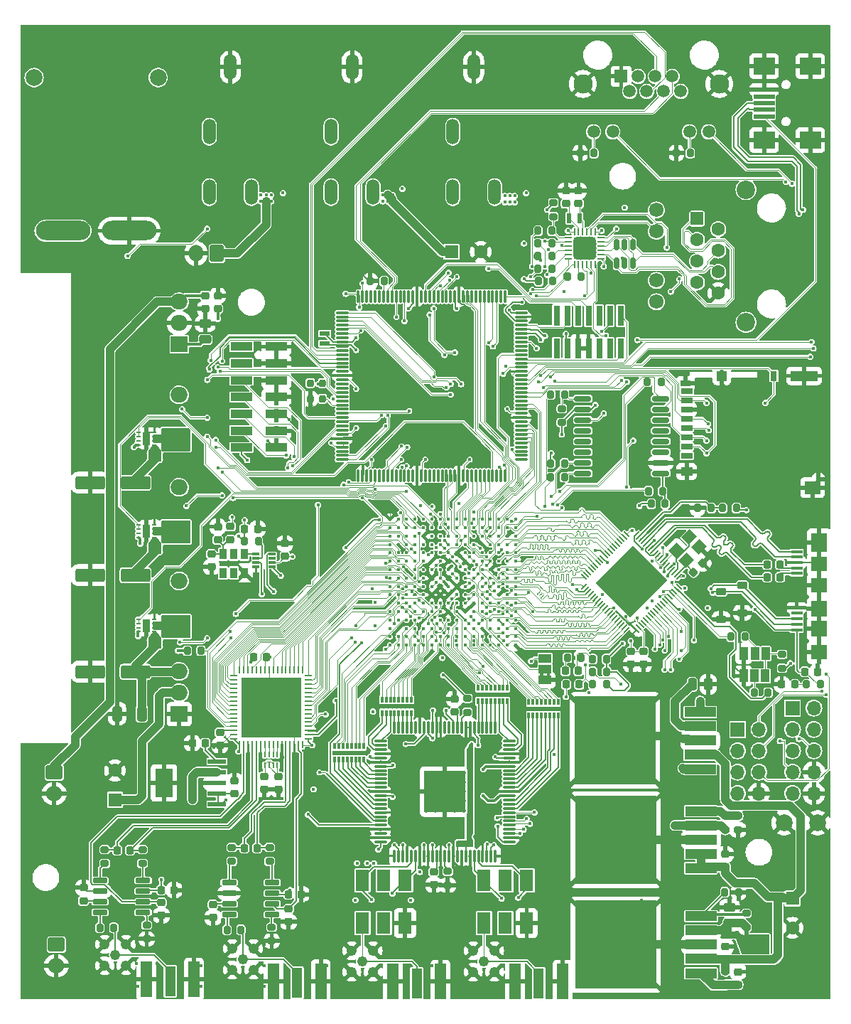
<source format=gbr>
%TF.GenerationSoftware,KiCad,Pcbnew,7.0.2*%
%TF.CreationDate,2024-03-22T17:28:18-04:00*%
%TF.ProjectId,MR-Core,4d522d43-6f72-4652-9e6b-696361645f70,rev?*%
%TF.SameCoordinates,Original*%
%TF.FileFunction,Copper,L1,Top*%
%TF.FilePolarity,Positive*%
%FSLAX46Y46*%
G04 Gerber Fmt 4.6, Leading zero omitted, Abs format (unit mm)*
G04 Created by KiCad (PCBNEW 7.0.2) date 2024-03-22 17:28:18*
%MOMM*%
%LPD*%
G01*
G04 APERTURE LIST*
G04 Aperture macros list*
%AMRoundRect*
0 Rectangle with rounded corners*
0 $1 Rounding radius*
0 $2 $3 $4 $5 $6 $7 $8 $9 X,Y pos of 4 corners*
0 Add a 4 corners polygon primitive as box body*
4,1,4,$2,$3,$4,$5,$6,$7,$8,$9,$2,$3,0*
0 Add four circle primitives for the rounded corners*
1,1,$1+$1,$2,$3*
1,1,$1+$1,$4,$5*
1,1,$1+$1,$6,$7*
1,1,$1+$1,$8,$9*
0 Add four rect primitives between the rounded corners*
20,1,$1+$1,$2,$3,$4,$5,0*
20,1,$1+$1,$4,$5,$6,$7,0*
20,1,$1+$1,$6,$7,$8,$9,0*
20,1,$1+$1,$8,$9,$2,$3,0*%
%AMRotRect*
0 Rectangle, with rotation*
0 The origin of the aperture is its center*
0 $1 length*
0 $2 width*
0 $3 Rotation angle, in degrees counterclockwise*
0 Add horizontal line*
21,1,$1,$2,0,0,$3*%
G04 Aperture macros list end*
%TA.AperFunction,SMDPad,CuDef*%
%ADD10RoundRect,0.225000X0.225000X0.250000X-0.225000X0.250000X-0.225000X-0.250000X0.225000X-0.250000X0*%
%TD*%
%TA.AperFunction,SMDPad,CuDef*%
%ADD11R,3.700000X1.150000*%
%TD*%
%TA.AperFunction,SMDPad,CuDef*%
%ADD12R,9.750000X10.500000*%
%TD*%
%TA.AperFunction,SMDPad,CuDef*%
%ADD13RoundRect,0.150000X-0.875000X-0.150000X0.875000X-0.150000X0.875000X0.150000X-0.875000X0.150000X0*%
%TD*%
%TA.AperFunction,ComponentPad*%
%ADD14R,2.000000X1.905000*%
%TD*%
%TA.AperFunction,ComponentPad*%
%ADD15O,2.000000X1.905000*%
%TD*%
%TA.AperFunction,SMDPad,CuDef*%
%ADD16RoundRect,0.200000X-0.200000X-0.275000X0.200000X-0.275000X0.200000X0.275000X-0.200000X0.275000X0*%
%TD*%
%TA.AperFunction,SMDPad,CuDef*%
%ADD17RoundRect,0.200000X-0.275000X0.200000X-0.275000X-0.200000X0.275000X-0.200000X0.275000X0.200000X0*%
%TD*%
%TA.AperFunction,SMDPad,CuDef*%
%ADD18R,1.400000X0.700000*%
%TD*%
%TA.AperFunction,SMDPad,CuDef*%
%ADD19R,1.200000X0.700000*%
%TD*%
%TA.AperFunction,SMDPad,CuDef*%
%ADD20R,0.800000X1.200000*%
%TD*%
%TA.AperFunction,SMDPad,CuDef*%
%ADD21R,1.900000X1.500000*%
%TD*%
%TA.AperFunction,SMDPad,CuDef*%
%ADD22RotRect,0.200000X0.200000X135.000000*%
%TD*%
%TA.AperFunction,SMDPad,CuDef*%
%ADD23R,0.500000X0.500000*%
%TD*%
%TA.AperFunction,SMDPad,CuDef*%
%ADD24R,1.400000X1.000000*%
%TD*%
%TA.AperFunction,SMDPad,CuDef*%
%ADD25R,1.200000X1.200000*%
%TD*%
%TA.AperFunction,SMDPad,CuDef*%
%ADD26R,3.200000X1.200000*%
%TD*%
%TA.AperFunction,SMDPad,CuDef*%
%ADD27RoundRect,0.225000X-0.225000X-0.250000X0.225000X-0.250000X0.225000X0.250000X-0.225000X0.250000X0*%
%TD*%
%TA.AperFunction,SMDPad,CuDef*%
%ADD28R,1.270000X3.600000*%
%TD*%
%TA.AperFunction,SMDPad,CuDef*%
%ADD29R,1.350000X4.200000*%
%TD*%
%TA.AperFunction,ComponentPad*%
%ADD30C,1.240000*%
%TD*%
%TA.AperFunction,SMDPad,CuDef*%
%ADD31RoundRect,0.218750X-0.218750X-0.256250X0.218750X-0.256250X0.218750X0.256250X-0.218750X0.256250X0*%
%TD*%
%TA.AperFunction,SMDPad,CuDef*%
%ADD32RoundRect,0.225000X-0.250000X0.225000X-0.250000X-0.225000X0.250000X-0.225000X0.250000X0.225000X0*%
%TD*%
%TA.AperFunction,ComponentPad*%
%ADD33RoundRect,0.250000X-0.750000X0.600000X-0.750000X-0.600000X0.750000X-0.600000X0.750000X0.600000X0*%
%TD*%
%TA.AperFunction,ComponentPad*%
%ADD34O,2.000000X1.700000*%
%TD*%
%TA.AperFunction,SMDPad,CuDef*%
%ADD35RoundRect,0.200000X0.275000X-0.200000X0.275000X0.200000X-0.275000X0.200000X-0.275000X-0.200000X0*%
%TD*%
%TA.AperFunction,SMDPad,CuDef*%
%ADD36RoundRect,0.250000X0.475000X-0.250000X0.475000X0.250000X-0.475000X0.250000X-0.475000X-0.250000X0*%
%TD*%
%TA.AperFunction,SMDPad,CuDef*%
%ADD37R,1.500000X1.000000*%
%TD*%
%TA.AperFunction,SMDPad,CuDef*%
%ADD38R,2.500000X0.500000*%
%TD*%
%TA.AperFunction,SMDPad,CuDef*%
%ADD39R,2.500000X2.000000*%
%TD*%
%TA.AperFunction,SMDPad,CuDef*%
%ADD40RoundRect,0.225000X0.017678X-0.335876X0.335876X-0.017678X-0.017678X0.335876X-0.335876X0.017678X0*%
%TD*%
%TA.AperFunction,SMDPad,CuDef*%
%ADD41RoundRect,0.200000X0.200000X0.275000X-0.200000X0.275000X-0.200000X-0.275000X0.200000X-0.275000X0*%
%TD*%
%TA.AperFunction,SMDPad,CuDef*%
%ADD42RoundRect,0.225000X0.250000X-0.225000X0.250000X0.225000X-0.250000X0.225000X-0.250000X-0.225000X0*%
%TD*%
%TA.AperFunction,SMDPad,CuDef*%
%ADD43RoundRect,0.250000X-0.250000X-0.475000X0.250000X-0.475000X0.250000X0.475000X-0.250000X0.475000X0*%
%TD*%
%TA.AperFunction,ComponentPad*%
%ADD44O,1.508000X3.016000*%
%TD*%
%TA.AperFunction,ComponentPad*%
%ADD45C,2.000000*%
%TD*%
%TA.AperFunction,ComponentPad*%
%ADD46O,6.500000X2.300000*%
%TD*%
%TA.AperFunction,SMDPad,CuDef*%
%ADD47RoundRect,0.250000X1.500000X0.550000X-1.500000X0.550000X-1.500000X-0.550000X1.500000X-0.550000X0*%
%TD*%
%TA.AperFunction,SMDPad,CuDef*%
%ADD48RoundRect,0.225000X0.375000X-0.225000X0.375000X0.225000X-0.375000X0.225000X-0.375000X-0.225000X0*%
%TD*%
%TA.AperFunction,ComponentPad*%
%ADD49R,1.600000X1.600000*%
%TD*%
%TA.AperFunction,ComponentPad*%
%ADD50C,1.600000*%
%TD*%
%TA.AperFunction,ComponentPad*%
%ADD51RoundRect,0.250000X0.600000X0.750000X-0.600000X0.750000X-0.600000X-0.750000X0.600000X-0.750000X0*%
%TD*%
%TA.AperFunction,ComponentPad*%
%ADD52O,1.700000X2.000000*%
%TD*%
%TA.AperFunction,SMDPad,CuDef*%
%ADD53R,0.300000X0.800000*%
%TD*%
%TA.AperFunction,SMDPad,CuDef*%
%ADD54RoundRect,0.050000X0.309359X-0.238649X-0.238649X0.309359X-0.309359X0.238649X0.238649X-0.309359X0*%
%TD*%
%TA.AperFunction,SMDPad,CuDef*%
%ADD55RoundRect,0.050000X0.309359X0.238649X0.238649X0.309359X-0.309359X-0.238649X-0.238649X-0.309359X0*%
%TD*%
%TA.AperFunction,SMDPad,CuDef*%
%ADD56RotRect,5.810000X6.310000X135.000000*%
%TD*%
%TA.AperFunction,SMDPad,CuDef*%
%ADD57R,0.600000X1.200000*%
%TD*%
%TA.AperFunction,SMDPad,CuDef*%
%ADD58R,0.890000X1.290000*%
%TD*%
%TA.AperFunction,SMDPad,CuDef*%
%ADD59RoundRect,0.075000X0.075000X-0.662500X0.075000X0.662500X-0.075000X0.662500X-0.075000X-0.662500X0*%
%TD*%
%TA.AperFunction,SMDPad,CuDef*%
%ADD60RoundRect,0.075000X0.662500X-0.075000X0.662500X0.075000X-0.662500X0.075000X-0.662500X-0.075000X0*%
%TD*%
%TA.AperFunction,ComponentPad*%
%ADD61C,0.500000*%
%TD*%
%TA.AperFunction,SMDPad,CuDef*%
%ADD62R,5.000000X5.000000*%
%TD*%
%TA.AperFunction,ComponentPad*%
%ADD63R,1.500000X1.500000*%
%TD*%
%TA.AperFunction,ComponentPad*%
%ADD64C,1.500000*%
%TD*%
%TA.AperFunction,ComponentPad*%
%ADD65C,2.300000*%
%TD*%
%TA.AperFunction,SMDPad,CuDef*%
%ADD66R,0.500000X0.250000*%
%TD*%
%TA.AperFunction,SMDPad,CuDef*%
%ADD67R,0.900000X1.600000*%
%TD*%
%TA.AperFunction,SMDPad,CuDef*%
%ADD68R,1.350000X0.400000*%
%TD*%
%TA.AperFunction,SMDPad,CuDef*%
%ADD69R,1.900000X1.800000*%
%TD*%
%TA.AperFunction,SMDPad,CuDef*%
%ADD70R,1.900000X1.900000*%
%TD*%
%TA.AperFunction,SMDPad,CuDef*%
%ADD71R,1.900000X2.300000*%
%TD*%
%TA.AperFunction,ComponentPad*%
%ADD72RoundRect,0.248000X0.552000X-0.552000X0.552000X0.552000X-0.552000X0.552000X-0.552000X-0.552000X0*%
%TD*%
%TA.AperFunction,ComponentPad*%
%ADD73C,1.720000*%
%TD*%
%TA.AperFunction,ComponentPad*%
%ADD74C,2.200000*%
%TD*%
%TA.AperFunction,SMDPad,CuDef*%
%ADD75R,2.580000X1.000000*%
%TD*%
%TA.AperFunction,SMDPad,CuDef*%
%ADD76RoundRect,0.200000X-0.200000X-0.250000X0.200000X-0.250000X0.200000X0.250000X-0.200000X0.250000X0*%
%TD*%
%TA.AperFunction,SMDPad,CuDef*%
%ADD77RoundRect,0.218750X-0.256250X0.218750X-0.256250X-0.218750X0.256250X-0.218750X0.256250X0.218750X0*%
%TD*%
%TA.AperFunction,ComponentPad*%
%ADD78R,1.700000X1.700000*%
%TD*%
%TA.AperFunction,ComponentPad*%
%ADD79O,1.700000X1.700000*%
%TD*%
%TA.AperFunction,SMDPad,CuDef*%
%ADD80R,1.000000X1.500000*%
%TD*%
%TA.AperFunction,SMDPad,CuDef*%
%ADD81RoundRect,0.218750X0.218750X0.256250X-0.218750X0.256250X-0.218750X-0.256250X0.218750X-0.256250X0*%
%TD*%
%TA.AperFunction,SMDPad,CuDef*%
%ADD82R,1.200000X0.600000*%
%TD*%
%TA.AperFunction,SMDPad,CuDef*%
%ADD83R,0.280000X0.640000*%
%TD*%
%TA.AperFunction,SMDPad,CuDef*%
%ADD84RoundRect,0.150000X0.725000X0.150000X-0.725000X0.150000X-0.725000X-0.150000X0.725000X-0.150000X0*%
%TD*%
%TA.AperFunction,SMDPad,CuDef*%
%ADD85R,0.850000X0.300000*%
%TD*%
%TA.AperFunction,SMDPad,CuDef*%
%ADD86RoundRect,0.062500X-0.062500X0.375000X-0.062500X-0.375000X0.062500X-0.375000X0.062500X0.375000X0*%
%TD*%
%TA.AperFunction,SMDPad,CuDef*%
%ADD87RoundRect,0.062500X-0.375000X0.062500X-0.375000X-0.062500X0.375000X-0.062500X0.375000X0.062500X0*%
%TD*%
%TA.AperFunction,SMDPad,CuDef*%
%ADD88R,2.500000X2.500000*%
%TD*%
%TA.AperFunction,SMDPad,CuDef*%
%ADD89RoundRect,0.250000X0.325000X0.650000X-0.325000X0.650000X-0.325000X-0.650000X0.325000X-0.650000X0*%
%TD*%
%TA.AperFunction,SMDPad,CuDef*%
%ADD90RoundRect,0.062500X0.062500X-0.375000X0.062500X0.375000X-0.062500X0.375000X-0.062500X-0.375000X0*%
%TD*%
%TA.AperFunction,SMDPad,CuDef*%
%ADD91RoundRect,0.062500X0.375000X-0.062500X0.375000X0.062500X-0.375000X0.062500X-0.375000X-0.062500X0*%
%TD*%
%TA.AperFunction,SMDPad,CuDef*%
%ADD92R,7.150000X7.150000*%
%TD*%
%TA.AperFunction,SMDPad,CuDef*%
%ADD93RoundRect,0.150000X-0.150000X0.512500X-0.150000X-0.512500X0.150000X-0.512500X0.150000X0.512500X0*%
%TD*%
%TA.AperFunction,SMDPad,CuDef*%
%ADD94R,1.650000X2.540000*%
%TD*%
%TA.AperFunction,SMDPad,CuDef*%
%ADD95R,2.200000X0.600000*%
%TD*%
%TA.AperFunction,SMDPad,CuDef*%
%ADD96R,2.150000X3.450000*%
%TD*%
%TA.AperFunction,SMDPad,CuDef*%
%ADD97R,0.740000X2.400000*%
%TD*%
%TA.AperFunction,SMDPad,CuDef*%
%ADD98C,0.400000*%
%TD*%
%TA.AperFunction,SMDPad,CuDef*%
%ADD99RoundRect,0.075000X-0.662500X-0.075000X0.662500X-0.075000X0.662500X0.075000X-0.662500X0.075000X0*%
%TD*%
%TA.AperFunction,SMDPad,CuDef*%
%ADD100RoundRect,0.075000X-0.075000X-0.662500X0.075000X-0.662500X0.075000X0.662500X-0.075000X0.662500X0*%
%TD*%
%TA.AperFunction,SMDPad,CuDef*%
%ADD101RotRect,1.400000X1.200000X225.000000*%
%TD*%
%TA.AperFunction,ViaPad*%
%ADD102C,0.450000*%
%TD*%
%TA.AperFunction,ViaPad*%
%ADD103C,0.400000*%
%TD*%
%TA.AperFunction,Conductor*%
%ADD104C,0.090000*%
%TD*%
%TA.AperFunction,Conductor*%
%ADD105C,0.200000*%
%TD*%
%TA.AperFunction,Conductor*%
%ADD106C,0.349000*%
%TD*%
%TA.AperFunction,Conductor*%
%ADD107C,1.000000*%
%TD*%
%TA.AperFunction,Conductor*%
%ADD108C,0.127000*%
%TD*%
G04 APERTURE END LIST*
%TA.AperFunction,EtchedComponent*%
%TO.C,JP8*%
G36*
X150800000Y-105600000D02*
G01*
X150400000Y-105600000D01*
X150400000Y-105100000D01*
X150800000Y-105100000D01*
X150800000Y-105600000D01*
G37*
%TD.AperFunction*%
%TA.AperFunction,EtchedComponent*%
G36*
X151600000Y-105600000D02*
G01*
X151200000Y-105600000D01*
X151200000Y-105100000D01*
X151600000Y-105100000D01*
X151600000Y-105600000D01*
G37*
%TD.AperFunction*%
%TD*%
D10*
%TO.P,C104,1*%
%TO.N,/USB-FIFO/TOD1-*%
X179025000Y-93750000D03*
%TO.P,C104,2*%
%TO.N,/USB-FIFO/TOD-*%
X177475000Y-93750000D03*
%TD*%
D11*
%TO.P,U19,1,INH*%
%TO.N,Net-(U19-INH)*%
X169600000Y-140900000D03*
%TO.P,U19,2,IN*%
%TO.N,+5V*%
X169600000Y-139200000D03*
%TO.P,U19,3,GND*%
%TO.N,GND*%
X169600000Y-137500000D03*
%TO.P,U19,4,OUT*%
%TO.N,+3V3*%
X169600000Y-135800000D03*
%TO.P,U19,5,ADJ*%
%TO.N,Net-(U19-ADJ)*%
X169600000Y-134100000D03*
D12*
%TO.P,U19,6,GND*%
%TO.N,GND*%
X159425000Y-137500000D03*
%TD*%
D13*
%TO.P,U15,1,~{HOLD}/IO3*%
%TO.N,Net-(U15-~{HOLD}{slash}IO3)*%
X155500000Y-72495429D03*
%TO.P,U15,2,VCC*%
%TO.N,+3V3*%
X155500000Y-73765429D03*
%TO.P,U15,3,~{RESET}/NC*%
%TO.N,Net-(JP9-A)*%
X155500000Y-75035429D03*
%TO.P,U15,4,NC*%
%TO.N,unconnected-(U15-NC-Pad4)*%
X155500000Y-76305429D03*
%TO.P,U15,5,NC*%
%TO.N,unconnected-(U15-NC-Pad5)*%
X155500000Y-77575429D03*
%TO.P,U15,6,NC*%
%TO.N,unconnected-(U15-NC-Pad6)*%
X155500000Y-78845429D03*
%TO.P,U15,7,~{CE}*%
%TO.N,/Artix-7/QSPI_~{CS}*%
X155500000Y-80115429D03*
%TO.P,U15,8,SO/IO1*%
%TO.N,Net-(U15-SO{slash}IO1)*%
X155500000Y-81385429D03*
%TO.P,U15,9,~{WP}/IO2*%
%TO.N,Net-(U15-~{WP}{slash}IO2)*%
X164800000Y-81385429D03*
%TO.P,U15,10,GND*%
%TO.N,GND*%
X164800000Y-80115429D03*
%TO.P,U15,11,NC*%
%TO.N,unconnected-(U15-NC-Pad11)*%
X164800000Y-78845429D03*
%TO.P,U15,12,NC*%
%TO.N,unconnected-(U15-NC-Pad12)*%
X164800000Y-77575429D03*
%TO.P,U15,13,NC*%
%TO.N,unconnected-(U15-NC-Pad13)*%
X164800000Y-76305429D03*
%TO.P,U15,14,NC*%
%TO.N,unconnected-(U15-NC-Pad14)*%
X164800000Y-75035429D03*
%TO.P,U15,15,SI/IO0*%
%TO.N,Net-(U15-SI{slash}IO0)*%
X164800000Y-73765429D03*
%TO.P,U15,16,SCK*%
%TO.N,/Artix-7/FPGA Config/QSPI_SCK*%
X164800000Y-72495429D03*
%TD*%
D14*
%TO.P,R25,1*%
%TO.N,Net-(U23-OUT1)*%
X107400000Y-77040000D03*
D15*
%TO.P,R25,2*%
%TO.N,Net-(J7-Pad2)*%
X107400000Y-72040000D03*
%TD*%
D16*
%TO.P,R23,1*%
%TO.N,Net-(U8-IN+)*%
X97950000Y-135500000D03*
%TO.P,R23,2*%
%TO.N,/ADC/ADC_AINA*%
X99600000Y-135500000D03*
%TD*%
D17*
%TO.P,R17,1*%
%TO.N,Net-(U5-AIN2+)*%
X113675000Y-125925000D03*
%TO.P,R17,2*%
%TO.N,Net-(U4-OUT-)*%
X113675000Y-127575000D03*
%TD*%
D18*
%TO.P,J24,1,DAT2*%
%TO.N,unconnected-(J24-DAT2-Pad1)*%
X167875000Y-79275000D03*
%TO.P,J24,2,DAT3/CD*%
%TO.N,/Controller/SD~{CS}*%
X167875000Y-78175000D03*
%TO.P,J24,3,CMD*%
%TO.N,/Controller/SD_SDI*%
X167875000Y-77075000D03*
%TO.P,J24,4,VDD*%
%TO.N,+3V3*%
X167875000Y-75975000D03*
%TO.P,J24,5,CLK*%
%TO.N,/Controller/SD_SCK*%
X167875000Y-74875000D03*
%TO.P,J24,6,VSS*%
%TO.N,GND*%
X167875000Y-73775000D03*
%TO.P,J24,7,DAT0*%
%TO.N,/Controller/SD_SDO*%
X167875000Y-72675000D03*
%TO.P,J24,8,DAT1*%
%TO.N,unconnected-(J24-DAT1-Pad8)*%
X167875000Y-71575000D03*
D19*
%TO.P,J24,9,DET_B*%
%TO.N,GND*%
X167775000Y-70625000D03*
D20*
%TO.P,J24,10,DET_A*%
%TO.N,/Controller/SD_~{DET}*%
X178275000Y-69775000D03*
D21*
%TO.P,J24,11,SHIELD*%
%TO.N,GND*%
X182875000Y-83075000D03*
D22*
X183325000Y-82325000D03*
D23*
X183575000Y-82075000D03*
D24*
X167875000Y-81175000D03*
D25*
X172075000Y-69775000D03*
D26*
X181875000Y-69775000D03*
%TD*%
D27*
%TO.P,C103,1*%
%TO.N,/USB-FIFO/VBUS*%
X181975000Y-105000000D03*
%TO.P,C103,2*%
%TO.N,GND*%
X183525000Y-105000000D03*
%TD*%
D28*
%TO.P,J17,1,In*%
%TO.N,/DAC/DAC_OUTB*%
X135700000Y-142087500D03*
D29*
%TO.P,J17,2,Ext*%
%TO.N,GND*%
X132875000Y-141887500D03*
X138525000Y-141887500D03*
%TD*%
D30*
%TO.P,J1,1,In*%
%TO.N,/DAC/DAC_OUTA*%
X143730000Y-139500000D03*
%TO.P,J1,2,Ext*%
%TO.N,GND*%
X142460000Y-138230000D03*
X142460000Y-140770000D03*
X145000000Y-138230000D03*
X145000000Y-140770000D03*
%TD*%
%TO.P,J2,1,In*%
%TO.N,/DAC/DAC_OUTB*%
X129250000Y-139500000D03*
%TO.P,J2,2,Ext*%
%TO.N,GND*%
X127980000Y-138230000D03*
X127980000Y-140770000D03*
X130520000Y-138230000D03*
X130520000Y-140770000D03*
%TD*%
D31*
%TO.P,D4,1,K*%
%TO.N,GND*%
X179212500Y-106500000D03*
%TO.P,D4,2,A*%
%TO.N,Net-(D4-A)*%
X180787500Y-106500000D03*
%TD*%
D16*
%TO.P,R37,1*%
%TO.N,/Controller/RMII_RX_D0*%
X150175000Y-54000000D03*
%TO.P,R37,2*%
%TO.N,Net-(U13-RXD0{slash}MODE0)*%
X151825000Y-54000000D03*
%TD*%
D14*
%TO.P,R26,1*%
%TO.N,Net-(U22-OUT1)*%
X107400000Y-99200000D03*
D15*
%TO.P,R26,2*%
%TO.N,Net-(J5-Pad2)*%
X107400000Y-94200000D03*
%TD*%
D32*
%TO.P,C125,1*%
%TO.N,/USB-FIFO/PLL_AVDD*%
X161250000Y-102570429D03*
%TO.P,C125,2*%
%TO.N,GND*%
X161250000Y-104120429D03*
%TD*%
D33*
%TO.P,J20,1,Pin_1*%
%TO.N,+12V*%
X92750000Y-137500000D03*
D34*
%TO.P,J20,2,Pin_2*%
%TO.N,GND*%
X92750000Y-140000000D03*
%TD*%
D17*
%TO.P,R54,1*%
%TO.N,Net-(U15-~{HOLD}{slash}IO3)*%
X153000000Y-73675000D03*
%TO.P,R54,2*%
%TO.N,+3V3*%
X153000000Y-75325000D03*
%TD*%
D32*
%TO.P,C91,1*%
%TO.N,GND*%
X96000000Y-130725000D03*
%TO.P,C91,2*%
%TO.N,Net-(U8-V_MID)*%
X96000000Y-132275000D03*
%TD*%
D35*
%TO.P,R60,1*%
%TO.N,+3V3*%
X179250000Y-104575000D03*
%TO.P,R60,2*%
%TO.N,Net-(JP2-B)*%
X179250000Y-102925000D03*
%TD*%
D36*
%TO.P,C155,1*%
%TO.N,+13V8*%
X110500000Y-65450000D03*
%TO.P,C155,2*%
%TO.N,GND*%
X110500000Y-63550000D03*
%TD*%
D30*
%TO.P,J3,1,In*%
%TO.N,/ADC/ADC_AINA*%
X99797500Y-138750000D03*
%TO.P,J3,2,Ext*%
%TO.N,GND*%
X101067500Y-140020000D03*
X101067500Y-137480000D03*
X98527500Y-140020000D03*
X98527500Y-137480000D03*
%TD*%
D37*
%TO.P,JP8,1,A*%
%TO.N,GND*%
X151000000Y-106000000D03*
%TO.P,JP8,2,C*%
%TO.N,Net-(JP8-C)*%
X151000000Y-104700000D03*
%TO.P,JP8,3,B*%
%TO.N,+3V3*%
X151000000Y-103400000D03*
%TD*%
D38*
%TO.P,J23,1,VBUS*%
%TO.N,/Controller/USB_VBUS*%
X177125000Y-38900000D03*
%TO.P,J23,2,D-*%
%TO.N,/Controller/USB_D-*%
X177125000Y-38100000D03*
%TO.P,J23,3,D+*%
%TO.N,/Controller/USB_D+*%
X177125000Y-37300000D03*
%TO.P,J23,4,ID*%
%TO.N,unconnected-(J23-ID-Pad4)*%
X177125000Y-36500000D03*
%TO.P,J23,5,GND*%
%TO.N,GND*%
X177125000Y-35700000D03*
D39*
%TO.P,J23,6,Shield*%
X177125000Y-41700000D03*
X182625000Y-41700000D03*
X177125000Y-32900000D03*
X182625000Y-32900000D03*
%TD*%
D27*
%TO.P,C190,1*%
%TO.N,+3V3*%
X115200000Y-88000000D03*
%TO.P,C190,2*%
%TO.N,GND*%
X116750000Y-88000000D03*
%TD*%
D40*
%TO.P,C106,1*%
%TO.N,Net-(U6-XI)*%
X168701992Y-93143437D03*
%TO.P,C106,2*%
%TO.N,GND*%
X169798008Y-92047421D03*
%TD*%
D41*
%TO.P,R56,1*%
%TO.N,/USB-FIFO/VBUS*%
X173825000Y-85500000D03*
%TO.P,R56,2*%
%TO.N,/USB-FIFO/VBUS_IN*%
X172175000Y-85500000D03*
%TD*%
D42*
%TO.P,C191,1*%
%TO.N,Net-(#FLG013-pwr)*%
X112000000Y-89275000D03*
%TO.P,C191,2*%
%TO.N,GND*%
X112000000Y-87725000D03*
%TD*%
D43*
%TO.P,C136,1*%
%TO.N,+1V8*%
X168550000Y-106500000D03*
%TO.P,C136,2*%
%TO.N,GND*%
X170450000Y-106500000D03*
%TD*%
D44*
%TO.P,J22,1*%
%TO.N,GND*%
X128000000Y-33000000D03*
%TO.P,J22,2*%
%TO.N,Net-(J22-Pad2)*%
X125500000Y-47900000D03*
%TO.P,J22,3*%
%TO.N,Net-(U28-OUT1)*%
X130500000Y-47900000D03*
%TO.P,J22,4*%
%TO.N,unconnected-(J22-Pad4)*%
X125500000Y-40700000D03*
%TD*%
D16*
%TO.P,R77,1*%
%TO.N,/Artix-7/QSPI_D0*%
X163175000Y-70500000D03*
%TO.P,R77,2*%
%TO.N,Net-(U15-SI{slash}IO0)*%
X164825000Y-70500000D03*
%TD*%
D35*
%TO.P,R99,1*%
%TO.N,+1V0*%
X172500000Y-123825000D03*
%TO.P,R99,2*%
%TO.N,Net-(U21-ADJ)*%
X172500000Y-122175000D03*
%TD*%
D31*
%TO.P,D9,1,K*%
%TO.N,Net-(D9-K)*%
X153412500Y-104900000D03*
%TO.P,D9,2,A*%
%TO.N,/Artix-7/FPGA Config/DONE*%
X154987500Y-104900000D03*
%TD*%
D17*
%TO.P,R12,1*%
%TO.N,/DAC_CLK+*%
X141750000Y-108175000D03*
%TO.P,R12,2*%
%TO.N,Net-(U1-CLK1)*%
X141750000Y-109825000D03*
%TD*%
D16*
%TO.P,R78,1*%
%TO.N,/Artix-7/QSPI_D1*%
X151675000Y-81845429D03*
%TO.P,R78,2*%
%TO.N,Net-(U15-SO{slash}IO1)*%
X153325000Y-81845429D03*
%TD*%
D45*
%TO.P,J12,*%
%TO.N,*%
X90110000Y-34260000D03*
X104890000Y-34260000D03*
D46*
%TO.P,J12,1,Pin_1*%
%TO.N,+13V8*%
X93550000Y-52500000D03*
%TO.P,J12,2,Pin_2*%
%TO.N,GND*%
X101450000Y-52500000D03*
%TD*%
D47*
%TO.P,C138,1*%
%TO.N,+13V8*%
X102200000Y-82500000D03*
%TO.P,C138,2*%
%TO.N,GND*%
X96800000Y-82500000D03*
%TD*%
D41*
%TO.P,R59,1*%
%TO.N,Net-(JP3-C)*%
X174825000Y-100845429D03*
%TO.P,R59,2*%
%TO.N,/Artix-7/USB_GPIO_0*%
X173175000Y-100845429D03*
%TD*%
D35*
%TO.P,RBIAS1,1*%
%TO.N,GND*%
X139400000Y-130425000D03*
%TO.P,RBIAS1,2*%
%TO.N,Net-(U1-BIASJ)*%
X139400000Y-128775000D03*
%TD*%
D48*
%TO.P,D2,1,A1*%
%TO.N,GND*%
X172000000Y-98745429D03*
%TO.P,D2,2,A2*%
%TO.N,/USB-FIFO/D-*%
X172000000Y-95445429D03*
%TD*%
D28*
%TO.P,J18,1,In*%
%TO.N,/DAC/DAC_OUTA*%
X150250000Y-142087500D03*
D29*
%TO.P,J18,2,Ext*%
%TO.N,GND*%
X147425000Y-141887500D03*
X153075000Y-141887500D03*
%TD*%
D41*
%TO.P,R57,1*%
%TO.N,/USB-FIFO/VBUS_IN*%
X170825000Y-85500000D03*
%TO.P,R57,2*%
%TO.N,GND*%
X169175000Y-85500000D03*
%TD*%
D10*
%TO.P,C158,1*%
%TO.N,Net-(U16-NR{slash}FB)*%
X110500000Y-113500000D03*
%TO.P,C158,2*%
%TO.N,GND*%
X108950000Y-113500000D03*
%TD*%
D49*
%TO.P,C139,1*%
%TO.N,+5V*%
X180500000Y-132000000D03*
D50*
%TO.P,C139,2*%
%TO.N,GND*%
X180500000Y-135500000D03*
%TD*%
D32*
%TO.P,C192,1*%
%TO.N,Net-(#FLG013-pwr)*%
X111250000Y-90975000D03*
%TO.P,C192,2*%
%TO.N,GND*%
X111250000Y-92525000D03*
%TD*%
D16*
%TO.P,R96,1*%
%TO.N,Net-(U19-ADJ)*%
X172425000Y-131250000D03*
%TO.P,R96,2*%
%TO.N,GND*%
X174075000Y-131250000D03*
%TD*%
D51*
%TO.P,J19,1,Pin_1*%
%TO.N,+13V8*%
X111900000Y-55200000D03*
D52*
%TO.P,J19,2,Pin_2*%
%TO.N,GND*%
X109400000Y-55200000D03*
%TD*%
D53*
%TO.P,RN3,1,R1.1*%
%TO.N,Net-(RN3-R1.1)*%
X129420000Y-115482929D03*
%TO.P,RN3,2,R2.1*%
%TO.N,Net-(RN3-R2.1)*%
X128920000Y-115482929D03*
%TO.P,RN3,3,R3.1*%
%TO.N,Net-(RN3-R3.1)*%
X128420000Y-115482929D03*
%TO.P,RN3,4,R4.1*%
%TO.N,Net-(RN3-R4.1)*%
X127920000Y-115482929D03*
%TO.P,RN3,5,R5.1*%
%TO.N,Net-(RN3-R5.1)*%
X127420000Y-115482929D03*
%TO.P,RN3,6,R6.1*%
%TO.N,Net-(RN3-R6.1)*%
X126920000Y-115482929D03*
%TO.P,RN3,7,R7.1*%
%TO.N,Net-(RN3-R7.1)*%
X126420000Y-115482929D03*
%TO.P,RN3,8,R8.1*%
%TO.N,Net-(RN3-R8.1)*%
X125920000Y-115482929D03*
%TO.P,RN3,9,R8.2*%
%TO.N,/Artix-7/DAC_DB15*%
X125920000Y-113882929D03*
%TO.P,RN3,10,R7.2*%
%TO.N,/Artix-7/DAC_DB14*%
X126420000Y-113882929D03*
%TO.P,RN3,11,R6.2*%
%TO.N,/Artix-7/DAC_DB13*%
X126920000Y-113882929D03*
%TO.P,RN3,12,R5.2*%
%TO.N,/Artix-7/DAC_DB12*%
X127420000Y-113882929D03*
%TO.P,RN3,13,R4.2*%
%TO.N,/Artix-7/DAC_DB11*%
X127920000Y-113882929D03*
%TO.P,RN3,14,R3.2*%
%TO.N,/Artix-7/DAC_DB10*%
X128420000Y-113882929D03*
%TO.P,RN3,15,R2.2*%
%TO.N,/Artix-7/DAC_DB9*%
X128920000Y-113882929D03*
%TO.P,RN3,16,R1.2*%
%TO.N,/Artix-7/DAC_DB8*%
X129420000Y-113882929D03*
%TD*%
D54*
%TO.P,U6,1,GND*%
%TO.N,GND*%
X161892202Y-100002373D03*
%TO.P,U6,2,AVDD*%
%TO.N,/USB-FIFO/PLL_AVDD*%
X162175045Y-99719530D03*
%TO.P,U6,3,VD10*%
%TO.N,/USB-FIFO/VD10*%
X162457887Y-99436687D03*
%TO.P,U6,4,BE_0*%
%TO.N,/Artix-7/USB_BE_0*%
X162740730Y-99153845D03*
%TO.P,U6,5,BE_1*%
%TO.N,/Artix-7/USB_BE_1*%
X163023573Y-98871002D03*
%TO.P,U6,6,BE_2*%
%TO.N,/Artix-7/USB_BE_2*%
X163306415Y-98588159D03*
%TO.P,U6,7,BE_3*%
%TO.N,/Artix-7/USB_BE_3*%
X163589258Y-98305316D03*
%TO.P,U6,8,~{TXE}*%
%TO.N,/Artix-7/USB_~{TXE}*%
X163872101Y-98022474D03*
%TO.P,U6,9,~{RXF}*%
%TO.N,/Artix-7/USB_~{RXF}*%
X164154944Y-97739631D03*
%TO.P,U6,10,~{SIWU}*%
%TO.N,/Artix-7/USB_~{SIWU}*%
X164437786Y-97456788D03*
%TO.P,U6,11,~{WR}*%
%TO.N,/Artix-7/USB_~{WR}*%
X164720629Y-97173946D03*
%TO.P,U6,12,~{RD}*%
%TO.N,/Artix-7/USB_~{RD}*%
X165003472Y-96891103D03*
%TO.P,U6,13,~{OE}*%
%TO.N,/Artix-7/USB_~{OE}*%
X165286314Y-96608260D03*
%TO.P,U6,14,VCCIO*%
%TO.N,+3V3*%
X165569157Y-96325417D03*
%TO.P,U6,15,~{RESET}*%
%TO.N,/Artix-7/USB_~{RESET}*%
X165852000Y-96042575D03*
%TO.P,U6,16,~{WAKEUP}*%
%TO.N,/Artix-7/USB_~{WAKEUP}*%
X166134843Y-95759732D03*
%TO.P,U6,17,GPIO0*%
%TO.N,/Artix-7/USB_GPIO_0*%
X166417685Y-95476889D03*
%TO.P,U6,18,GPIO1*%
%TO.N,/Artix-7/USB_GPIO_1*%
X166700528Y-95194047D03*
%TO.P,U6,19,Reserved*%
%TO.N,unconnected-(U6-Reserved-Pad19)*%
X166983371Y-94911204D03*
D55*
%TO.P,U6,20,VCC33*%
%TO.N,+3V3*%
X166983371Y-93726800D03*
%TO.P,U6,21,XI*%
%TO.N,Net-(U6-XI)*%
X166700528Y-93443957D03*
%TO.P,U6,22,XO*%
%TO.N,Net-(U6-XO)*%
X166417685Y-93161115D03*
%TO.P,U6,23,DP*%
%TO.N,/USB-FIFO/D+*%
X166134843Y-92878272D03*
%TO.P,U6,24,VCC33*%
%TO.N,+3V3*%
X165852000Y-92595429D03*
%TO.P,U6,25,DM*%
%TO.N,/USB-FIFO/D-*%
X165569157Y-92312587D03*
%TO.P,U6,26,GND*%
%TO.N,GND*%
X165286314Y-92029744D03*
%TO.P,U6,27,RREF*%
%TO.N,Net-(U6-RREF)*%
X165003472Y-91746901D03*
%TO.P,U6,28,VDDA*%
%TO.N,+3V3*%
X164720629Y-91464058D03*
%TO.P,U6,29,GND*%
%TO.N,GND*%
X164437786Y-91181216D03*
%TO.P,U6,30,VD10*%
%TO.N,/USB-FIFO/VD10*%
X164154944Y-90898373D03*
%TO.P,U6,31,TODN*%
%TO.N,/USB-FIFO/TOD-*%
X163872101Y-90615530D03*
%TO.P,U6,32,TODP*%
%TO.N,/USB-FIFO/TOD+*%
X163589258Y-90332688D03*
%TO.P,U6,33,VD10*%
%TO.N,/USB-FIFO/VD10*%
X163306415Y-90049845D03*
%TO.P,U6,34,RIDN*%
%TO.N,/USB-FIFO/RID-*%
X163023573Y-89767002D03*
%TO.P,U6,35,RIDP*%
%TO.N,/USB-FIFO/RID+*%
X162740730Y-89484159D03*
%TO.P,U6,36,GND*%
%TO.N,GND*%
X162457887Y-89201317D03*
%TO.P,U6,37,VBUS*%
%TO.N,/USB-FIFO/VBUS_IN*%
X162175045Y-88918474D03*
%TO.P,U6,38,VCC33*%
%TO.N,+3V3*%
X161892202Y-88635631D03*
D54*
%TO.P,U6,39,DV10*%
%TO.N,/USB-FIFO/VD10*%
X160707798Y-88635631D03*
%TO.P,U6,40,DATA_0*%
%TO.N,/Artix-7/USB_DATA_0*%
X160424955Y-88918474D03*
%TO.P,U6,41,DATA_1*%
%TO.N,/Artix-7/USB_DATA_1*%
X160142113Y-89201317D03*
%TO.P,U6,42,DATA_2*%
%TO.N,/Artix-7/USB_DATA_2*%
X159859270Y-89484159D03*
%TO.P,U6,43,DATA_3*%
%TO.N,/Artix-7/USB_DATA_3*%
X159576427Y-89767002D03*
%TO.P,U6,44,DATA_4*%
%TO.N,/Artix-7/USB_DATA_4*%
X159293585Y-90049845D03*
%TO.P,U6,45,DATA_5*%
%TO.N,/Artix-7/USB_DATA_5*%
X159010742Y-90332688D03*
%TO.P,U6,46,DATA_6*%
%TO.N,/Artix-7/USB_DATA_6*%
X158727899Y-90615530D03*
%TO.P,U6,47,DATA_7*%
%TO.N,/Artix-7/USB_DATA_7*%
X158445056Y-90898373D03*
%TO.P,U6,48,VD10*%
%TO.N,/USB-FIFO/VD10*%
X158162214Y-91181216D03*
%TO.P,U6,49,VCCIO*%
%TO.N,+3V3*%
X157879371Y-91464058D03*
%TO.P,U6,50,DATA_8*%
%TO.N,/Artix-7/USB_DATA_8*%
X157596528Y-91746901D03*
%TO.P,U6,51,DATA_9*%
%TO.N,/Artix-7/USB_DATA_9*%
X157313686Y-92029744D03*
%TO.P,U6,52,DATA_10*%
%TO.N,/Artix-7/USB_DATA_10*%
X157030843Y-92312587D03*
%TO.P,U6,53,DATA_11*%
%TO.N,/Artix-7/USB_DATA_11*%
X156748000Y-92595429D03*
%TO.P,U6,54,DATA_12*%
%TO.N,/Artix-7/USB_DATA_12*%
X156465157Y-92878272D03*
%TO.P,U6,55,DATA_13*%
%TO.N,/Artix-7/USB_DATA_13*%
X156182315Y-93161115D03*
%TO.P,U6,56,DATA_14*%
%TO.N,/Artix-7/USB_DATA_14*%
X155899472Y-93443957D03*
%TO.P,U6,57,DATA_15*%
%TO.N,/Artix-7/USB_DATA_15*%
X155616629Y-93726800D03*
D55*
%TO.P,U6,58,CLK*%
%TO.N,/Artix-7/USB_D_CLK*%
X155616629Y-94911204D03*
%TO.P,U6,59,VCCIO*%
%TO.N,+3V3*%
X155899472Y-95194047D03*
%TO.P,U6,60,DATA_16*%
%TO.N,/Artix-7/USB_DATA_16*%
X156182315Y-95476889D03*
%TO.P,U6,61,DATA_17*%
%TO.N,/Artix-7/USB_DATA_17*%
X156465157Y-95759732D03*
%TO.P,U6,62,DATA_18*%
%TO.N,/Artix-7/USB_DATA_18*%
X156748000Y-96042575D03*
%TO.P,U6,63,DATA_19*%
%TO.N,/Artix-7/USB_DATA_19*%
X157030843Y-96325417D03*
%TO.P,U6,64,DATA_20*%
%TO.N,/Artix-7/USB_DATA_20*%
X157313686Y-96608260D03*
%TO.P,U6,65,DATA_21*%
%TO.N,/Artix-7/USB_DATA_21*%
X157596528Y-96891103D03*
%TO.P,U6,66,DATA_22*%
%TO.N,/Artix-7/USB_DATA_22*%
X157879371Y-97173946D03*
%TO.P,U6,67,DATA_23*%
%TO.N,/Artix-7/USB_DATA_23*%
X158162214Y-97456788D03*
%TO.P,U6,68,VCCIO*%
%TO.N,+3V3*%
X158445056Y-97739631D03*
%TO.P,U6,69,DATA_24*%
%TO.N,/Artix-7/USB_DATA_24*%
X158727899Y-98022474D03*
%TO.P,U6,70,DATA_25*%
%TO.N,/Artix-7/USB_DATA_25*%
X159010742Y-98305316D03*
%TO.P,U6,71,DATA_26*%
%TO.N,/Artix-7/USB_DATA_26*%
X159293585Y-98588159D03*
%TO.P,U6,72,DATA_27*%
%TO.N,/Artix-7/USB_DATA_27*%
X159576427Y-98871002D03*
%TO.P,U6,73,DATA_28*%
%TO.N,/Artix-7/USB_DATA_28*%
X159859270Y-99153845D03*
%TO.P,U6,74,DATA_29*%
%TO.N,/Artix-7/USB_DATA_29*%
X160142113Y-99436687D03*
%TO.P,U6,75,DATA_30*%
%TO.N,/Artix-7/USB_DATA_30*%
X160424955Y-99719530D03*
%TO.P,U6,76,DATA_31*%
%TO.N,/Artix-7/USB_DATA_31*%
X160707798Y-100002373D03*
D56*
%TO.P,U6,77,GND*%
%TO.N,GND*%
X161300000Y-94319002D03*
%TD*%
D57*
%TO.P,Y1,1,1*%
%TO.N,Net-(U13-XTAL2)*%
X155100000Y-51000000D03*
%TO.P,Y1,2,2*%
%TO.N,Net-(U13-XTAL1{slash}CLKIN)*%
X153900000Y-51000000D03*
%TD*%
D32*
%TO.P,C95,1*%
%TO.N,Net-(C8-+-Pad2)*%
X119250000Y-117475000D03*
%TO.P,C95,2*%
%TO.N,GND*%
X119250000Y-119025000D03*
%TD*%
D42*
%TO.P,C6,1*%
%TO.N,GND*%
X112250000Y-113775000D03*
%TO.P,C6,2*%
%TO.N,Net-(U5-VREF)*%
X112250000Y-112225000D03*
%TD*%
D32*
%TO.P,C197,1*%
%TO.N,+5V*%
X110500000Y-60225000D03*
%TO.P,C197,2*%
%TO.N,GND*%
X110500000Y-61775000D03*
%TD*%
D16*
%TO.P,R21,1*%
%TO.N,Net-(U4-IN+)*%
X113100000Y-135750000D03*
%TO.P,R21,2*%
%TO.N,/ADC/ADC_AINB*%
X114750000Y-135750000D03*
%TD*%
D58*
%TO.P,U3,1,OE*%
%TO.N,unconnected-(U3-OE-Pad1)*%
X112660000Y-93250000D03*
%TO.P,U3,2,NC*%
%TO.N,unconnected-(U3-NC-Pad2)*%
X113930000Y-93250000D03*
%TO.P,U3,3,GND*%
%TO.N,GND*%
X115200000Y-93250000D03*
%TO.P,U3,4,OUT*%
%TO.N,Net-(U3-OUT)*%
X115200000Y-91000000D03*
%TO.P,U3,5,~{OUT}*%
%TO.N,unconnected-(U3-~{OUT}-Pad5)*%
X113930000Y-91000000D03*
%TO.P,U3,6,VDD*%
%TO.N,Net-(#FLG013-pwr)*%
X112660000Y-91000000D03*
%TD*%
D41*
%TO.P,R81,1*%
%TO.N,/Artix-7/QSPI_~{CS}*%
X153325000Y-80190429D03*
%TO.P,R81,2*%
%TO.N,+3V3*%
X151675000Y-80190429D03*
%TD*%
D16*
%TO.P,R36,1*%
%TO.N,/Controller/RMII_RX_D1*%
X150175000Y-52500000D03*
%TO.P,R36,2*%
%TO.N,Net-(U13-RXD1{slash}MODE1)*%
X151825000Y-52500000D03*
%TD*%
D45*
%TO.P,TP8,1,1*%
%TO.N,GND*%
X183500000Y-123000000D03*
%TD*%
D28*
%TO.P,J8,1,In*%
%TO.N,/ADC/ADC_AINA*%
X106325000Y-141837500D03*
D29*
%TO.P,J8,2,Ext*%
%TO.N,GND*%
X103500000Y-141637500D03*
X109150000Y-141637500D03*
%TD*%
D47*
%TO.P,C202,1*%
%TO.N,+13V8*%
X102200000Y-105000000D03*
%TO.P,C202,2*%
%TO.N,GND*%
X96800000Y-105000000D03*
%TD*%
D35*
%TO.P,R22,1*%
%TO.N,GND*%
X103525000Y-136825000D03*
%TO.P,R22,2*%
%TO.N,Net-(U8-IN-)*%
X103525000Y-135175000D03*
%TD*%
D59*
%TO.P,U1,1,AGND*%
%TO.N,GND*%
X133070000Y-126932929D03*
%TO.P,U1,2,AVDD*%
%TO.N,3.3VA*%
X133570000Y-126932929D03*
%TO.P,U1,3,AVDD*%
X134070000Y-126932929D03*
%TO.P,U1,4,AGND*%
%TO.N,GND*%
X134570000Y-126932929D03*
%TO.P,U1,5,IOUTB1*%
%TO.N,Net-(U1-IOUTB1)*%
X135070000Y-126932929D03*
%TO.P,U1,6,IOUTB2*%
%TO.N,Net-(U1-IOUTB2)*%
X135570000Y-126932929D03*
%TO.P,U1,7,AGND*%
%TO.N,GND*%
X136070000Y-126932929D03*
%TO.P,U1,8,AVDD*%
%TO.N,3.3VA*%
X136570000Y-126932929D03*
%TO.P,U1,9,AGND*%
%TO.N,GND*%
X137070000Y-126932929D03*
%TO.P,U1,10,AVDD*%
%TO.N,3.3VA*%
X137570000Y-126932929D03*
%TO.P,U1,11,EXTIO*%
%TO.N,Net-(U1-EXTIO)*%
X138070000Y-126932929D03*
%TO.P,U1,12,AGND*%
%TO.N,GND*%
X138570000Y-126932929D03*
%TO.P,U1,13,BIASJ*%
%TO.N,Net-(U1-BIASJ)*%
X139070000Y-126932929D03*
%TO.P,U1,14,AVDD*%
%TO.N,3.3VA*%
X139570000Y-126932929D03*
%TO.P,U1,15,EXTLO*%
%TO.N,GND*%
X140070000Y-126932929D03*
%TO.P,U1,16,AVDD*%
%TO.N,3.3VA*%
X140570000Y-126932929D03*
%TO.P,U1,17,AGND*%
%TO.N,GND*%
X141070000Y-126932929D03*
%TO.P,U1,18,AVDD*%
%TO.N,3.3VA*%
X141570000Y-126932929D03*
%TO.P,U1,19,AGND*%
%TO.N,GND*%
X142070000Y-126932929D03*
%TO.P,U1,20,IOUTA2*%
%TO.N,Net-(U1-IOUTA2)*%
X142570000Y-126932929D03*
%TO.P,U1,21,IOUTA1*%
%TO.N,Net-(U1-IOUTA1)*%
X143070000Y-126932929D03*
%TO.P,U1,22,AGND*%
%TO.N,GND*%
X143570000Y-126932929D03*
%TO.P,U1,23,AVDD*%
%TO.N,3.3VA*%
X144070000Y-126932929D03*
%TO.P,U1,24,AVDD*%
X144570000Y-126932929D03*
%TO.P,U1,25,AGND*%
%TO.N,GND*%
X145070000Y-126932929D03*
D60*
%TO.P,U1,26,DVDD*%
%TO.N,1.8VD*%
X146732500Y-125270429D03*
%TO.P,U1,27,DGND*%
%TO.N,GND*%
X146732500Y-124770429D03*
%TO.P,U1,28,SDENB*%
%TO.N,/Controller/DACSPI.SEN*%
X146732500Y-124270429D03*
%TO.P,U1,29,SCLK*%
%TO.N,/Controller/DACSPI.SCK*%
X146732500Y-123770429D03*
%TO.P,U1,30,SDIO*%
%TO.N,/Controller/DACSPI.SDI*%
X146732500Y-123270429D03*
%TO.P,U1,31,SDO*%
%TO.N,/Controller/DACSPI.SDO*%
X146732500Y-122770429D03*
%TO.P,U1,32,DVDD*%
%TO.N,1.8VD*%
X146732500Y-122270429D03*
%TO.P,U1,33,TXENABLE*%
%TO.N,/DAC_TXEN*%
X146732500Y-121770429D03*
%TO.P,U1,34,DA15*%
%TO.N,Net-(RN5-R8.2)*%
X146732500Y-121270429D03*
%TO.P,U1,35,DA14*%
%TO.N,Net-(RN5-R7.2)*%
X146732500Y-120770429D03*
%TO.P,U1,36,DA13*%
%TO.N,Net-(RN5-R6.2)*%
X146732500Y-120270429D03*
%TO.P,U1,37,DVDD*%
%TO.N,1.8VD*%
X146732500Y-119770429D03*
%TO.P,U1,38,DGND*%
%TO.N,GND*%
X146732500Y-119270429D03*
%TO.P,U1,39,DA12*%
%TO.N,Net-(RN5-R5.2)*%
X146732500Y-118770429D03*
%TO.P,U1,40,DA11*%
%TO.N,Net-(RN5-R4.2)*%
X146732500Y-118270429D03*
%TO.P,U1,41,DA10*%
%TO.N,Net-(RN5-R3.2)*%
X146732500Y-117770429D03*
%TO.P,U1,42,DA9*%
%TO.N,Net-(RN5-R2.2)*%
X146732500Y-117270429D03*
%TO.P,U1,43,DA8*%
%TO.N,Net-(RN5-R1.2)*%
X146732500Y-116770429D03*
%TO.P,U1,44,DVDD*%
%TO.N,1.8VD*%
X146732500Y-116270429D03*
%TO.P,U1,45,DGND*%
%TO.N,GND*%
X146732500Y-115770429D03*
%TO.P,U1,46,IOVDD*%
%TO.N,IOVDD*%
X146732500Y-115270429D03*
%TO.P,U1,47,IOGND*%
%TO.N,GND*%
X146732500Y-114770429D03*
%TO.P,U1,48,DA7*%
%TO.N,Net-(RN4-R8.2)*%
X146732500Y-114270429D03*
%TO.P,U1,49,DA6*%
%TO.N,Net-(RN4-R7.2)*%
X146732500Y-113770429D03*
%TO.P,U1,50,DA5*%
%TO.N,Net-(RN4-R6.2)*%
X146732500Y-113270429D03*
D59*
%TO.P,U1,51,DA4*%
%TO.N,Net-(RN4-R5.2)*%
X145070000Y-111607929D03*
%TO.P,U1,52,DA3*%
%TO.N,Net-(RN4-R4.2)*%
X144570000Y-111607929D03*
%TO.P,U1,53,DA2*%
%TO.N,Net-(RN4-R3.2)*%
X144070000Y-111607929D03*
%TO.P,U1,54,DA1*%
%TO.N,Net-(RN4-R2.2)*%
X143570000Y-111607929D03*
%TO.P,U1,55,DA0*%
%TO.N,Net-(RN4-R1.2)*%
X143070000Y-111607929D03*
%TO.P,U1,56,DVDD56*%
%TO.N,Net-(#FLG06-pwr)*%
X142570000Y-111607929D03*
%TO.P,U1,57,DGND*%
%TO.N,GND*%
X142070000Y-111607929D03*
%TO.P,U1,58,CLKGND*%
X141570000Y-111607929D03*
%TO.P,U1,59,CLK1*%
%TO.N,Net-(U1-CLK1)*%
X141070000Y-111607929D03*
%TO.P,U1,60,CLK1C*%
%TO.N,Net-(U1-CLK1C)*%
X140570000Y-111607929D03*
%TO.P,U1,61,CLKVDD*%
%TO.N,3.3VCLK*%
X140070000Y-111607929D03*
%TO.P,U1,62,CLK2*%
%TO.N,unconnected-(U1-CLK2-Pad62)*%
X139570000Y-111607929D03*
%TO.P,U1,63,CLK2C*%
%TO.N,unconnected-(U1-CLK2C-Pad63)*%
X139070000Y-111607929D03*
%TO.P,U1,64,CLKGND*%
%TO.N,GND*%
X138570000Y-111607929D03*
%TO.P,U1,65,PLLGND*%
X138070000Y-111607929D03*
%TO.P,U1,66,LPF*%
%TO.N,Net-(U1-LPF)*%
X137570000Y-111607929D03*
%TO.P,U1,67,PLLVDD*%
%TO.N,3.3VPLL*%
X137070000Y-111607929D03*
%TO.P,U1,68,DVDD*%
%TO.N,1.8VD*%
X136570000Y-111607929D03*
%TO.P,U1,69,DGND*%
%TO.N,GND*%
X136070000Y-111607929D03*
%TO.P,U1,70,PLLLOCK*%
%TO.N,unconnected-(U1-PLLLOCK-Pad70)*%
X135570000Y-111607929D03*
%TO.P,U1,71,DB0*%
%TO.N,Net-(RN6-R8.2)*%
X135070000Y-111607929D03*
%TO.P,U1,72,DB1*%
%TO.N,Net-(RN6-R7.2)*%
X134570000Y-111607929D03*
%TO.P,U1,73,DB2*%
%TO.N,Net-(RN6-R6.2)*%
X134070000Y-111607929D03*
%TO.P,U1,74,DB3*%
%TO.N,Net-(RN6-R5.2)*%
X133570000Y-111607929D03*
%TO.P,U1,75,DB4*%
%TO.N,Net-(RN6-R4.2)*%
X133070000Y-111607929D03*
D60*
%TO.P,U1,76,DB5*%
%TO.N,Net-(RN6-R3.2)*%
X131407500Y-113270429D03*
%TO.P,U1,77,DB6*%
%TO.N,Net-(RN6-R2.2)*%
X131407500Y-113770429D03*
%TO.P,U1,78,DB7*%
%TO.N,Net-(RN6-R1.2)*%
X131407500Y-114270429D03*
%TO.P,U1,79,IOGND*%
%TO.N,GND*%
X131407500Y-114770429D03*
%TO.P,U1,80,IOVDD*%
%TO.N,IOVDD*%
X131407500Y-115270429D03*
%TO.P,U1,81,DGND*%
%TO.N,GND*%
X131407500Y-115770429D03*
%TO.P,U1,82,DVDD*%
%TO.N,1.8VD*%
X131407500Y-116270429D03*
%TO.P,U1,83,DB8*%
%TO.N,Net-(RN3-R1.1)*%
X131407500Y-116770429D03*
%TO.P,U1,84,DB9*%
%TO.N,Net-(RN3-R2.1)*%
X131407500Y-117270429D03*
%TO.P,U1,85,DB10*%
%TO.N,Net-(RN3-R3.1)*%
X131407500Y-117770429D03*
%TO.P,U1,86,DB11*%
%TO.N,Net-(RN3-R4.1)*%
X131407500Y-118270429D03*
%TO.P,U1,87,DB12*%
%TO.N,Net-(RN3-R5.1)*%
X131407500Y-118770429D03*
%TO.P,U1,88,DGND*%
%TO.N,GND*%
X131407500Y-119270429D03*
%TO.P,U1,89,DVDD*%
%TO.N,1.8VD*%
X131407500Y-119770429D03*
%TO.P,U1,90,DB13*%
%TO.N,Net-(RN3-R6.1)*%
X131407500Y-120270429D03*
%TO.P,U1,91,DB14*%
%TO.N,Net-(RN3-R7.1)*%
X131407500Y-120770429D03*
%TO.P,U1,92,DB15*%
%TO.N,Net-(RN3-R8.1)*%
X131407500Y-121270429D03*
%TO.P,U1,93,DGND*%
%TO.N,GND*%
X131407500Y-121770429D03*
%TO.P,U1,94,PHSTR*%
%TO.N,/Artix-7/DAC_PHSTR*%
X131407500Y-122270429D03*
%TO.P,U1,95,RESETB*%
%TO.N,/DAC_~{RST}*%
X131407500Y-122770429D03*
%TO.P,U1,96,SLEEP*%
%TO.N,/DAC_SLEEP*%
X131407500Y-123270429D03*
%TO.P,U1,97,TESTMODE*%
%TO.N,GND*%
X131407500Y-123770429D03*
%TO.P,U1,98,QFLAG*%
%TO.N,unconnected-(U1-QFLAG-Pad98)*%
X131407500Y-124270429D03*
%TO.P,U1,99,DGND*%
%TO.N,GND*%
X131407500Y-124770429D03*
%TO.P,U1,100,DVDD*%
%TO.N,1.8VD*%
X131407500Y-125270429D03*
D61*
%TO.P,U1,101,EPAD*%
%TO.N,GND*%
X136820000Y-121520429D03*
X137945000Y-121520429D03*
X139070000Y-121520429D03*
X140195000Y-121520429D03*
X141320000Y-121520429D03*
X136820000Y-120395429D03*
X137945000Y-120395429D03*
X139070000Y-120395429D03*
X140195000Y-120395429D03*
X141320000Y-120395429D03*
X136820000Y-119270429D03*
X137945000Y-119270429D03*
X139070000Y-119270429D03*
D62*
X139070000Y-119270429D03*
D61*
X140195000Y-119270429D03*
X141320000Y-119270429D03*
X136820000Y-118145429D03*
X137945000Y-118145429D03*
X139070000Y-118145429D03*
X140195000Y-118145429D03*
X141320000Y-118145429D03*
X136820000Y-117020429D03*
X137945000Y-117020429D03*
X139070000Y-117020429D03*
X140195000Y-117020429D03*
X141320000Y-117020429D03*
%TD*%
D28*
%TO.P,J16,1,In*%
%TO.N,/ADC/ADC_AINB*%
X121450000Y-142037500D03*
D29*
%TO.P,J16,2,Ext*%
%TO.N,GND*%
X118625000Y-141837500D03*
X124275000Y-141837500D03*
%TD*%
D63*
%TO.P,J9,1*%
%TO.N,GND*%
X160080000Y-34125000D03*
D64*
%TO.P,J9,2*%
%TO.N,/Artix-7/SW2*%
X161096000Y-35905000D03*
%TO.P,J9,3*%
%TO.N,/Artix-7/SW1*%
X162112000Y-34125000D03*
%TO.P,J9,4*%
%TO.N,/Controller/MAG_IO1*%
X163128000Y-35905000D03*
%TO.P,J9,5*%
%TO.N,/Controller/MAG_IO0*%
X164144000Y-34125000D03*
%TO.P,J9,6*%
%TO.N,/Controller/TEMP_SDA*%
X165160000Y-35905000D03*
%TO.P,J9,7*%
%TO.N,/Controller/TEMP_SCL*%
X166176000Y-34125000D03*
%TO.P,J9,8*%
%TO.N,+3V3*%
X167192000Y-35905000D03*
%TO.P,J9,9*%
%TO.N,Net-(J9-Pad9)*%
X156780000Y-40725000D03*
%TO.P,J9,10*%
%TO.N,/Controller/MC_LED1*%
X159070000Y-40725000D03*
%TO.P,J9,11*%
%TO.N,Net-(J9-Pad11)*%
X168210000Y-40725000D03*
%TO.P,J9,12*%
%TO.N,/Controller/MC_LED2*%
X170500000Y-40725000D03*
D65*
%TO.P,J9,SH*%
%TO.N,GND*%
X155510000Y-35015000D03*
X171770000Y-35015000D03*
%TD*%
D41*
%TO.P,R31,1*%
%TO.N,/ADC/ADCSPI.SDO*%
X110000000Y-102500000D03*
%TO.P,R31,2*%
%TO.N,+1V8*%
X108350000Y-102500000D03*
%TD*%
D53*
%TO.P,RN4,1,R1.1*%
%TO.N,/Artix-7/DAC_DA0*%
X143020000Y-106932929D03*
%TO.P,RN4,2,R2.1*%
%TO.N,/Artix-7/DAC_DA1*%
X143520000Y-106932929D03*
%TO.P,RN4,3,R3.1*%
%TO.N,/Artix-7/DAC_DA2*%
X144020000Y-106932929D03*
%TO.P,RN4,4,R4.1*%
%TO.N,/Artix-7/DAC_DA3*%
X144520000Y-106932929D03*
%TO.P,RN4,5,R5.1*%
%TO.N,/Artix-7/DAC_DA4*%
X145020000Y-106932929D03*
%TO.P,RN4,6,R6.1*%
%TO.N,/Artix-7/DAC_DA5*%
X145520000Y-106932929D03*
%TO.P,RN4,7,R7.1*%
%TO.N,/Artix-7/DAC_DA6*%
X146020000Y-106932929D03*
%TO.P,RN4,8,R8.1*%
%TO.N,/Artix-7/DAC_DA7*%
X146520000Y-106932929D03*
%TO.P,RN4,9,R8.2*%
%TO.N,Net-(RN4-R8.2)*%
X146520000Y-108532929D03*
%TO.P,RN4,10,R7.2*%
%TO.N,Net-(RN4-R7.2)*%
X146020000Y-108532929D03*
%TO.P,RN4,11,R6.2*%
%TO.N,Net-(RN4-R6.2)*%
X145520000Y-108532929D03*
%TO.P,RN4,12,R5.2*%
%TO.N,Net-(RN4-R5.2)*%
X145020000Y-108532929D03*
%TO.P,RN4,13,R4.2*%
%TO.N,Net-(RN4-R4.2)*%
X144520000Y-108532929D03*
%TO.P,RN4,14,R3.2*%
%TO.N,Net-(RN4-R3.2)*%
X144020000Y-108532929D03*
%TO.P,RN4,15,R2.2*%
%TO.N,Net-(RN4-R2.2)*%
X143520000Y-108532929D03*
%TO.P,RN4,16,R1.2*%
%TO.N,Net-(RN4-R1.2)*%
X143020000Y-108532929D03*
%TD*%
D35*
%TO.P,R7,1*%
%TO.N,Net-(U4-OUT+)*%
X118175000Y-127575000D03*
%TO.P,R7,2*%
%TO.N,Net-(U5-AIN2-)*%
X118175000Y-125925000D03*
%TD*%
D66*
%TO.P,U27,1,VM*%
%TO.N,+13V8*%
X104450000Y-89000000D03*
%TO.P,U27,2,OUT1*%
%TO.N,Net-(U27-OUT1)*%
X104450000Y-88500000D03*
%TO.P,U27,3,OUT2*%
X104450000Y-88000000D03*
%TO.P,U27,4,GND*%
%TO.N,GND*%
X104450000Y-87500000D03*
%TO.P,U27,5,IN2/EN*%
%TO.N,/Artix-7/GRINX_1*%
X102550000Y-87500000D03*
%TO.P,U27,6,IN1/PH*%
X102550000Y-88000000D03*
%TO.P,U27,7,MODE*%
%TO.N,unconnected-(U27-MODE-Pad7)*%
X102550000Y-88500000D03*
%TO.P,U27,8,~{SLEEP}*%
%TO.N,+1V8*%
X102550000Y-89000000D03*
D67*
%TO.P,U27,9,GND*%
%TO.N,GND*%
X103500000Y-88250000D03*
%TD*%
D68*
%TO.P,J14,1,VBUS*%
%TO.N,/USB-FIFO/VBUS*%
X181000000Y-100000000D03*
%TO.P,J14,2,DM*%
%TO.N,/USB-FIFO/D-*%
X181000000Y-99350000D03*
%TO.P,J14,3,DP*%
%TO.N,/USB-FIFO/D+*%
X181000000Y-98700000D03*
%TO.P,J14,4,OTG_ID*%
%TO.N,unconnected-(J14-OTG_ID-Pad4)*%
X181000000Y-98050000D03*
%TO.P,J14,5,GND*%
%TO.N,GND*%
X181000000Y-97400000D03*
%TO.P,J14,6,SSTXM*%
%TO.N,/USB-FIFO/TOD1-*%
X181000000Y-93300000D03*
%TO.P,J14,7,SSTXP*%
%TO.N,/USB-FIFO/TOD1+*%
X181000000Y-92650000D03*
%TO.P,J14,8,GND_DRAIN*%
%TO.N,GND*%
X181000000Y-92000000D03*
%TO.P,J14,9,SSRXM*%
%TO.N,/USB-FIFO/RID-*%
X181000000Y-91350000D03*
%TO.P,J14,10,SSRXP*%
%TO.N,/USB-FIFO/RID+*%
X181000000Y-90700000D03*
D69*
%TO.P,J14,S1,SHIELD*%
%TO.N,GND*%
X183675000Y-102700000D03*
D70*
%TO.P,J14,S2,SHIELD*%
X183675000Y-99900000D03*
%TO.P,J14,S3,SHIELD*%
X183675000Y-97500000D03*
D69*
%TO.P,J14,S4,SHIELD*%
X183675000Y-94700000D03*
%TO.P,J14,S5,SHIELD*%
X183675000Y-92200000D03*
D71*
%TO.P,J14,S6,SHIELD*%
X183675000Y-89600000D03*
%TD*%
D45*
%TO.P,TP7,1,1*%
%TO.N,GND*%
X179500000Y-123000000D03*
%TD*%
D72*
%TO.P,J15,1,TD+*%
%TO.N,/Controller/ETH_TX+*%
X169110000Y-51055000D03*
D50*
%TO.P,J15,2,TCT*%
%TO.N,Net-(J15-RCT)*%
X171650000Y-52325000D03*
%TO.P,J15,3,TD-*%
%TO.N,/Controller/ETH_TX-*%
X169110000Y-53595000D03*
%TO.P,J15,4,RD+*%
%TO.N,/Controller/ETH_RX+*%
X171650000Y-54865000D03*
%TO.P,J15,5,RCT*%
%TO.N,Net-(J15-RCT)*%
X169110000Y-56135000D03*
%TO.P,J15,6,RD-*%
%TO.N,/Controller/ETH_RX-*%
X171650000Y-57405000D03*
%TO.P,J15,7,NC*%
%TO.N,unconnected-(J15-NC-Pad7)*%
X169110000Y-58675000D03*
%TO.P,J15,8*%
%TO.N,GND*%
X171650000Y-59945000D03*
D73*
%TO.P,J15,9*%
%TO.N,Net-(J15-Pad9)*%
X164280000Y-50035000D03*
%TO.P,J15,10*%
%TO.N,/Controller/LED_0*%
X164280000Y-52575000D03*
%TO.P,J15,11*%
%TO.N,Net-(J15-Pad11)*%
X164280000Y-58425000D03*
%TO.P,J15,12*%
%TO.N,/Controller/LED_1*%
X164280000Y-60965000D03*
D74*
%TO.P,J15,SH*%
%TO.N,Net-(FB11-Pad1)*%
X174950000Y-47600000D03*
X174950000Y-63400000D03*
%TD*%
D75*
%TO.P,J13,1,Pin_1*%
%TO.N,GND*%
X118985000Y-78300000D03*
%TO.P,J13,2,Pin_2*%
%TO.N,+3V3*%
X114815000Y-78300000D03*
%TO.P,J13,3,Pin_3*%
%TO.N,GND*%
X118985000Y-76300000D03*
%TO.P,J13,4,Pin_4*%
%TO.N,/Artix-7/FPGA Config/TMS*%
X114815000Y-76300000D03*
%TO.P,J13,5,Pin_5*%
%TO.N,GND*%
X118985000Y-74300000D03*
%TO.P,J13,6,Pin_6*%
%TO.N,/Artix-7/FPGA Config/TCK*%
X114815000Y-74300000D03*
%TO.P,J13,7,Pin_7*%
%TO.N,GND*%
X118985000Y-72300000D03*
%TO.P,J13,8,Pin_8*%
%TO.N,/Artix-7/FPGA Config/TDO*%
X114815000Y-72300000D03*
%TO.P,J13,9,Pin_9*%
%TO.N,GND*%
X118985000Y-70300000D03*
%TO.P,J13,10,Pin_10*%
%TO.N,/Artix-7/FPGA Config/TDI*%
X114815000Y-70300000D03*
%TO.P,J13,11,Pin_11*%
%TO.N,GND*%
X118985000Y-68300000D03*
%TO.P,J13,12,Pin_12*%
%TO.N,unconnected-(J13-Pin_12-Pad12)*%
X114815000Y-68300000D03*
%TO.P,J13,13,Pin_13*%
%TO.N,GND*%
X118985000Y-66300000D03*
%TO.P,J13,14,Pin_14*%
%TO.N,unconnected-(J13-Pin_14-Pad14)*%
X114815000Y-66300000D03*
%TD*%
D41*
%TO.P,R47,1*%
%TO.N,+3V3*%
X158325000Y-103500000D03*
%TO.P,R47,2*%
%TO.N,/Artix-7/FPGA Config/DONE*%
X156675000Y-103500000D03*
%TD*%
D53*
%TO.P,RN6,1,R1.1*%
%TO.N,/Artix-7/DAC_DB7*%
X131570000Y-108332929D03*
%TO.P,RN6,2,R2.1*%
%TO.N,/Artix-7/DAC_DB6*%
X132070000Y-108332929D03*
%TO.P,RN6,3,R3.1*%
%TO.N,/Artix-7/DAC_DB5*%
X132570000Y-108332929D03*
%TO.P,RN6,4,R4.1*%
%TO.N,/Artix-7/DAC_DB4*%
X133070000Y-108332929D03*
%TO.P,RN6,5,R5.1*%
%TO.N,/Artix-7/DAC_DB3*%
X133570000Y-108332929D03*
%TO.P,RN6,6,R6.1*%
%TO.N,/Artix-7/DAC_DB2*%
X134070000Y-108332929D03*
%TO.P,RN6,7,R7.1*%
%TO.N,/Artix-7/DAC_DB1*%
X134570000Y-108332929D03*
%TO.P,RN6,8,R8.1*%
%TO.N,/Artix-7/DAC_DB0*%
X135070000Y-108332929D03*
%TO.P,RN6,9,R8.2*%
%TO.N,Net-(RN6-R8.2)*%
X135070000Y-109932929D03*
%TO.P,RN6,10,R7.2*%
%TO.N,Net-(RN6-R7.2)*%
X134570000Y-109932929D03*
%TO.P,RN6,11,R6.2*%
%TO.N,Net-(RN6-R6.2)*%
X134070000Y-109932929D03*
%TO.P,RN6,12,R5.2*%
%TO.N,Net-(RN6-R5.2)*%
X133570000Y-109932929D03*
%TO.P,RN6,13,R4.2*%
%TO.N,Net-(RN6-R4.2)*%
X133070000Y-109932929D03*
%TO.P,RN6,14,R3.2*%
%TO.N,Net-(RN6-R3.2)*%
X132570000Y-109932929D03*
%TO.P,RN6,15,R2.2*%
%TO.N,Net-(RN6-R2.2)*%
X132070000Y-109932929D03*
%TO.P,RN6,16,R1.2*%
%TO.N,Net-(RN6-R1.2)*%
X131570000Y-109932929D03*
%TD*%
D35*
%TO.P,R95,1*%
%TO.N,+3V3*%
X175000000Y-135425000D03*
%TO.P,R95,2*%
%TO.N,Net-(U19-ADJ)*%
X175000000Y-133775000D03*
%TD*%
D16*
%TO.P,R80,1*%
%TO.N,/Artix-7/QSPI_D2*%
X163350000Y-83500000D03*
%TO.P,R80,2*%
%TO.N,Net-(U15-~{WP}{slash}IO2)*%
X165000000Y-83500000D03*
%TD*%
D11*
%TO.P,U20,1,INH*%
%TO.N,Net-(U20-INH)*%
X169500000Y-116600000D03*
%TO.P,U20,2,IN*%
%TO.N,+5V*%
X169500000Y-114900000D03*
%TO.P,U20,3,GND*%
%TO.N,GND*%
X169500000Y-113200000D03*
%TO.P,U20,4,OUT*%
%TO.N,+1V8*%
X169500000Y-111500000D03*
%TO.P,U20,5,ADJ*%
%TO.N,Net-(U20-ADJ)*%
X169500000Y-109800000D03*
D12*
%TO.P,U20,6,GND*%
%TO.N,GND*%
X159325000Y-113200000D03*
%TD*%
D42*
%TO.P,C11,1*%
%TO.N,+5V*%
X172500000Y-128275000D03*
%TO.P,C11,2*%
%TO.N,GND*%
X172500000Y-126725000D03*
%TD*%
D76*
%TO.P,X1,1,Tri-State*%
%TO.N,unconnected-(X1-Tri-State-Pad1)*%
X123025000Y-70650000D03*
%TO.P,X1,2,GND*%
%TO.N,GND*%
X123025000Y-72500000D03*
%TO.P,X1,3,OUT*%
%TO.N,Net-(U9-PH0)*%
X124475000Y-72500000D03*
%TO.P,X1,4,VDD*%
%TO.N,+3V3*%
X124475000Y-70650000D03*
%TD*%
D41*
%TO.P,R51,1*%
%TO.N,+3V3*%
X158325000Y-106500000D03*
%TO.P,R51,2*%
%TO.N,/Artix-7/FPGA Config/~{INIT}*%
X156675000Y-106500000D03*
%TD*%
D17*
%TO.P,R19,1*%
%TO.N,Net-(U5-AIN1+)*%
X98525000Y-126175000D03*
%TO.P,R19,2*%
%TO.N,Net-(U8-OUT-)*%
X98525000Y-127825000D03*
%TD*%
D32*
%TO.P,C124,1*%
%TO.N,/USB-FIFO/PLL_AVDD*%
X162750000Y-102570429D03*
%TO.P,C124,2*%
%TO.N,GND*%
X162750000Y-104120429D03*
%TD*%
D41*
%TO.P,R76,1*%
%TO.N,+3V3*%
X158325000Y-105000000D03*
%TO.P,R76,2*%
%TO.N,/Artix-7/FPGA Config/~{PROGRAM}*%
X156675000Y-105000000D03*
%TD*%
D49*
%TO.P,C198,1*%
%TO.N,+12V*%
X99750000Y-120250000D03*
D50*
%TO.P,C198,2*%
%TO.N,GND*%
X99750000Y-116750000D03*
%TD*%
D77*
%TO.P,D7,1,K*%
%TO.N,GND*%
X112000000Y-60212500D03*
%TO.P,D7,2,A*%
%TO.N,Net-(D7-A)*%
X112000000Y-61787500D03*
%TD*%
D78*
%TO.P,J6,1,Pin_1*%
%TO.N,+3V3*%
X180500000Y-109340000D03*
D79*
%TO.P,J6,2,Pin_2*%
%TO.N,/Artix-7/IO4*%
X183040000Y-109340000D03*
%TO.P,J6,3,Pin_3*%
%TO.N,/Artix-7/IO0*%
X180500000Y-111880000D03*
%TO.P,J6,4,Pin_4*%
%TO.N,/Artix-7/IO5*%
X183040000Y-111880000D03*
%TO.P,J6,5,Pin_5*%
%TO.N,/Artix-7/IO1*%
X180500000Y-114420000D03*
%TO.P,J6,6,Pin_6*%
%TO.N,/Artix-7/IO6*%
X183040000Y-114420000D03*
%TO.P,J6,7,Pin_7*%
%TO.N,/Artix-7/IO2*%
X180500000Y-116960000D03*
%TO.P,J6,8,Pin_8*%
%TO.N,GND*%
X183040000Y-116960000D03*
%TO.P,J6,9,Pin_9*%
%TO.N,/Artix-7/IO3*%
X180500000Y-119500000D03*
%TO.P,J6,10,Pin_10*%
%TO.N,GND*%
X183040000Y-119500000D03*
%TD*%
D80*
%TO.P,JP2,1,A*%
%TO.N,GND*%
X174650000Y-105500000D03*
%TO.P,JP2,2,C*%
%TO.N,Net-(JP2-C)*%
X175950000Y-105500000D03*
%TO.P,JP2,3,B*%
%TO.N,Net-(JP2-B)*%
X177250000Y-105500000D03*
%TD*%
D14*
%TO.P,U14,1,VI*%
%TO.N,+13V8*%
X107400000Y-66040000D03*
D15*
%TO.P,U14,2,GND*%
%TO.N,GND*%
X107400000Y-63500000D03*
%TO.P,U14,3,VO*%
%TO.N,+5V*%
X107400000Y-60960000D03*
%TD*%
D16*
%TO.P,R35,1*%
%TO.N,GND*%
X150175000Y-55500000D03*
%TO.P,R35,2*%
%TO.N,Net-(U13-RXER{slash}PHYAD0)*%
X151825000Y-55500000D03*
%TD*%
D81*
%TO.P,D8,1,K*%
%TO.N,/Artix-7/FPGA Config/~{INIT}*%
X155075000Y-106500000D03*
%TO.P,D8,2,A*%
%TO.N,Net-(D8-A)*%
X153500000Y-106500000D03*
%TD*%
D11*
%TO.P,U21,1,INH*%
%TO.N,+5V*%
X169600000Y-128400000D03*
%TO.P,U21,2,IN*%
X169600000Y-126700000D03*
%TO.P,U21,3,GND*%
%TO.N,GND*%
X169600000Y-125000000D03*
%TO.P,U21,4,OUT*%
%TO.N,+1V0*%
X169600000Y-123300000D03*
%TO.P,U21,5,ADJ*%
%TO.N,Net-(U21-ADJ)*%
X169600000Y-121600000D03*
D12*
%TO.P,U21,6,GND*%
%TO.N,GND*%
X159425000Y-125000000D03*
%TD*%
D82*
%TO.P,Y3,1,1*%
%TO.N,Net-(U9-PC15)*%
X124750000Y-65950000D03*
%TO.P,Y3,2,2*%
%TO.N,Net-(U9-PC14)*%
X124750000Y-64750000D03*
%TD*%
D42*
%TO.P,C157,1*%
%TO.N,+3V3*%
X114000000Y-119550000D03*
%TO.P,C157,2*%
%TO.N,GND*%
X114000000Y-118000000D03*
%TD*%
D83*
%TO.P,C8,1,-*%
%TO.N,Net-(C10-Pad1)*%
X117600000Y-116135000D03*
%TO.P,C8,2,+*%
%TO.N,Net-(C8-+-Pad2)*%
X118100000Y-116135000D03*
%TO.P,C8,3,-*%
%TO.N,Net-(C10-Pad1)*%
X118600000Y-116135000D03*
%TO.P,C8,4,+*%
%TO.N,Net-(C8-+-Pad2)*%
X119100000Y-116135000D03*
%TO.P,C8,5,-*%
%TO.N,Net-(C8---Pad5)*%
X119100000Y-114865000D03*
%TO.P,C8,6,+*%
%TO.N,Net-(C8-+-Pad6)*%
X118600000Y-114865000D03*
%TO.P,C8,7,-*%
%TO.N,Net-(C8---Pad7)*%
X118100000Y-114865000D03*
%TO.P,C8,8,+*%
%TO.N,Net-(C8-+-Pad8)*%
X117600000Y-114865000D03*
%TD*%
D16*
%TO.P,R93,1*%
%TO.N,GND*%
X155175000Y-43250000D03*
%TO.P,R93,2*%
%TO.N,Net-(J9-Pad9)*%
X156825000Y-43250000D03*
%TD*%
D84*
%TO.P,U8,1,IN-*%
%TO.N,Net-(U8-IN-)*%
X103100000Y-133655000D03*
%TO.P,U8,2,V_OCM*%
%TO.N,Net-(U5-VCM1)*%
X103100000Y-132385000D03*
%TO.P,U8,3,V+*%
%TO.N,+3V3*%
X103100000Y-131115000D03*
%TO.P,U8,4,OUT+*%
%TO.N,Net-(U8-OUT+)*%
X103100000Y-129845000D03*
%TO.P,U8,5,OUT-*%
%TO.N,Net-(U8-OUT-)*%
X97950000Y-129845000D03*
%TO.P,U8,6,V-*%
%TO.N,GND*%
X97950000Y-131115000D03*
%TO.P,U8,7,V_MID*%
%TO.N,Net-(U8-V_MID)*%
X97950000Y-132385000D03*
%TO.P,U8,8,IN+*%
%TO.N,Net-(U8-IN+)*%
X97950000Y-133655000D03*
%TD*%
D44*
%TO.P,J7,1*%
%TO.N,GND*%
X113500000Y-33000000D03*
%TO.P,J7,2*%
%TO.N,Net-(J7-Pad2)*%
X111000000Y-47900000D03*
%TO.P,J7,3*%
%TO.N,Net-(U24-OUT1)*%
X116000000Y-47900000D03*
%TO.P,J7,4*%
%TO.N,unconnected-(J7-Pad4)*%
X111000000Y-40700000D03*
%TD*%
D85*
%TO.P,U7,1,CLKIN*%
%TO.N,Net-(U3-OUT)*%
X116550000Y-91000000D03*
%TO.P,U7,2,1G*%
%TO.N,Net-(U7-1G)*%
X116550000Y-91500000D03*
%TO.P,U7,3,Y0*%
%TO.N,/ADC_CLK+*%
X116550000Y-92000000D03*
%TO.P,U7,4,GND*%
%TO.N,GND*%
X116550000Y-92500000D03*
%TO.P,U7,5,Y2*%
%TO.N,/FPGA_CLK+*%
X118450000Y-92500000D03*
%TO.P,U7,6,VDD*%
%TO.N,+3V3*%
X118450000Y-92000000D03*
%TO.P,U7,7,Y3*%
%TO.N,unconnected-(U7-Y3-Pad7)*%
X118450000Y-91500000D03*
%TO.P,U7,8,Y1*%
%TO.N,/DAC_CLK+*%
X118450000Y-91000000D03*
%TD*%
D86*
%TO.P,U13,1,VDD2A*%
%TO.N,/Controller/ETH_3V3*%
X157000000Y-52625000D03*
%TO.P,U13,2,LED2/~{INTSEL}*%
%TO.N,/Controller/LED_0*%
X156500000Y-52625000D03*
%TO.P,U13,3,LED1/REGOFF*%
%TO.N,/Controller/LED_1*%
X156000000Y-52625000D03*
%TO.P,U13,4,XTAL2*%
%TO.N,Net-(U13-XTAL2)*%
X155500000Y-52625000D03*
%TO.P,U13,5,XTAL1/CLKIN*%
%TO.N,Net-(U13-XTAL1{slash}CLKIN)*%
X155000000Y-52625000D03*
%TO.P,U13,6,VDDCR*%
%TO.N,Net-(U13-VDDCR)*%
X154500000Y-52625000D03*
D87*
%TO.P,U13,7,RXD1/MODE1*%
%TO.N,Net-(U13-RXD1{slash}MODE1)*%
X153812500Y-53312500D03*
%TO.P,U13,8,RXD0/MODE0*%
%TO.N,Net-(U13-RXD0{slash}MODE0)*%
X153812500Y-53812500D03*
%TO.P,U13,9,VDDIO*%
%TO.N,+3V3*%
X153812500Y-54312500D03*
%TO.P,U13,10,RXER/PHYAD0*%
%TO.N,Net-(U13-RXER{slash}PHYAD0)*%
X153812500Y-54812500D03*
%TO.P,U13,11,CRS_DV/MODE2*%
%TO.N,Net-(U13-CRS_DV{slash}MODE2)*%
X153812500Y-55312500D03*
%TO.P,U13,12,MDIO*%
%TO.N,/Controller/MDIO*%
X153812500Y-55812500D03*
D86*
%TO.P,U13,13,MDC*%
%TO.N,/Controller/MDC*%
X154500000Y-56500000D03*
%TO.P,U13,14,~{INT}/REFCLKO*%
%TO.N,Net-(U13-~{INT}{slash}REFCLKO)*%
X155000000Y-56500000D03*
%TO.P,U13,15,~{RST}*%
%TO.N,/Controller/~{RST}*%
X155500000Y-56500000D03*
%TO.P,U13,16,TXEN*%
%TO.N,/Controller/RMII_TX_EN*%
X156000000Y-56500000D03*
%TO.P,U13,17,TXD0*%
%TO.N,/Controller/RMII_TXD_0*%
X156500000Y-56500000D03*
%TO.P,U13,18,TXD1*%
%TO.N,/Controller/RMII_TXD_1*%
X157000000Y-56500000D03*
D87*
%TO.P,U13,19,VDD1A*%
%TO.N,/Controller/ETH_3V3*%
X157687500Y-55812500D03*
%TO.P,U13,20,TXN*%
%TO.N,/Controller/ETH_TX-*%
X157687500Y-55312500D03*
%TO.P,U13,21,TXP*%
%TO.N,/Controller/ETH_TX+*%
X157687500Y-54812500D03*
%TO.P,U13,22,RXN*%
%TO.N,/Controller/ETH_RX-*%
X157687500Y-54312500D03*
%TO.P,U13,23,RXP*%
%TO.N,/Controller/ETH_RX+*%
X157687500Y-53812500D03*
%TO.P,U13,24,RBIAS*%
%TO.N,Net-(U13-RBIAS)*%
X157687500Y-53312500D03*
D61*
%TO.P,U13,25,VSS*%
%TO.N,GND*%
X156750000Y-53562500D03*
X155750000Y-53562500D03*
X154750000Y-53562500D03*
X156750000Y-54562500D03*
X155750000Y-54562500D03*
D88*
X155750000Y-54562500D03*
D61*
X154750000Y-54562500D03*
X156750000Y-55562500D03*
X155750000Y-55562500D03*
X154750000Y-55562500D03*
%TD*%
D41*
%TO.P,R6,1*%
%TO.N,Net-(U7-1G)*%
X116825000Y-89500000D03*
%TO.P,R6,2*%
%TO.N,+3V3*%
X115175000Y-89500000D03*
%TD*%
D17*
%TO.P,R100,1*%
%TO.N,Net-(U21-ADJ)*%
X174000000Y-122175000D03*
%TO.P,R100,2*%
%TO.N,GND*%
X174000000Y-123825000D03*
%TD*%
D16*
%TO.P,R34,1*%
%TO.N,/Controller/RMII_CRS_DV*%
X150175000Y-57000000D03*
%TO.P,R34,2*%
%TO.N,Net-(U13-CRS_DV{slash}MODE2)*%
X151825000Y-57000000D03*
%TD*%
D89*
%TO.P,C201,1*%
%TO.N,+13V8*%
X102950000Y-110000000D03*
%TO.P,C201,2*%
%TO.N,GND*%
X100000000Y-110000000D03*
%TD*%
D90*
%TO.P,U5,1,VDD*%
%TO.N,/ADC/+1.8VA*%
X114612500Y-113687500D03*
%TO.P,U5,2,VCM1*%
%TO.N,Net-(U5-VCM1)*%
X115112500Y-113687500D03*
%TO.P,U5,3,GND*%
%TO.N,GND*%
X115612500Y-113687500D03*
%TO.P,U5,4,AIN1+*%
%TO.N,Net-(U5-AIN1+)*%
X116112500Y-113687500D03*
%TO.P,U5,5,AIN1-*%
%TO.N,Net-(U5-AIN1-)*%
X116612500Y-113687500D03*
%TO.P,U5,6,GND*%
%TO.N,GND*%
X117112500Y-113687500D03*
%TO.P,U5,7,REFH*%
%TO.N,Net-(C8-+-Pad8)*%
X117612500Y-113687500D03*
%TO.P,U5,8,REFL*%
%TO.N,Net-(C8---Pad7)*%
X118112500Y-113687500D03*
%TO.P,U5,9,REFH*%
%TO.N,Net-(C8-+-Pad6)*%
X118612500Y-113687500D03*
%TO.P,U5,10,REFL*%
%TO.N,Net-(C8---Pad5)*%
X119112500Y-113687500D03*
%TO.P,U5,11,PAR/~{SER}*%
%TO.N,GND*%
X119612500Y-113687500D03*
%TO.P,U5,12,AIN2+*%
%TO.N,Net-(U5-AIN2+)*%
X120112500Y-113687500D03*
%TO.P,U5,13,AIN2-*%
%TO.N,Net-(U5-AIN2-)*%
X120612500Y-113687500D03*
%TO.P,U5,14,GND*%
%TO.N,GND*%
X121112500Y-113687500D03*
%TO.P,U5,15,VCM2*%
%TO.N,Net-(U4-V_OCM)*%
X121612500Y-113687500D03*
%TO.P,U5,16,VDD*%
%TO.N,/ADC/+1.8VA*%
X122112500Y-113687500D03*
D91*
%TO.P,U5,17,VDD*%
X122800000Y-113000000D03*
%TO.P,U5,18,ENC+*%
%TO.N,/ADC_CLK+*%
X122800000Y-112500000D03*
%TO.P,U5,19,ENC-*%
%TO.N,GND*%
X122800000Y-112000000D03*
%TO.P,U5,20,~{CS}*%
%TO.N,/ADC/ADCSPI.SEN*%
X122800000Y-111500000D03*
%TO.P,U5,21,SCK*%
%TO.N,/ADC/ADCSPI.SCK*%
X122800000Y-111000000D03*
%TO.P,U5,22,SDI*%
%TO.N,/ADC/ADCSPI.SDI*%
X122800000Y-110500000D03*
%TO.P,U5,23,NC*%
%TO.N,unconnected-(U5-NC-Pad23)*%
X122800000Y-110000000D03*
%TO.P,U5,24,NC*%
%TO.N,unconnected-(U5-NC-Pad24)*%
X122800000Y-109500000D03*
%TO.P,U5,25,DB0*%
%TO.N,/ADC/ADC_DA0*%
X122800000Y-109000000D03*
%TO.P,U5,26,DB1*%
%TO.N,/ADC/ADC_DA1*%
X122800000Y-108500000D03*
%TO.P,U5,27,DB2*%
%TO.N,/ADC/ADC_DA2*%
X122800000Y-108000000D03*
%TO.P,U5,28,DB3*%
%TO.N,/ADC/ADC_DA3*%
X122800000Y-107500000D03*
%TO.P,U5,29,DB4*%
%TO.N,/ADC/ADC_DA4*%
X122800000Y-107000000D03*
%TO.P,U5,30,DB5*%
%TO.N,/ADC/ADC_DA5*%
X122800000Y-106500000D03*
%TO.P,U5,31,DB6*%
%TO.N,/ADC/ADC_DA6*%
X122800000Y-106000000D03*
%TO.P,U5,32,DB7*%
%TO.N,/ADC/ADC_DA7*%
X122800000Y-105500000D03*
D90*
%TO.P,U5,33,DB8*%
%TO.N,/ADC/ADC_DA8*%
X122112500Y-104812500D03*
%TO.P,U5,34,DB9*%
%TO.N,/ADC/ADC_DA9*%
X121612500Y-104812500D03*
%TO.P,U5,35,DB10*%
%TO.N,/ADC/ADC_DA10*%
X121112500Y-104812500D03*
%TO.P,U5,36,DB11*%
%TO.N,/ADC/ADC_DA11*%
X120612500Y-104812500D03*
%TO.P,U5,37,DB12*%
%TO.N,/ADC/ADC_DA12*%
X120112500Y-104812500D03*
%TO.P,U5,38,DB13*%
%TO.N,/ADC/ADC_DA13*%
X119612500Y-104812500D03*
%TO.P,U5,39,CLKOUT-*%
%TO.N,unconnected-(U5-CLKOUT--Pad39)*%
X119112500Y-104812500D03*
%TO.P,U5,40,CLKOUT+*%
%TO.N,/ADC/ADC_CLKOUT*%
X118612500Y-104812500D03*
%TO.P,U5,41,OGND*%
%TO.N,GND*%
X118112500Y-104812500D03*
%TO.P,U5,42,OVDD*%
%TO.N,+1V8*%
X117612500Y-104812500D03*
%TO.P,U5,43,NC*%
%TO.N,unconnected-(U5-NC-Pad43)*%
X117112500Y-104812500D03*
%TO.P,U5,44,NC*%
%TO.N,unconnected-(U5-NC-Pad44)*%
X116612500Y-104812500D03*
%TO.P,U5,45,DA0*%
%TO.N,/ADC/ADC_DB0*%
X116112500Y-104812500D03*
%TO.P,U5,46,DA1*%
%TO.N,/ADC/ADC_DB1*%
X115612500Y-104812500D03*
%TO.P,U5,47,DA2*%
%TO.N,/ADC/ADC_DB2*%
X115112500Y-104812500D03*
%TO.P,U5,48,DA3*%
%TO.N,/ADC/ADC_DB3*%
X114612500Y-104812500D03*
D91*
%TO.P,U5,49,DA4*%
%TO.N,/ADC/ADC_DB4*%
X113925000Y-105500000D03*
%TO.P,U5,50,DA5*%
%TO.N,/ADC/ADC_DB5*%
X113925000Y-106000000D03*
%TO.P,U5,51,DA6*%
%TO.N,/ADC/ADC_DB6*%
X113925000Y-106500000D03*
%TO.P,U5,52,DA7*%
%TO.N,/ADC/ADC_DB7*%
X113925000Y-107000000D03*
%TO.P,U5,53,DA8*%
%TO.N,/ADC/ADC_DB8*%
X113925000Y-107500000D03*
%TO.P,U5,54,DA9*%
%TO.N,/ADC/ADC_DB9*%
X113925000Y-108000000D03*
%TO.P,U5,55,DA10*%
%TO.N,/ADC/ADC_DB10*%
X113925000Y-108500000D03*
%TO.P,U5,56,DA11*%
%TO.N,/ADC/ADC_DB11*%
X113925000Y-109000000D03*
%TO.P,U5,57,DA12*%
%TO.N,/ADC/ADC_DB12*%
X113925000Y-109500000D03*
%TO.P,U5,58,DA13*%
%TO.N,/ADC/ADC_DB13*%
X113925000Y-110000000D03*
%TO.P,U5,59,OF2*%
%TO.N,/ADC/ADC_OF2*%
X113925000Y-110500000D03*
%TO.P,U5,60,OF1*%
%TO.N,/ADC/ADC_OF1*%
X113925000Y-111000000D03*
%TO.P,U5,61,SDO*%
%TO.N,/ADC/ADCSPI.SDO*%
X113925000Y-111500000D03*
%TO.P,U5,62,VREF*%
%TO.N,Net-(U5-VREF)*%
X113925000Y-112000000D03*
%TO.P,U5,63,SENSE*%
%TO.N,GND*%
X113925000Y-112500000D03*
%TO.P,U5,64,VDD*%
%TO.N,/ADC/+1.8VA*%
X113925000Y-113000000D03*
D92*
%TO.P,U5,65,GND*%
%TO.N,GND*%
X118362500Y-109250000D03*
%TD*%
D16*
%TO.P,R46,1*%
%TO.N,GND*%
X130175000Y-58500000D03*
%TO.P,R46,2*%
%TO.N,Net-(U9-BOOT0)*%
X131825000Y-58500000D03*
%TD*%
D93*
%TO.P,U17,1,I/O1*%
%TO.N,/Controller/ETH_RX+*%
X161450000Y-54112500D03*
%TO.P,U17,2,GND*%
%TO.N,GND*%
X160500000Y-54112500D03*
%TO.P,U17,3,I/O2*%
%TO.N,/Controller/ETH_TX+*%
X159550000Y-54112500D03*
%TO.P,U17,4,I/O3*%
%TO.N,/Controller/ETH_TX-*%
X159550000Y-56387500D03*
%TO.P,U17,5,VBUS*%
%TO.N,/Controller/ETH_3V3*%
X160500000Y-56387500D03*
%TO.P,U17,6,I/O4*%
%TO.N,/Controller/ETH_RX-*%
X161450000Y-56387500D03*
%TD*%
D42*
%TO.P,C203,1*%
%TO.N,Net-(U13-XTAL2)*%
X155000000Y-49275000D03*
%TO.P,C203,2*%
%TO.N,GND*%
X155000000Y-47725000D03*
%TD*%
D48*
%TO.P,D3,1,A1*%
%TO.N,GND*%
X174500000Y-97995429D03*
%TO.P,D3,2,A2*%
%TO.N,/USB-FIFO/D+*%
X174500000Y-94695429D03*
%TD*%
D94*
%TO.P,TR1,1*%
%TO.N,Net-(U1-IOUTA1)*%
X148820000Y-129855429D03*
%TO.P,TR1,2*%
%TO.N,3.3VA*%
X146280000Y-129855429D03*
%TO.P,TR1,3*%
%TO.N,Net-(U1-IOUTA2)*%
X143740000Y-129855429D03*
%TO.P,TR1,4*%
%TO.N,/DAC/DAC_OUTA*%
X143740000Y-134935429D03*
%TO.P,TR1,5*%
%TO.N,unconnected-(TR1-Pad5)*%
X146280000Y-134935429D03*
%TO.P,TR1,6*%
%TO.N,GND*%
X148820000Y-134935429D03*
%TD*%
D95*
%TO.P,U16,1,EN*%
%TO.N,+3V3*%
X111887500Y-120790000D03*
%TO.P,U16,2,IN*%
X111887500Y-119520000D03*
%TO.P,U16,3,GND*%
%TO.N,GND*%
X111887500Y-118250000D03*
%TO.P,U16,4,OUT*%
%TO.N,Net-(U16-OUT)*%
X111887500Y-116980000D03*
%TO.P,U16,5,NR/FB*%
%TO.N,Net-(U16-NR{slash}FB)*%
X111887500Y-115710000D03*
D96*
%TO.P,U16,6,GND*%
%TO.N,GND*%
X105587500Y-118250000D03*
%TD*%
D30*
%TO.P,J4,1,In*%
%TO.N,/ADC/ADC_AINB*%
X115000000Y-139250000D03*
%TO.P,J4,2,Ext*%
%TO.N,GND*%
X113730000Y-140520000D03*
X116270000Y-140520000D03*
X113730000Y-137980000D03*
X116270000Y-137980000D03*
%TD*%
D36*
%TO.P,C135,1*%
%TO.N,+3V3*%
X173000000Y-134950000D03*
%TO.P,C135,2*%
%TO.N,GND*%
X173000000Y-133050000D03*
%TD*%
D41*
%TO.P,R53,1*%
%TO.N,Net-(U15-~{WP}{slash}IO2)*%
X165325000Y-85000000D03*
%TO.P,R53,2*%
%TO.N,+3V3*%
X163675000Y-85000000D03*
%TD*%
D14*
%TO.P,R30,1*%
%TO.N,Net-(U27-OUT1)*%
X107400000Y-88040000D03*
D15*
%TO.P,R30,2*%
%TO.N,Net-(J22-Pad2)*%
X107400000Y-83040000D03*
%TD*%
D47*
%TO.P,C196,1*%
%TO.N,+13V8*%
X102200000Y-93500000D03*
%TO.P,C196,2*%
%TO.N,GND*%
X96800000Y-93500000D03*
%TD*%
D97*
%TO.P,J11,1,Pin_1*%
%TO.N,unconnected-(J11-Pin_1-Pad1)*%
X152380000Y-66500000D03*
%TO.P,J11,2,Pin_2*%
%TO.N,unconnected-(J11-Pin_2-Pad2)*%
X152380000Y-62600000D03*
%TO.P,J11,3,Pin_3*%
%TO.N,+3V3*%
X153650000Y-66500000D03*
%TO.P,J11,4,Pin_4*%
%TO.N,/Controller/SWDIO*%
X153650000Y-62600000D03*
%TO.P,J11,5,Pin_5*%
%TO.N,GND*%
X154920000Y-66500000D03*
%TO.P,J11,6,Pin_6*%
%TO.N,/Controller/SWCLK*%
X154920000Y-62600000D03*
%TO.P,J11,7,Pin_7*%
%TO.N,GND*%
X156190000Y-66500000D03*
%TO.P,J11,8,Pin_8*%
%TO.N,/Controller/SWO*%
X156190000Y-62600000D03*
%TO.P,J11,9,Pin_9*%
%TO.N,unconnected-(J11-Pin_9-Pad9)*%
X157460000Y-66500000D03*
%TO.P,J11,10,Pin_10*%
%TO.N,unconnected-(J11-Pin_10-Pad10)*%
X157460000Y-62600000D03*
%TO.P,J11,11,Pin_11*%
%TO.N,unconnected-(J11-Pin_11-Pad11)*%
X158730000Y-66500000D03*
%TO.P,J11,12,Pin_12*%
%TO.N,/Controller/~{RST}*%
X158730000Y-62600000D03*
%TO.P,J11,13,Pin_13*%
%TO.N,/Controller/RX*%
X160000000Y-66500000D03*
%TO.P,J11,14,Pin_14*%
%TO.N,/Controller/TX*%
X160000000Y-62600000D03*
%TD*%
D42*
%TO.P,C204,1*%
%TO.N,Net-(U13-XTAL1{slash}CLKIN)*%
X153500000Y-49275000D03*
%TO.P,C204,2*%
%TO.N,GND*%
X153500000Y-47725000D03*
%TD*%
D98*
%TO.P,U2,A1,GND*%
%TO.N,GND*%
X132500000Y-86845429D03*
%TO.P,U2,A2,IO_L8N_T1_AD14N_35*%
%TO.N,/ADC/ADC_DB13*%
X133500000Y-86845429D03*
%TO.P,U2,A3,IO_L4N_T0_35*%
%TO.N,unconnected-(U2B-IO_L4N_T0_35-PadA3)*%
X134500000Y-86845429D03*
%TO.P,U2,A4,IO_L3N_T0_DQS_AD5N_35*%
%TO.N,/Artix-7/GRINZ_1*%
X135500000Y-86845429D03*
%TO.P,U2,A5,IO_L3P_T0_DQS_AD5P_35*%
%TO.N,/Artix-7/GRINY_2*%
X136500000Y-86845429D03*
%TO.P,U2,A6,VCCO_35*%
%TO.N,+1V8*%
X137500000Y-86845429D03*
%TO.P,U2,A7,IO_L1N_T0_AD4N_35*%
%TO.N,/Artix-7/GRINX_1*%
X138500000Y-86845429D03*
%TO.P,U2,A8,IO_L2P_T0_AD8P_15*%
%TO.N,/Artix-7/FSMC_D5*%
X139500000Y-86845429D03*
%TO.P,U2,A9,IO_L2N_T0_AD8N_15*%
%TO.N,/Artix-7/FSMC_D8*%
X140500000Y-86845429D03*
%TO.P,U2,A10,IO_L3N_T0_DQS_AD1N_15*%
%TO.N,/Artix-7/FSMC_D11*%
X141500000Y-86845429D03*
%TO.P,U2,A11,GND*%
%TO.N,GND*%
X142500000Y-86845429D03*
%TO.P,U2,A12,IO_L5N_T0_AD9N_15*%
%TO.N,/Artix-7/FSMC_D2*%
X143500000Y-86845429D03*
%TO.P,U2,A13,IO_L7P_T1_AD2P_15*%
%TO.N,/Artix-7/FSMC_D14*%
X144500000Y-86845429D03*
%TO.P,U2,A14,IO_L7N_T1_AD2N_15*%
%TO.N,/Artix-7/FMC_ALE*%
X145500000Y-86845429D03*
%TO.P,U2,A15,IO_L9N_T1_DQS_AD3N_15*%
%TO.N,/Artix-7/USB_DATA_0*%
X146500000Y-86845429D03*
%TO.P,U2,A16,VCCO_15*%
%TO.N,+3V3*%
X147500000Y-86845429D03*
%TO.P,U2,B1,IO_L9N_T1_DQS_AD7N_35*%
%TO.N,/ADC/ADC_DB11*%
X132500000Y-87845429D03*
%TO.P,U2,B2,IO_L8P_T1_AD14P_35*%
%TO.N,/ADC/ADC_DB12*%
X133500000Y-87845429D03*
%TO.P,U2,B3,VCCO_35*%
%TO.N,+1V8*%
X134500000Y-87845429D03*
%TO.P,U2,B4,IO_L4P_T0_35*%
%TO.N,/Artix-7/GRINZ_2*%
X135500000Y-87845429D03*
%TO.P,U2,B5,IO_L2N_T0_AD12N_35*%
%TO.N,/Artix-7/GRINY_1*%
X136500000Y-87845429D03*
%TO.P,U2,B6,IO_L2P_T0_AD12P_35*%
%TO.N,/Artix-7/GRINX_2*%
X137500000Y-87845429D03*
%TO.P,U2,B7,IO_L1P_T0_AD4P_35*%
%TO.N,/Artix-7/IO0*%
X138500000Y-87845429D03*
%TO.P,U2,B8,GND*%
%TO.N,GND*%
X139500000Y-87845429D03*
%TO.P,U2,B9,IO_L3P_T0_DQS_AD1P_15*%
%TO.N,/Artix-7/FSMC_D9*%
X140500000Y-87845429D03*
%TO.P,U2,B10,IO_L4P_T0_15*%
%TO.N,/Artix-7/FSMC_D10*%
X141500000Y-87845429D03*
%TO.P,U2,B11,IO_L4N_T0_15*%
%TO.N,/Artix-7/FMC_~{OE}*%
X142500000Y-87845429D03*
%TO.P,U2,B12,IO_L5P_T0_AD9P_15*%
%TO.N,/Artix-7/FMC_~{CE}*%
X143500000Y-87845429D03*
%TO.P,U2,B13,VCCO_15*%
%TO.N,+3V3*%
X144500000Y-87845429D03*
%TO.P,U2,B14,IO_L8N_T1_AD10N_15*%
%TO.N,/Artix-7/FSMC_D0*%
X145500000Y-87845429D03*
%TO.P,U2,B15,IO_L9P_T1_DQS_AD3P_15*%
%TO.N,/Artix-7/USB_DATA_2*%
X146500000Y-87845429D03*
%TO.P,U2,B16,IO_L10N_T1_AD11N_15*%
%TO.N,/Artix-7/USB_DATA_1*%
X147500000Y-87845429D03*
%TO.P,U2,C1,IO_L9P_T1_DQS_AD7P_35*%
%TO.N,/ADC/ADC_DB8*%
X132500000Y-88845429D03*
%TO.P,U2,C2,IO_L7N_T1_AD6N_35*%
%TO.N,unconnected-(U2B-IO_L7N_T1_AD6N_35-PadC2)*%
X133500000Y-88845429D03*
%TO.P,U2,C3,IO_L7P_T1_AD6P_35*%
%TO.N,unconnected-(U2B-IO_L7P_T1_AD6P_35-PadC3)*%
X134500000Y-88845429D03*
%TO.P,U2,C4,IO_L12N_T1_MRCC_35*%
%TO.N,unconnected-(U2B-IO_L12N_T1_MRCC_35-PadC4)*%
X135500000Y-88845429D03*
%TO.P,U2,C5,GND*%
%TO.N,GND*%
X136500000Y-88845429D03*
%TO.P,U2,C6,IO_L5N_T0_AD13N_35*%
%TO.N,unconnected-(U2B-IO_L5N_T0_AD13N_35-PadC6)*%
X137500000Y-88845429D03*
%TO.P,U2,C7,IO_L5P_T0_AD13P_35*%
%TO.N,unconnected-(U2B-IO_L5P_T0_AD13P_35-PadC7)*%
X138500000Y-88845429D03*
%TO.P,U2,C8,IO_L1P_T0_AD0P_15*%
%TO.N,/Artix-7/FSMC_D4*%
X139500000Y-88845429D03*
%TO.P,U2,C9,IO_L1N_T0_AD0N_15*%
%TO.N,/Artix-7/FSMC_D6*%
X140500000Y-88845429D03*
%TO.P,U2,C10,VCCO_15*%
%TO.N,+3V3*%
X141500000Y-88845429D03*
%TO.P,U2,C11,IO_L11P_T1_SRCC_15*%
%TO.N,/Artix-7/FMC_~{WE}*%
X142500000Y-88845429D03*
%TO.P,U2,C12,IO_L11N_T1_SRCC_15*%
%TO.N,/Artix-7/FSMC_D3*%
X143500000Y-88845429D03*
%TO.P,U2,C13,IO_L12N_T1_MRCC_15*%
%TO.N,/Artix-7/FMC_CLE*%
X144500000Y-88845429D03*
%TO.P,U2,C14,IO_L8P_T1_AD10P_15*%
%TO.N,/Artix-7/FSMC_D1*%
X145500000Y-88845429D03*
%TO.P,U2,C15,GND*%
%TO.N,GND*%
X146500000Y-88845429D03*
%TO.P,U2,C16,IO_L10P_T1_AD11P_15*%
%TO.N,/Artix-7/USB_DATA_3*%
X147500000Y-88845429D03*
%TO.P,U2,D1,IO_L10N_T1_AD15N_35*%
%TO.N,/ADC/ADC_DB5*%
X132500000Y-89845429D03*
%TO.P,U2,D2,GND*%
%TO.N,GND*%
X133500000Y-89845429D03*
%TO.P,U2,D3,IO_L11N_T1_SRCC_35*%
%TO.N,/ADC/ADC_DB9*%
X134500000Y-89845429D03*
%TO.P,U2,D4,IO_L12P_T1_MRCC_35*%
%TO.N,/ADC/ADC_DB10*%
X135500000Y-89845429D03*
%TO.P,U2,D5,IO_L6N_T0_VREF_35*%
%TO.N,unconnected-(U2B-IO_L6N_T0_VREF_35-PadD5)*%
X136500000Y-89845429D03*
%TO.P,U2,D6,IO_L6P_T0_35*%
%TO.N,unconnected-(U2B-IO_L6P_T0_35-PadD6)*%
X137500000Y-89845429D03*
%TO.P,U2,D7,VCCO_35*%
%TO.N,+1V8*%
X138500000Y-89845429D03*
%TO.P,U2,D8,IO_L6P_T0_15*%
%TO.N,/Artix-7/DAC_PHSTR*%
X139500000Y-89845429D03*
%TO.P,U2,D9,IO_L6N_T0_VREF_15*%
%TO.N,/Artix-7/FSMC_D7*%
X140500000Y-89845429D03*
%TO.P,U2,D10,IO_0_15*%
%TO.N,/Artix-7/USB_GPIO_0*%
X141500000Y-89845429D03*
%TO.P,U2,D11,IO_L14N_T2_SRCC_15*%
%TO.N,/Artix-7/USB_GPIO_1*%
X142500000Y-89845429D03*
%TO.P,U2,D12,GND*%
%TO.N,GND*%
X143500000Y-89845429D03*
%TO.P,U2,D13,IO_L12P_T1_MRCC_15*%
%TO.N,/Artix-7/FSMC_D13*%
X144500000Y-89845429D03*
%TO.P,U2,D14,IO_L15P_T2_DQS_15*%
%TO.N,/Artix-7/USB_DATA_4*%
X145500000Y-89845429D03*
%TO.P,U2,D15,IO_L15N_T2_DQS_ADV_B_15*%
%TO.N,/Artix-7/USB_DATA_5*%
X146500000Y-89845429D03*
%TO.P,U2,D16,IO_L17N_T2_A25_15*%
%TO.N,/Artix-7/USB_DATA_6*%
X147500000Y-89845429D03*
%TO.P,U2,E1,IO_L15N_T2_DQS_35*%
%TO.N,/ADC/ADC_DB2*%
X132500000Y-90845429D03*
%TO.P,U2,E2,IO_L10P_T1_AD15P_35*%
%TO.N,/ADC/ADC_DB6*%
X133500000Y-90845429D03*
%TO.P,U2,E3,IO_L11P_T1_SRCC_35*%
%TO.N,/ADC/ADC_DB7*%
X134500000Y-90845429D03*
%TO.P,U2,E4,VCCO_35*%
%TO.N,+1V8*%
X135500000Y-90845429D03*
%TO.P,U2,E5,IO_L13N_T2_MRCC_35*%
%TO.N,unconnected-(U2B-IO_L13N_T2_MRCC_35-PadE5)*%
X136500000Y-90845429D03*
%TO.P,U2,E6,IO_0_35*%
%TO.N,/Artix-7/IO6*%
X137500000Y-90845429D03*
%TO.P,U2,E7,CFGBVS_0*%
%TO.N,+3V3*%
X138500000Y-90845429D03*
%TO.P,U2,E8,CCLK_0*%
%TO.N,/Artix-7/FPGA Config/QSPI_SCK*%
X139500000Y-90845429D03*
%TO.P,U2,E9,GND*%
%TO.N,GND*%
X140500000Y-90845429D03*
%TO.P,U2,E10,VCCBRAM*%
%TO.N,+1V0*%
X141500000Y-90845429D03*
%TO.P,U2,E11,IO_L14P_T2_SRCC_15*%
%TO.N,/Artix-7/USB_~{RESET}*%
X142500000Y-90845429D03*
%TO.P,U2,E12,IO_L13P_T2_MRCC_15*%
%TO.N,/Artix-7/FSMC_D12*%
X143500000Y-90845429D03*
%TO.P,U2,E13,IO_L13N_T2_MRCC_15*%
%TO.N,/Artix-7/FSMC_D15*%
X144500000Y-90845429D03*
%TO.P,U2,E14,VCCO_15*%
%TO.N,+3V3*%
X145500000Y-90845429D03*
%TO.P,U2,E15,IO_L18N_T2_A23_15*%
%TO.N,/Artix-7/USB_DATA_7*%
X146500000Y-90845429D03*
%TO.P,U2,E16,IO_L17P_T2_A26_15*%
%TO.N,/Artix-7/USB_DATA_8*%
X147500000Y-90845429D03*
%TO.P,U2,F1,VCCO_35*%
%TO.N,+1V8*%
X132500000Y-91845429D03*
%TO.P,U2,F2,IO_L15P_T2_DQS_35*%
%TO.N,/ADC/ADC_DB1*%
X133500000Y-91845429D03*
%TO.P,U2,F3,IO_L14N_T2_SRCC_35*%
%TO.N,/ADC/ADC_DB3*%
X134500000Y-91845429D03*
%TO.P,U2,F4,IO_L14P_T2_SRCC_35*%
%TO.N,/ADC/ADC_DB4*%
X135500000Y-91845429D03*
%TO.P,U2,F5,IO_L13P_T2_MRCC_35*%
%TO.N,/ADC/ADC_CLKOUT*%
X136500000Y-91845429D03*
%TO.P,U2,F6,GND*%
%TO.N,GND*%
X137500000Y-91845429D03*
%TO.P,U2,F7,VCCINT*%
%TO.N,+1V0*%
X138500000Y-91845429D03*
%TO.P,U2,F8,VCCBATT_0*%
%TO.N,GND*%
X139500000Y-91845429D03*
%TO.P,U2,F9,VCCINT*%
%TO.N,+1V0*%
X140500000Y-91845429D03*
%TO.P,U2,F10,GND*%
%TO.N,GND*%
X141500000Y-91845429D03*
%TO.P,U2,F11,VCCBRAM*%
%TO.N,+1V0*%
X142500000Y-91845429D03*
%TO.P,U2,F12,IO_L16P_T2_A28_15*%
%TO.N,/Artix-7/USB_~{WR}*%
X143500000Y-91845429D03*
%TO.P,U2,F13,IO_L16N_T2_A27_15*%
%TO.N,/Artix-7/USB_~{RD}*%
X144500000Y-91845429D03*
%TO.P,U2,F14,IO_L21N_T3_DQS_A18_15*%
%TO.N,/Artix-7/USB_DATA_9*%
X145500000Y-91845429D03*
%TO.P,U2,F15,IO_L18P_T2_A24_15*%
%TO.N,/Artix-7/USB_DATA_10*%
X146500000Y-91845429D03*
%TO.P,U2,F16,GND*%
%TO.N,GND*%
X147500000Y-91845429D03*
%TO.P,U2,G1,IO_L17N_T2_35*%
%TO.N,/ADC/ADC_DA12*%
X132500000Y-92845429D03*
%TO.P,U2,G2,IO_L17P_T2_35*%
%TO.N,/ADC/ADC_DA13*%
X133500000Y-92845429D03*
%TO.P,U2,G3,GND*%
%TO.N,GND*%
X134500000Y-92845429D03*
%TO.P,U2,G4,IO_L16N_T2_35*%
%TO.N,/Artix-7/SW1*%
X135500000Y-92845429D03*
%TO.P,U2,G5,IO_L16P_T2_35*%
%TO.N,unconnected-(U2B-IO_L16P_T2_35-PadG5)*%
X136500000Y-92845429D03*
%TO.P,U2,G6,VCCINT*%
%TO.N,+1V0*%
X137500000Y-92845429D03*
%TO.P,U2,G7,GNDADC_0*%
%TO.N,/Artix-7/FPGA Config/FPGA_AGND*%
X138500000Y-92845429D03*
%TO.P,U2,G8,VCCADC_0*%
%TO.N,+1V8*%
X139500000Y-92845429D03*
%TO.P,U2,G9,GND*%
%TO.N,GND*%
X140500000Y-92845429D03*
%TO.P,U2,G10,VCCAUX*%
%TO.N,+1V8*%
X141500000Y-92845429D03*
%TO.P,U2,G11,IO_25_15*%
%TO.N,/Artix-7/USB_~{OE}*%
X142500000Y-92845429D03*
%TO.P,U2,G12,IO_L19N_T3_A21_VREF_15*%
%TO.N,/Artix-7/USB_DATA_16*%
X143500000Y-92845429D03*
%TO.P,U2,G13,GND*%
%TO.N,GND*%
X144500000Y-92845429D03*
%TO.P,U2,G14,IO_L21P_T3_DQS_15*%
%TO.N,/Artix-7/USB_DATA_11*%
X145500000Y-92845429D03*
%TO.P,U2,G15,IO_L24N_T3_RS0_15*%
%TO.N,/Artix-7/USB_DATA_13*%
X146500000Y-92845429D03*
%TO.P,U2,G16,IO_L22N_T3_A16_15*%
%TO.N,/Artix-7/USB_DATA_12*%
X147500000Y-92845429D03*
%TO.P,U2,H1,IO_L20N_T3_35*%
%TO.N,/Artix-7/SW2*%
X132500000Y-93845429D03*
%TO.P,U2,H2,IO_L20P_T3_35*%
%TO.N,/ADC/ADC_DA9*%
X133500000Y-93845429D03*
%TO.P,U2,H3,IO_L21N_T3_DQS_35*%
%TO.N,/ADC/ADC_DA11*%
X134500000Y-93845429D03*
%TO.P,U2,H4,IO_L18N_T2_35*%
%TO.N,/ADC/ADC_DB0*%
X135500000Y-93845429D03*
%TO.P,U2,H5,IO_L18P_T2_35*%
%TO.N,/Artix-7/IO1*%
X136500000Y-93845429D03*
%TO.P,U2,H6,GND*%
%TO.N,GND*%
X137500000Y-93845429D03*
%TO.P,U2,H7,VREFN_0*%
%TO.N,/Artix-7/FPGA Config/FPGA_AGND*%
X138500000Y-93845429D03*
%TO.P,U2,H8,VP_0*%
%TO.N,GND*%
X139500000Y-93845429D03*
%TO.P,U2,H9,VCCINT*%
%TO.N,+1V0*%
X140500000Y-93845429D03*
%TO.P,U2,H10,DONE_0*%
%TO.N,/Artix-7/FPGA Config/DONE*%
X141500000Y-93845429D03*
%TO.P,U2,H11,IO_L19P_T3_A22_15*%
%TO.N,/Artix-7/USB_~{WAKEUP}*%
X142500000Y-93845429D03*
%TO.P,U2,H12,IO_L20P_T3_A20_15*%
%TO.N,/Artix-7/USB_~{TXE}*%
X143500000Y-93845429D03*
%TO.P,U2,H13,IO_L20N_T3_A19_15*%
%TO.N,/Artix-7/USB_DATA_17*%
X144500000Y-93845429D03*
%TO.P,U2,H14,IO_L24P_T3_RS1_15*%
%TO.N,/Artix-7/USB_DATA_14*%
X145500000Y-93845429D03*
%TO.P,U2,H15,VCCO_15*%
%TO.N,+3V3*%
X146500000Y-93845429D03*
%TO.P,U2,H16,IO_L22P_T3_A17_15*%
%TO.N,/Artix-7/USB_DATA_15*%
X147500000Y-93845429D03*
%TO.P,U2,J1,IO_L22N_T3_35*%
%TO.N,/ADC/ADC_DA7*%
X132500000Y-94845429D03*
%TO.P,U2,J2,VCCO_35*%
%TO.N,+1V8*%
X133500000Y-94845429D03*
%TO.P,U2,J3,IO_L21P_T3_DQS_35*%
%TO.N,/ADC/ADC_DA6*%
X134500000Y-94845429D03*
%TO.P,U2,J4,IO_L19N_T3_VREF_35*%
%TO.N,/ADC/ADC_DA8*%
X135500000Y-94845429D03*
%TO.P,U2,J5,IO_L19P_T3_35*%
%TO.N,/ADC/ADC_DA10*%
X136500000Y-94845429D03*
%TO.P,U2,J6,VCCINT*%
%TO.N,+1V0*%
X137500000Y-94845429D03*
%TO.P,U2,J7,VN_0*%
%TO.N,GND*%
X138500000Y-94845429D03*
%TO.P,U2,J8,VREFP_0*%
%TO.N,/Artix-7/FPGA Config/FPGA_AGND*%
X139500000Y-94845429D03*
%TO.P,U2,J9,GND*%
%TO.N,GND*%
X140500000Y-94845429D03*
%TO.P,U2,J10,VCCAUX*%
%TO.N,+1V8*%
X141500000Y-94845429D03*
%TO.P,U2,J11,GND*%
%TO.N,GND*%
X142500000Y-94845429D03*
%TO.P,U2,J12,VCCO_15*%
%TO.N,+3V3*%
X143500000Y-94845429D03*
%TO.P,U2,J13,IO_L1P_T0_D00_MOSI_14*%
%TO.N,/Artix-7/QSPI_D0*%
X144500000Y-94845429D03*
%TO.P,U2,J14,IO_L1N_T0_D01_DIN_14*%
%TO.N,/Artix-7/QSPI_D1*%
X145500000Y-94845429D03*
%TO.P,U2,J15,IO_L23P_T3_FOE_B_15*%
%TO.N,/Artix-7/USB_DATA_19*%
X146500000Y-94845429D03*
%TO.P,U2,J16,IO_L23N_T3_FWE_B_15*%
%TO.N,/Artix-7/USB_DATA_18*%
X147500000Y-94845429D03*
%TO.P,U2,K1,IO_L22P_T3_35*%
%TO.N,/ADC/ADC_DA4*%
X132500000Y-95845429D03*
%TO.P,U2,K2,IO_L24N_T3_35*%
%TO.N,/ADC/ADC_DA2*%
X133500000Y-95845429D03*
%TO.P,U2,K3,IO_L24P_T3_35*%
%TO.N,/ADC/ADC_DA3*%
X134500000Y-95845429D03*
%TO.P,U2,K4,GND*%
%TO.N,GND*%
X135500000Y-95845429D03*
%TO.P,U2,K5,IO_25_35*%
%TO.N,/ADC/ADC_DA5*%
X136500000Y-95845429D03*
%TO.P,U2,K6,GND*%
%TO.N,GND*%
X137500000Y-95845429D03*
%TO.P,U2,K7,DXN_0*%
X138500000Y-95845429D03*
%TO.P,U2,K8,DXP_0*%
X139500000Y-95845429D03*
%TO.P,U2,K9,VCCINT*%
%TO.N,+1V0*%
X140500000Y-95845429D03*
%TO.P,U2,K10,INIT_B_0*%
%TO.N,/Artix-7/FPGA Config/~{INIT}*%
X141500000Y-95845429D03*
%TO.P,U2,K11,VCCAUX*%
%TO.N,+1V8*%
X142500000Y-95845429D03*
%TO.P,U2,K12,IO_0_14*%
%TO.N,/Artix-7/USB_BE_2*%
X143500000Y-95845429D03*
%TO.P,U2,K13,IO_L5P_T0_D06_14*%
%TO.N,/Artix-7/USB_DATA_20*%
X144500000Y-95845429D03*
%TO.P,U2,K14,GND*%
%TO.N,GND*%
X145500000Y-95845429D03*
%TO.P,U2,K15,IO_L2P_T0_D02_14*%
%TO.N,/Artix-7/QSPI_D2*%
X146500000Y-95845429D03*
%TO.P,U2,K16,IO_L2N_T0_D03_14*%
%TO.N,/Artix-7/QSPI_D3*%
X147500000Y-95845429D03*
%TO.P,U2,L1,GND*%
%TO.N,GND*%
X132500000Y-96845429D03*
%TO.P,U2,L2,IO_L23N_T3_35*%
%TO.N,/ADC/ADC_DA1*%
X133500000Y-96845429D03*
%TO.P,U2,L3,IO_L23P_T3_35*%
%TO.N,/ADC/ADC_DA0*%
X134500000Y-96845429D03*
%TO.P,U2,L4,IO_L1P_T0_34*%
%TO.N,/Artix-7/FPGASPI.SDI*%
X135500000Y-96845429D03*
%TO.P,U2,L5,IO_0_34*%
%TO.N,/Artix-7/FPGASPI.SEN*%
X136500000Y-96845429D03*
%TO.P,U2,L6,VCCO_0*%
%TO.N,+3V3*%
X137500000Y-96845429D03*
%TO.P,U2,L7,TCK_0*%
%TO.N,/Artix-7/FPGA Config/TCK*%
X138500000Y-96845429D03*
%TO.P,U2,L8,VCCINT*%
%TO.N,+1V0*%
X139500000Y-96845429D03*
%TO.P,U2,L9,PROGRAM_B_0*%
%TO.N,/Artix-7/FPGA Config/~{PROGRAM}*%
X140500000Y-96845429D03*
%TO.P,U2,L10,VCCAUX*%
%TO.N,+1V8*%
X141500000Y-96845429D03*
%TO.P,U2,L11,GND*%
%TO.N,GND*%
X142500000Y-96845429D03*
%TO.P,U2,L12,IO_L6P_T0_FCS_B_14*%
%TO.N,/Artix-7/QSPI_~{CS}*%
X143500000Y-96845429D03*
%TO.P,U2,L13,IO_L5N_T0_D07_14*%
%TO.N,/Artix-7/USB_DATA_22*%
X144500000Y-96845429D03*
%TO.P,U2,L14,IO_L4P_T0_D04_14*%
%TO.N,/Artix-7/USB_DATA_21*%
X145500000Y-96845429D03*
%TO.P,U2,L15,IO_L3P_T0_DQS_PUDC_B_14*%
%TO.N,Net-(U2A-IO_L3P_T0_DQS_PUDC_B_14)*%
X146500000Y-96845429D03*
%TO.P,U2,L16,VCCO_14*%
%TO.N,+3V3*%
X147500000Y-96845429D03*
%TO.P,U2,M1,IO_L2N_T0_34*%
%TO.N,/Artix-7/FPGASPI.SDO*%
X132500000Y-97845429D03*
%TO.P,U2,M2,IO_L2P_T0_34*%
%TO.N,/Artix-7/FPGASPI.SCK*%
X133500000Y-97845429D03*
%TO.P,U2,M3,VCCO_34*%
%TO.N,+3V3*%
X134500000Y-97845429D03*
%TO.P,U2,M4,IO_L1N_T0_34*%
%TO.N,/Artix-7/IO3*%
X135500000Y-97845429D03*
%TO.P,U2,M5,IO_L6P_T0_34*%
%TO.N,/Artix-7/IO5*%
X136500000Y-97845429D03*
%TO.P,U2,M6,IO_L19P_T3_A10_D26_14*%
%TO.N,/Artix-7/IO4*%
X137500000Y-97845429D03*
%TO.P,U2,M7,TMS_0*%
%TO.N,/Artix-7/FPGA Config/TMS*%
X138500000Y-97845429D03*
%TO.P,U2,M8,GND*%
%TO.N,GND*%
X139500000Y-97845429D03*
%TO.P,U2,M9,M0_0*%
%TO.N,+3V3*%
X140500000Y-97845429D03*
%TO.P,U2,M10,M1_0*%
%TO.N,GND*%
X141500000Y-97845429D03*
%TO.P,U2,M11,M2_0*%
%TO.N,Net-(JP8-C)*%
X142500000Y-97845429D03*
%TO.P,U2,M12,IO_L6N_T0_D08_VREF_14*%
%TO.N,/Artix-7/USB_BE_0*%
X143500000Y-97845429D03*
%TO.P,U2,M13,VCCO_14*%
%TO.N,+3V3*%
X144500000Y-97845429D03*
%TO.P,U2,M14,IO_L4N_T0_D05_14*%
%TO.N,/Artix-7/USB_DATA_23*%
X145500000Y-97845429D03*
%TO.P,U2,M15,IO_L3N_T0_DQS_EMCCLK_14*%
%TO.N,/Artix-7/USB_BE_3*%
X146500000Y-97845429D03*
%TO.P,U2,M16,IO_L7P_T1_D09_14*%
%TO.N,/Artix-7/USB_DATA_24*%
X147500000Y-97845429D03*
%TO.P,U2,N1,IO_L4P_T0_34*%
%TO.N,unconnected-(U2B-IO_L4P_T0_34-PadN1)*%
X132500000Y-98845429D03*
%TO.P,U2,N2,IO_L3N_T0_DQS_34*%
%TO.N,unconnected-(U2B-IO_L3N_T0_DQS_34-PadN2)*%
X133500000Y-98845429D03*
%TO.P,U2,N3,IO_L3P_T0_DQS_34*%
%TO.N,/Artix-7/DAC_DB15*%
X134500000Y-98845429D03*
%TO.P,U2,N4,IO_L6N_T0_VREF_34*%
%TO.N,/Artix-7/DAC_DB10*%
X135500000Y-98845429D03*
%TO.P,U2,N5,GND*%
%TO.N,GND*%
X136500000Y-98845429D03*
%TO.P,U2,N6,IO_L19N_T3_A09_D25_VREF_14*%
%TO.N,/Artix-7/USB_~{SIWU}*%
X137500000Y-98845429D03*
%TO.P,U2,N7,TDI_0*%
%TO.N,/Artix-7/FPGA Config/TDI*%
X138500000Y-98845429D03*
%TO.P,U2,N8,TDO_0*%
%TO.N,/Artix-7/FPGA Config/TDO*%
X139500000Y-98845429D03*
%TO.P,U2,N9,IO_L18P_T2_A12_D28_14*%
%TO.N,/Artix-7/IO2*%
X140500000Y-98845429D03*
%TO.P,U2,N10,VCCO_14*%
%TO.N,+3V3*%
X141500000Y-98845429D03*
%TO.P,U2,N11,IO_L13P_T2_MRCC_14*%
%TO.N,/Artix-7/USB_D_CLK*%
X142500000Y-98845429D03*
%TO.P,U2,N12,IO_L13N_T2_MRCC_14*%
%TO.N,/Artix-7/USB_BE_1*%
X143500000Y-98845429D03*
%TO.P,U2,N13,IO_L11P_T1_SRCC_14*%
%TO.N,/Artix-7/USB_DATA_25*%
X144500000Y-98845429D03*
%TO.P,U2,N14,IO_L12P_T1_MRCC_14*%
%TO.N,/FPGA_CLK+*%
X145500000Y-98845429D03*
%TO.P,U2,N15,GND*%
%TO.N,GND*%
X146500000Y-98845429D03*
%TO.P,U2,N16,IO_L7N_T1_D10_14*%
%TO.N,/Artix-7/USB_DATA_26*%
X147500000Y-98845429D03*
%TO.P,U2,P1,IO_L4N_T0_34*%
%TO.N,unconnected-(U2B-IO_L4N_T0_34-PadP1)*%
X132500000Y-99845429D03*
%TO.P,U2,P2,GND*%
%TO.N,GND*%
X133500000Y-99845429D03*
%TO.P,U2,P3,IO_L5N_T0_34*%
%TO.N,/Artix-7/DAC_DB11*%
X134500000Y-99845429D03*
%TO.P,U2,P4,IO_L5P_T0_34*%
%TO.N,/Artix-7/DAC_DB7*%
X135500000Y-99845429D03*
%TO.P,U2,P5,IO_L10P_T1_34*%
%TO.N,/Artix-7/DAC_DB5*%
X136500000Y-99845429D03*
%TO.P,U2,P6,IO_25_14*%
%TO.N,/Artix-7/DAC_DB2*%
X137500000Y-99845429D03*
%TO.P,U2,P7,VCCO_14*%
%TO.N,+3V3*%
X138500000Y-99845429D03*
%TO.P,U2,P8,IO_L20P_T3_A08_D24_14*%
%TO.N,/Artix-7/DAC_DA1*%
X139500000Y-99845429D03*
%TO.P,U2,P9,IO_L18N_T2_A11_D27_14*%
%TO.N,/Artix-7/DAC_DA4*%
X140500000Y-99845429D03*
%TO.P,U2,P10,IO_L14P_T2_SRCC_14*%
%TO.N,/Artix-7/DAC_DA8*%
X141500000Y-99845429D03*
%TO.P,U2,P11,IO_L14N_T2_SRCC_14*%
%TO.N,/Artix-7/DAC_DA10*%
X142500000Y-99845429D03*
%TO.P,U2,P12,GND*%
%TO.N,GND*%
X143500000Y-99845429D03*
%TO.P,U2,P13,IO_L11N_T1_SRCC_14*%
%TO.N,/Artix-7/USB_~{RXF}*%
X144500000Y-99845429D03*
%TO.P,U2,P14,IO_L12N_T1_MRCC_14*%
%TO.N,unconnected-(U2A-IO_L12N_T1_MRCC_14-PadP14)*%
X145500000Y-99845429D03*
%TO.P,U2,P15,IO_L8P_T1_D11_14*%
%TO.N,/Artix-7/USB_DATA_27*%
X146500000Y-99845429D03*
%TO.P,U2,P16,IO_L8N_T1_D12_14*%
%TO.N,/Artix-7/USB_DATA_28*%
X147500000Y-99845429D03*
%TO.P,U2,R1,IO_L7N_T1_34*%
%TO.N,/Artix-7/DAC_DB14*%
X132500000Y-100845429D03*
%TO.P,U2,R2,IO_L7P_T1_34*%
%TO.N,/Artix-7/DAC_DB13*%
X133500000Y-100845429D03*
%TO.P,U2,R3,IO_L8P_T1_34*%
%TO.N,/Artix-7/DAC_DB8*%
X134500000Y-100845429D03*
%TO.P,U2,R4,VCCO_34*%
%TO.N,+3V3*%
X135500000Y-100845429D03*
%TO.P,U2,R5,IO_L23P_T3_A03_D19_14*%
%TO.N,/Artix-7/DAC_DB4*%
X136500000Y-100845429D03*
%TO.P,U2,R6,IO_L24P_T3_A01_D17_14*%
%TO.N,/Artix-7/DAC_DB1*%
X137500000Y-100845429D03*
%TO.P,U2,R7,IO_L24N_T3_A00_D16_14*%
%TO.N,/Artix-7/DAC_DB0*%
X138500000Y-100845429D03*
%TO.P,U2,R8,IO_L20N_T3_A07_D23_14*%
%TO.N,/Artix-7/DAC_DA2*%
X139500000Y-100845429D03*
%TO.P,U2,R9,GND*%
%TO.N,GND*%
X140500000Y-100845429D03*
%TO.P,U2,R10,IO_L17P_T2_A14_D30_14*%
%TO.N,/Artix-7/DAC_DA7*%
X141500000Y-100845429D03*
%TO.P,U2,R11,IO_L17N_T2_A13_D29_14*%
%TO.N,/Artix-7/DAC_DA9*%
X142500000Y-100845429D03*
%TO.P,U2,R12,IO_L15P_T2_DQS_RDWR_B_14*%
%TO.N,/Artix-7/DAC_DA12*%
X143500000Y-100845429D03*
%TO.P,U2,R13,IO_L16P_T2_CSI_B_14*%
%TO.N,/Artix-7/DAC_DA14*%
X144500000Y-100845429D03*
%TO.P,U2,R14,VCCO_14*%
%TO.N,+3V3*%
X145500000Y-100845429D03*
%TO.P,U2,R15,IO_L9P_T1_DQS_14*%
%TO.N,/Artix-7/USB_DATA_29*%
X146500000Y-100845429D03*
%TO.P,U2,R16,IO_L9N_T1_DQS_D13_14*%
%TO.N,/Artix-7/USB_DATA_30*%
X147500000Y-100845429D03*
%TO.P,U2,T1,VCCO_34*%
%TO.N,+3V3*%
X132500000Y-101845429D03*
%TO.P,U2,T2,IO_L8N_T1_34*%
%TO.N,/Artix-7/DAC_DB12*%
X133500000Y-101845429D03*
%TO.P,U2,T3,IO_L9N_T1_DQS_34*%
%TO.N,/Artix-7/DAC_DB9*%
X134500000Y-101845429D03*
%TO.P,U2,T4,IO_L9P_T1_DQS_34*%
%TO.N,/Artix-7/DAC_DB6*%
X135500000Y-101845429D03*
%TO.P,U2,T5,IO_L23N_T3_A02_D18_14*%
%TO.N,/Artix-7/DAC_DB3*%
X136500000Y-101845429D03*
%TO.P,U2,T6,GND*%
%TO.N,GND*%
X137500000Y-101845429D03*
%TO.P,U2,T7,IO_L21P_T3_DQS_14*%
%TO.N,/Artix-7/DAC_DA0*%
X138500000Y-101845429D03*
%TO.P,U2,T8,IO_L21N_T3_DQS_A06_D22_14*%
%TO.N,/Artix-7/DAC_DA3*%
X139500000Y-101845429D03*
%TO.P,U2,T9,IO_L22P_T3_A05_D21_14*%
%TO.N,/Artix-7/DAC_DA5*%
X140500000Y-101845429D03*
%TO.P,U2,T10,IO_L22N_T3_A04_D20_14*%
%TO.N,/Artix-7/DAC_DA6*%
X141500000Y-101845429D03*
%TO.P,U2,T11,VCCO_14*%
%TO.N,+3V3*%
X142500000Y-101845429D03*
%TO.P,U2,T12,IO_L15N_T2_DQS_DOUT_CSO_B_14*%
%TO.N,/Artix-7/DAC_DA11*%
X143500000Y-101845429D03*
%TO.P,U2,T13,IO_L16N_T2_A15_D31_14*%
%TO.N,/Artix-7/DAC_DA13*%
X144500000Y-101845429D03*
%TO.P,U2,T14,IO_L10P_T1_D14_14*%
%TO.N,/Artix-7/DAC_DA15*%
X145500000Y-101845429D03*
%TO.P,U2,T15,IO_L10N_T1_D15_14*%
%TO.N,/Artix-7/USB_DATA_31*%
X146500000Y-101845429D03*
%TO.P,U2,T16,GND*%
%TO.N,GND*%
X147500000Y-101845429D03*
%TD*%
D42*
%TO.P,C108,1*%
%TO.N,+3V3*%
X120000000Y-91275000D03*
%TO.P,C108,2*%
%TO.N,GND*%
X120000000Y-89725000D03*
%TD*%
%TO.P,C134,1*%
%TO.N,+5V*%
X172500000Y-139275000D03*
%TO.P,C134,2*%
%TO.N,GND*%
X172500000Y-137725000D03*
%TD*%
D10*
%TO.P,C133,1*%
%TO.N,GND*%
X121950000Y-131500000D03*
%TO.P,C133,2*%
%TO.N,+3V3*%
X120400000Y-131500000D03*
%TD*%
D94*
%TO.P,TR2,1*%
%TO.N,Net-(U1-IOUTB2)*%
X134330000Y-129845429D03*
%TO.P,TR2,2*%
%TO.N,3.3VA*%
X131790000Y-129845429D03*
%TO.P,TR2,3*%
%TO.N,Net-(U1-IOUTB1)*%
X129250000Y-129845429D03*
%TO.P,TR2,4*%
%TO.N,/DAC/DAC_OUTB*%
X129250000Y-134925429D03*
%TO.P,TR2,5*%
%TO.N,unconnected-(TR2-Pad5)*%
X131790000Y-134925429D03*
%TO.P,TR2,6*%
%TO.N,GND*%
X134330000Y-134925429D03*
%TD*%
D10*
%TO.P,C94,1*%
%TO.N,+1V8*%
X117775000Y-103250000D03*
%TO.P,C94,2*%
%TO.N,GND*%
X116225000Y-103250000D03*
%TD*%
D35*
%TO.P,R20,1*%
%TO.N,GND*%
X118425000Y-137075000D03*
%TO.P,R20,2*%
%TO.N,Net-(U4-IN-)*%
X118425000Y-135425000D03*
%TD*%
D44*
%TO.P,J5,1*%
%TO.N,GND*%
X142500000Y-33000000D03*
%TO.P,J5,2*%
%TO.N,Net-(J5-Pad2)*%
X140000000Y-47900000D03*
%TO.P,J5,3*%
%TO.N,Net-(U10-OUT1)*%
X145000000Y-47900000D03*
%TO.P,J5,4*%
%TO.N,unconnected-(J5-Pad4)*%
X140000000Y-40700000D03*
%TD*%
D32*
%TO.P,C10,1*%
%TO.N,Net-(C10-Pad1)*%
X117500000Y-117475000D03*
%TO.P,C10,2*%
%TO.N,GND*%
X117500000Y-119025000D03*
%TD*%
D42*
%TO.P,C89,1*%
%TO.N,GND*%
X111425000Y-134275000D03*
%TO.P,C89,2*%
%TO.N,Net-(U4-V_MID)*%
X111425000Y-132725000D03*
%TD*%
D80*
%TO.P,JP3,1,A*%
%TO.N,GND*%
X174700000Y-102845429D03*
%TO.P,JP3,2,C*%
%TO.N,Net-(JP3-C)*%
X176000000Y-102845429D03*
%TO.P,JP3,3,B*%
%TO.N,Net-(JP2-B)*%
X177300000Y-102845429D03*
%TD*%
D16*
%TO.P,R94,1*%
%TO.N,GND*%
X166675000Y-43250000D03*
%TO.P,R94,2*%
%TO.N,Net-(J9-Pad11)*%
X168325000Y-43250000D03*
%TD*%
D14*
%TO.P,U18,1,GND*%
%TO.N,GND*%
X107400000Y-110040000D03*
D15*
%TO.P,U18,2,VO*%
%TO.N,+12V*%
X107400000Y-107500000D03*
%TO.P,U18,3,VI*%
%TO.N,+13V8*%
X107400000Y-104960000D03*
%TD*%
D32*
%TO.P,C171,1*%
%TO.N,GND*%
X174000000Y-140725000D03*
%TO.P,C171,2*%
%TO.N,Net-(U19-INH)*%
X174000000Y-142275000D03*
%TD*%
D16*
%TO.P,R79,1*%
%TO.N,/Artix-7/QSPI_D3*%
X151675000Y-72000000D03*
%TO.P,R79,2*%
%TO.N,Net-(U15-~{HOLD}{slash}IO3)*%
X153325000Y-72000000D03*
%TD*%
D78*
%TO.P,J10,1,Pin_1*%
%TO.N,+3V3*%
X173960000Y-111880000D03*
D79*
%TO.P,J10,2,Pin_2*%
%TO.N,/Controller/uC_IO3*%
X176500000Y-111880000D03*
%TO.P,J10,3,Pin_3*%
%TO.N,/Controller/uC_IO0*%
X173960000Y-114420000D03*
%TO.P,J10,4,Pin_4*%
%TO.N,/Controller/uC_IO4*%
X176500000Y-114420000D03*
%TO.P,J10,5,Pin_5*%
%TO.N,/Controller/uC_IO1*%
X173960000Y-116960000D03*
%TO.P,J10,6,Pin_6*%
%TO.N,/Controller/uC_IO5*%
X176500000Y-116960000D03*
%TO.P,J10,7,Pin_7*%
%TO.N,/Controller/uC_IO2*%
X173960000Y-119500000D03*
%TO.P,J10,8,Pin_8*%
%TO.N,GND*%
X176500000Y-119500000D03*
%TD*%
D33*
%TO.P,J21,1,Pin_1*%
%TO.N,+5V*%
X92500000Y-117000000D03*
D34*
%TO.P,J21,2,Pin_2*%
%TO.N,GND*%
X92500000Y-119500000D03*
%TD*%
D35*
%TO.P,R18,1*%
%TO.N,Net-(U8-OUT+)*%
X103025000Y-127825000D03*
%TO.P,R18,2*%
%TO.N,Net-(U5-AIN1-)*%
X103025000Y-126175000D03*
%TD*%
D49*
%TO.P,C200,1*%
%TO.N,+13V8*%
X139847349Y-55000000D03*
D50*
%TO.P,C200,2*%
%TO.N,GND*%
X143347349Y-55000000D03*
%TD*%
D84*
%TO.P,U4,1,IN-*%
%TO.N,Net-(U4-IN-)*%
X118500000Y-133905000D03*
%TO.P,U4,2,V_OCM*%
%TO.N,Net-(U4-V_OCM)*%
X118500000Y-132635000D03*
%TO.P,U4,3,V+*%
%TO.N,+3V3*%
X118500000Y-131365000D03*
%TO.P,U4,4,OUT+*%
%TO.N,Net-(U4-OUT+)*%
X118500000Y-130095000D03*
%TO.P,U4,5,OUT-*%
%TO.N,Net-(U4-OUT-)*%
X113350000Y-130095000D03*
%TO.P,U4,6,V-*%
%TO.N,GND*%
X113350000Y-131365000D03*
%TO.P,U4,7,V_MID*%
%TO.N,Net-(U4-V_MID)*%
X113350000Y-132635000D03*
%TO.P,U4,8,IN+*%
%TO.N,Net-(U4-IN+)*%
X113350000Y-133905000D03*
%TD*%
D16*
%TO.P,R58,1*%
%TO.N,Net-(JP2-C)*%
X175925000Y-107500000D03*
%TO.P,R58,2*%
%TO.N,/Artix-7/USB_GPIO_1*%
X177575000Y-107500000D03*
%TD*%
D66*
%TO.P,U22,1,VM*%
%TO.N,+13V8*%
X104450000Y-100250000D03*
%TO.P,U22,2,OUT1*%
%TO.N,Net-(U22-OUT1)*%
X104450000Y-99750000D03*
%TO.P,U22,3,OUT2*%
X104450000Y-99250000D03*
%TO.P,U22,4,GND*%
%TO.N,GND*%
X104450000Y-98750000D03*
%TO.P,U22,5,IN2/EN*%
%TO.N,/Artix-7/GRINY_1*%
X102550000Y-98750000D03*
%TO.P,U22,6,IN1/PH*%
X102550000Y-99250000D03*
%TO.P,U22,7,MODE*%
%TO.N,unconnected-(U22-MODE-Pad7)*%
X102550000Y-99750000D03*
%TO.P,U22,8,~{SLEEP}*%
%TO.N,+1V8*%
X102550000Y-100250000D03*
D67*
%TO.P,U22,9,GND*%
%TO.N,GND*%
X103500000Y-99500000D03*
%TD*%
D27*
%TO.P,C39,1*%
%TO.N,Net-(U5-AIN1+)*%
X100000000Y-126250000D03*
%TO.P,C39,2*%
%TO.N,Net-(U5-AIN1-)*%
X101550000Y-126250000D03*
%TD*%
D99*
%TO.P,U9,1,PE2*%
%TO.N,/Controller/SD_SCK*%
X126837500Y-62250000D03*
%TO.P,U9,2,PE3*%
%TO.N,/Controller/SD_~{DET}*%
X126837500Y-62750000D03*
%TO.P,U9,3,PE4*%
%TO.N,/Controller/SD~{CS}*%
X126837500Y-63250000D03*
%TO.P,U9,4,PE5*%
%TO.N,/Controller/SD_SDO*%
X126837500Y-63750000D03*
%TO.P,U9,5,PE6*%
%TO.N,/Controller/SD_SDI*%
X126837500Y-64250000D03*
%TO.P,U9,6,VBAT*%
%TO.N,+3V3*%
X126837500Y-64750000D03*
%TO.P,U9,7,PC13*%
%TO.N,unconnected-(U9-PC13-Pad7)*%
X126837500Y-65250000D03*
%TO.P,U9,8,PC14*%
%TO.N,Net-(U9-PC14)*%
X126837500Y-65750000D03*
%TO.P,U9,9,PC15*%
%TO.N,Net-(U9-PC15)*%
X126837500Y-66250000D03*
%TO.P,U9,10,PF0*%
%TO.N,/Controller/MAG_IO0*%
X126837500Y-66750000D03*
%TO.P,U9,11,PF1*%
%TO.N,/Controller/MAG_IO1*%
X126837500Y-67250000D03*
%TO.P,U9,12,PF2*%
%TO.N,/DAC_~{RST}*%
X126837500Y-67750000D03*
%TO.P,U9,13,PF3*%
%TO.N,/DAC_SLEEP*%
X126837500Y-68250000D03*
%TO.P,U9,14,PF4*%
%TO.N,/DAC_TXEN*%
X126837500Y-68750000D03*
%TO.P,U9,15,PF5*%
%TO.N,unconnected-(U9-PF5-Pad15)*%
X126837500Y-69250000D03*
%TO.P,U9,16,VSS*%
%TO.N,GND*%
X126837500Y-69750000D03*
%TO.P,U9,17,VDD*%
%TO.N,+3V3*%
X126837500Y-70250000D03*
%TO.P,U9,18,PF6*%
%TO.N,unconnected-(U9-PF6-Pad18)*%
X126837500Y-70750000D03*
%TO.P,U9,19,PF7*%
%TO.N,unconnected-(U9-PF7-Pad19)*%
X126837500Y-71250000D03*
%TO.P,U9,20,PF8*%
%TO.N,/ADC/ADC_OF2*%
X126837500Y-71750000D03*
%TO.P,U9,21,PF9*%
%TO.N,/ADC/ADC_OF1*%
X126837500Y-72250000D03*
%TO.P,U9,22,PF10*%
%TO.N,unconnected-(U9-PF10-Pad22)*%
X126837500Y-72750000D03*
%TO.P,U9,23,PH0*%
%TO.N,Net-(U9-PH0)*%
X126837500Y-73250000D03*
%TO.P,U9,24,PH1*%
%TO.N,unconnected-(U9-PH1-Pad24)*%
X126837500Y-73750000D03*
%TO.P,U9,25,NRST*%
%TO.N,/Controller/~{RST}*%
X126837500Y-74250000D03*
%TO.P,U9,26,PC0*%
%TO.N,/Controller/DACSPI.SEN*%
X126837500Y-74750000D03*
%TO.P,U9,27,PC1*%
%TO.N,/Controller/MDC*%
X126837500Y-75250000D03*
%TO.P,U9,28,PC2*%
%TO.N,/Controller/DACSPI.SDO*%
X126837500Y-75750000D03*
%TO.P,U9,29,PC3*%
%TO.N,/Controller/DACSPI.SDI*%
X126837500Y-76250000D03*
%TO.P,U9,30,VDD*%
%TO.N,+3V3*%
X126837500Y-76750000D03*
%TO.P,U9,31,VSSA*%
%TO.N,GND*%
X126837500Y-77250000D03*
%TO.P,U9,32,VREF+*%
%TO.N,/Controller/VDDA*%
X126837500Y-77750000D03*
%TO.P,U9,33,VDDA*%
X126837500Y-78250000D03*
%TO.P,U9,34,PA0*%
%TO.N,unconnected-(U9-PA0-Pad34)*%
X126837500Y-78750000D03*
%TO.P,U9,35,PA1*%
%TO.N,/Controller/RMII_REF_CLK*%
X126837500Y-79250000D03*
%TO.P,U9,36,PA2*%
%TO.N,/Controller/MDIO*%
X126837500Y-79750000D03*
D100*
%TO.P,U9,37,PA3*%
%TO.N,unconnected-(U9-PA3-Pad37)*%
X128750000Y-81662500D03*
%TO.P,U9,38,VSS*%
%TO.N,GND*%
X129250000Y-81662500D03*
%TO.P,U9,39,VDD*%
%TO.N,+3V3*%
X129750000Y-81662500D03*
%TO.P,U9,40,PA4*%
%TO.N,/ADC/ADCSPI.SEN*%
X130250000Y-81662500D03*
%TO.P,U9,41,PA5*%
%TO.N,/ADC/ADCSPI.SCK*%
X130750000Y-81662500D03*
%TO.P,U9,42,PA6*%
%TO.N,/ADC/ADCSPI.SDO*%
X131250000Y-81662500D03*
%TO.P,U9,43,PA7*%
%TO.N,/Controller/RMII_CRS_DV*%
X131750000Y-81662500D03*
%TO.P,U9,44,PC4*%
%TO.N,/Controller/RMII_RX_D0*%
X132250000Y-81662500D03*
%TO.P,U9,45,PC5*%
%TO.N,/Controller/RMII_RX_D1*%
X132750000Y-81662500D03*
%TO.P,U9,46,PB0*%
%TO.N,unconnected-(U9-PB0-Pad46)*%
X133250000Y-81662500D03*
%TO.P,U9,47,PB1*%
%TO.N,/Artix-7/FPGASPI.SEN*%
X133750000Y-81662500D03*
%TO.P,U9,48,PB2*%
%TO.N,/Artix-7/FPGASPI.SDI*%
X134250000Y-81662500D03*
%TO.P,U9,49,PF11*%
%TO.N,unconnected-(U9-PF11-Pad49)*%
X134750000Y-81662500D03*
%TO.P,U9,50,PF12*%
%TO.N,unconnected-(U9-PF12-Pad50)*%
X135250000Y-81662500D03*
%TO.P,U9,51,VSS*%
%TO.N,GND*%
X135750000Y-81662500D03*
%TO.P,U9,52,VDD*%
%TO.N,+3V3*%
X136250000Y-81662500D03*
%TO.P,U9,53,PF13*%
%TO.N,unconnected-(U9-PF13-Pad53)*%
X136750000Y-81662500D03*
%TO.P,U9,54,PF14*%
%TO.N,unconnected-(U9-PF14-Pad54)*%
X137250000Y-81662500D03*
%TO.P,U9,55,PF15*%
%TO.N,unconnected-(U9-PF15-Pad55)*%
X137750000Y-81662500D03*
%TO.P,U9,56,PG0*%
%TO.N,unconnected-(U9-PG0-Pad56)*%
X138250000Y-81662500D03*
%TO.P,U9,57,PG1*%
%TO.N,unconnected-(U9-PG1-Pad57)*%
X138750000Y-81662500D03*
%TO.P,U9,58,PE7*%
%TO.N,/Artix-7/FSMC_D4*%
X139250000Y-81662500D03*
%TO.P,U9,59,PE8*%
%TO.N,/Artix-7/FSMC_D5*%
X139750000Y-81662500D03*
%TO.P,U9,60,PE9*%
%TO.N,/Artix-7/FSMC_D6*%
X140250000Y-81662500D03*
%TO.P,U9,61,VSS*%
%TO.N,GND*%
X140750000Y-81662500D03*
%TO.P,U9,62,VDD*%
%TO.N,+3V3*%
X141250000Y-81662500D03*
%TO.P,U9,63,PE10*%
%TO.N,/Artix-7/FSMC_D7*%
X141750000Y-81662500D03*
%TO.P,U9,64,PE11*%
%TO.N,/Artix-7/FSMC_D8*%
X142250000Y-81662500D03*
%TO.P,U9,65,PE12*%
%TO.N,/Artix-7/FSMC_D9*%
X142750000Y-81662500D03*
%TO.P,U9,66,PE13*%
%TO.N,/Artix-7/FSMC_D10*%
X143250000Y-81662500D03*
%TO.P,U9,67,PE14*%
%TO.N,/Artix-7/FSMC_D11*%
X143750000Y-81662500D03*
%TO.P,U9,68,PE15*%
%TO.N,/Artix-7/FSMC_D12*%
X144250000Y-81662500D03*
%TO.P,U9,69,PB10*%
%TO.N,/Controller/DACSPI.SCK*%
X144750000Y-81662500D03*
%TO.P,U9,70,PB11*%
%TO.N,unconnected-(U9-PB11-Pad70)*%
X145250000Y-81662500D03*
%TO.P,U9,71,VCAP_1*%
%TO.N,Net-(U9-VCAP_1)*%
X145750000Y-81662500D03*
%TO.P,U9,72,VDD*%
%TO.N,+3V3*%
X146250000Y-81662500D03*
D99*
%TO.P,U9,73,PB12*%
%TO.N,unconnected-(U9-PB12-Pad73)*%
X148162500Y-79750000D03*
%TO.P,U9,74,PB13*%
%TO.N,/Controller/RMII_TXD_1*%
X148162500Y-79250000D03*
%TO.P,U9,75,PB14*%
%TO.N,unconnected-(U9-PB14-Pad75)*%
X148162500Y-78750000D03*
%TO.P,U9,76,PB15*%
%TO.N,unconnected-(U9-PB15-Pad76)*%
X148162500Y-78250000D03*
%TO.P,U9,77,PD8*%
%TO.N,/Artix-7/FSMC_D13*%
X148162500Y-77750000D03*
%TO.P,U9,78,PD9*%
%TO.N,/Artix-7/FSMC_D14*%
X148162500Y-77250000D03*
%TO.P,U9,79,PD10*%
%TO.N,/Artix-7/FSMC_D15*%
X148162500Y-76750000D03*
%TO.P,U9,80,PD11*%
%TO.N,/Artix-7/FMC_CLE*%
X148162500Y-76250000D03*
%TO.P,U9,81,PD12*%
%TO.N,/Artix-7/FMC_ALE*%
X148162500Y-75750000D03*
%TO.P,U9,82,PD13*%
%TO.N,unconnected-(U9-PD13-Pad82)*%
X148162500Y-75250000D03*
%TO.P,U9,83,VSS*%
%TO.N,GND*%
X148162500Y-74750000D03*
%TO.P,U9,84,VDD*%
%TO.N,+3V3*%
X148162500Y-74250000D03*
%TO.P,U9,85,PD14*%
%TO.N,/Artix-7/FSMC_D0*%
X148162500Y-73750000D03*
%TO.P,U9,86,PD15*%
%TO.N,/Artix-7/FSMC_D1*%
X148162500Y-73250000D03*
%TO.P,U9,87,PG2*%
%TO.N,unconnected-(U9-PG2-Pad87)*%
X148162500Y-72750000D03*
%TO.P,U9,88,PG3*%
%TO.N,/Controller/MC_LED1*%
X148162500Y-72250000D03*
%TO.P,U9,89,PG4*%
%TO.N,/Controller/MC_LED2*%
X148162500Y-71750000D03*
%TO.P,U9,90,PG5*%
%TO.N,unconnected-(U9-PG5-Pad90)*%
X148162500Y-71250000D03*
%TO.P,U9,91,PG6*%
%TO.N,/Controller/uC_IO0*%
X148162500Y-70750000D03*
%TO.P,U9,92,PG7*%
%TO.N,/Controller/uC_IO1*%
X148162500Y-70250000D03*
%TO.P,U9,93,PG8*%
%TO.N,/Controller/uC_IO2*%
X148162500Y-69750000D03*
%TO.P,U9,94,VSS*%
%TO.N,GND*%
X148162500Y-69250000D03*
%TO.P,U9,95,VDDUSB*%
%TO.N,Net-(#FLG015-pwr)*%
X148162500Y-68750000D03*
%TO.P,U9,96,PC6*%
%TO.N,/Controller/TX*%
X148162500Y-68250000D03*
%TO.P,U9,97,PC7*%
%TO.N,/Controller/RX*%
X148162500Y-67750000D03*
%TO.P,U9,98,PC8*%
%TO.N,/Artix-7/FMC_~{CE}*%
X148162500Y-67250000D03*
%TO.P,U9,99,PC9*%
%TO.N,unconnected-(U9-PC9-Pad99)*%
X148162500Y-66750000D03*
%TO.P,U9,100,PA8*%
%TO.N,unconnected-(U9-PA8-Pad100)*%
X148162500Y-66250000D03*
%TO.P,U9,101,PA9*%
%TO.N,/Controller/USB_VBUS*%
X148162500Y-65750000D03*
%TO.P,U9,102,PA10*%
%TO.N,unconnected-(U9-PA10-Pad102)*%
X148162500Y-65250000D03*
%TO.P,U9,103,PA11*%
%TO.N,/Controller/USB_D-*%
X148162500Y-64750000D03*
%TO.P,U9,104,PA12*%
%TO.N,/Controller/USB_D+*%
X148162500Y-64250000D03*
%TO.P,U9,105,PA13*%
%TO.N,/Controller/SWDIO*%
X148162500Y-63750000D03*
%TO.P,U9,106,VCAP_2*%
%TO.N,Net-(U9-VCAP_2)*%
X148162500Y-63250000D03*
%TO.P,U9,107,VSS*%
%TO.N,GND*%
X148162500Y-62750000D03*
%TO.P,U9,108,VDD*%
%TO.N,+3V3*%
X148162500Y-62250000D03*
D100*
%TO.P,U9,109,PA14*%
%TO.N,/Controller/SWCLK*%
X146250000Y-60337500D03*
%TO.P,U9,110,PA15*%
%TO.N,unconnected-(U9-PA15-Pad110)*%
X145750000Y-60337500D03*
%TO.P,U9,111,PC10*%
%TO.N,/Artix-7/FPGASPI.SCK*%
X145250000Y-60337500D03*
%TO.P,U9,112,PC11*%
%TO.N,/Artix-7/FPGASPI.SDO*%
X144750000Y-60337500D03*
%TO.P,U9,113,PC12*%
%TO.N,unconnected-(U9-PC12-Pad113)*%
X144250000Y-60337500D03*
%TO.P,U9,114,PD0*%
%TO.N,/Artix-7/FSMC_D2*%
X143750000Y-60337500D03*
%TO.P,U9,115,PD1*%
%TO.N,/Artix-7/FSMC_D3*%
X143250000Y-60337500D03*
%TO.P,U9,116,PD2*%
%TO.N,unconnected-(U9-PD2-Pad116)*%
X142750000Y-60337500D03*
%TO.P,U9,117,PD3*%
%TO.N,unconnected-(U9-PD3-Pad117)*%
X142250000Y-60337500D03*
%TO.P,U9,118,PD4*%
%TO.N,/Artix-7/FMC_~{OE}*%
X141750000Y-60337500D03*
%TO.P,U9,119,PD5*%
%TO.N,/Artix-7/FMC_~{WE}*%
X141250000Y-60337500D03*
%TO.P,U9,120,VSS*%
%TO.N,GND*%
X140750000Y-60337500D03*
%TO.P,U9,121,VDDSDMMC*%
%TO.N,+3V3*%
X140250000Y-60337500D03*
%TO.P,U9,122,PD6*%
%TO.N,unconnected-(U9-PD6-Pad122)*%
X139750000Y-60337500D03*
%TO.P,U9,123,PD7*%
%TO.N,unconnected-(U9-PD7-Pad123)*%
X139250000Y-60337500D03*
%TO.P,U9,124,PG9*%
%TO.N,/Controller/uC_IO3*%
X138750000Y-60337500D03*
%TO.P,U9,125,PG10*%
%TO.N,/Controller/uC_IO4*%
X138250000Y-60337500D03*
%TO.P,U9,126,PG11*%
%TO.N,/Controller/RMII_TX_EN*%
X137750000Y-60337500D03*
%TO.P,U9,127,PG12*%
%TO.N,/Controller/uC_IO5*%
X137250000Y-60337500D03*
%TO.P,U9,128,PG13*%
%TO.N,/Controller/RMII_TXD_0*%
X136750000Y-60337500D03*
%TO.P,U9,129,PG14*%
%TO.N,unconnected-(U9-PG14-Pad129)*%
X136250000Y-60337500D03*
%TO.P,U9,130,VSS*%
%TO.N,GND*%
X135750000Y-60337500D03*
%TO.P,U9,131,VDD*%
%TO.N,+3V3*%
X135250000Y-60337500D03*
%TO.P,U9,132,PG15*%
%TO.N,unconnected-(U9-PG15-Pad132)*%
X134750000Y-60337500D03*
%TO.P,U9,133,PB3*%
%TO.N,/Controller/SWO*%
X134250000Y-60337500D03*
%TO.P,U9,134,PB4*%
%TO.N,unconnected-(U9-PB4-Pad134)*%
X133750000Y-60337500D03*
%TO.P,U9,135,PB5*%
%TO.N,/ADC/ADCSPI.SDI*%
X133250000Y-60337500D03*
%TO.P,U9,136,PB6*%
%TO.N,/Controller/TEMP_SCL*%
X132750000Y-60337500D03*
%TO.P,U9,137,PB7*%
%TO.N,/Controller/TEMP_SDA*%
X132250000Y-60337500D03*
%TO.P,U9,138,BOOT0*%
%TO.N,Net-(U9-BOOT0)*%
X131750000Y-60337500D03*
%TO.P,U9,139,PB8*%
%TO.N,unconnected-(U9-PB8-Pad139)*%
X131250000Y-60337500D03*
%TO.P,U9,140,PB9*%
%TO.N,unconnected-(U9-PB9-Pad140)*%
X130750000Y-60337500D03*
%TO.P,U9,141,PE0*%
%TO.N,unconnected-(U9-PE0-Pad141)*%
X130250000Y-60337500D03*
%TO.P,U9,142,PE1*%
%TO.N,unconnected-(U9-PE1-Pad142)*%
X129750000Y-60337500D03*
%TO.P,U9,143,PDR_ON*%
%TO.N,Net-(JP4-C)*%
X129250000Y-60337500D03*
%TO.P,U9,144,VDD*%
%TO.N,+3V3*%
X128750000Y-60337500D03*
%TD*%
D42*
%TO.P,C14,1*%
%TO.N,GND*%
X137750000Y-130375000D03*
%TO.P,C14,2*%
%TO.N,Net-(U1-EXTIO)*%
X137750000Y-128825000D03*
%TD*%
D10*
%TO.P,C93,1*%
%TO.N,GND*%
X106800000Y-131000000D03*
%TO.P,C93,2*%
%TO.N,+3V3*%
X105250000Y-131000000D03*
%TD*%
D16*
%TO.P,R5,1*%
%TO.N,Net-(D9-K)*%
X153675000Y-103350000D03*
%TO.P,R5,2*%
%TO.N,GND*%
X155325000Y-103350000D03*
%TD*%
D27*
%TO.P,C105,1*%
%TO.N,/USB-FIFO/TOD+*%
X177475000Y-92250000D03*
%TO.P,C105,2*%
%TO.N,/USB-FIFO/TOD1+*%
X179025000Y-92250000D03*
%TD*%
D41*
%TO.P,R52,1*%
%TO.N,/USB-FIFO/VBUS*%
X183825000Y-106500000D03*
%TO.P,R52,2*%
%TO.N,Net-(D4-A)*%
X182175000Y-106500000D03*
%TD*%
D35*
%TO.P,R102,1*%
%TO.N,Net-(U19-INH)*%
X172500000Y-142325000D03*
%TO.P,R102,2*%
%TO.N,+5V*%
X172500000Y-140675000D03*
%TD*%
D16*
%TO.P,R29,1*%
%TO.N,/Controller/RMII_REF_CLK*%
X153675000Y-58000000D03*
%TO.P,R29,2*%
%TO.N,Net-(U13-~{INT}{slash}REFCLKO)*%
X155325000Y-58000000D03*
%TD*%
%TO.P,R32,1*%
%TO.N,+3V3*%
X150250000Y-58500000D03*
%TO.P,R32,2*%
%TO.N,/Controller/MDIO*%
X151900000Y-58500000D03*
%TD*%
D42*
%TO.P,C90,1*%
%TO.N,GND*%
X120425000Y-134775000D03*
%TO.P,C90,2*%
%TO.N,Net-(U4-V_OCM)*%
X120425000Y-133225000D03*
%TD*%
D35*
%TO.P,R38,1*%
%TO.N,Net-(U13-RXD1{slash}MODE1)*%
X152000000Y-50825000D03*
%TO.P,R38,2*%
%TO.N,+3V3*%
X152000000Y-49175000D03*
%TD*%
D53*
%TO.P,RN5,1,R1.1*%
%TO.N,/Artix-7/DAC_DA8*%
X149070000Y-108632929D03*
%TO.P,RN5,2,R2.1*%
%TO.N,/Artix-7/DAC_DA9*%
X149570000Y-108632929D03*
%TO.P,RN5,3,R3.1*%
%TO.N,/Artix-7/DAC_DA10*%
X150070000Y-108632929D03*
%TO.P,RN5,4,R4.1*%
%TO.N,/Artix-7/DAC_DA11*%
X150570000Y-108632929D03*
%TO.P,RN5,5,R5.1*%
%TO.N,/Artix-7/DAC_DA12*%
X151070000Y-108632929D03*
%TO.P,RN5,6,R6.1*%
%TO.N,/Artix-7/DAC_DA13*%
X151570000Y-108632929D03*
%TO.P,RN5,7,R7.1*%
%TO.N,/Artix-7/DAC_DA14*%
X152070000Y-108632929D03*
%TO.P,RN5,8,R8.1*%
%TO.N,/Artix-7/DAC_DA15*%
X152570000Y-108632929D03*
%TO.P,RN5,9,R8.2*%
%TO.N,Net-(RN5-R8.2)*%
X152570000Y-110232929D03*
%TO.P,RN5,10,R7.2*%
%TO.N,Net-(RN5-R7.2)*%
X152070000Y-110232929D03*
%TO.P,RN5,11,R6.2*%
%TO.N,Net-(RN5-R6.2)*%
X151570000Y-110232929D03*
%TO.P,RN5,12,R5.2*%
%TO.N,Net-(RN5-R5.2)*%
X151070000Y-110232929D03*
%TO.P,RN5,13,R4.2*%
%TO.N,Net-(RN5-R4.2)*%
X150570000Y-110232929D03*
%TO.P,RN5,14,R3.2*%
%TO.N,Net-(RN5-R3.2)*%
X150070000Y-110232929D03*
%TO.P,RN5,15,R2.2*%
%TO.N,Net-(RN5-R2.2)*%
X149570000Y-110232929D03*
%TO.P,RN5,16,R1.2*%
%TO.N,Net-(RN5-R1.2)*%
X149070000Y-110232929D03*
%TD*%
D42*
%TO.P,C15,1*%
%TO.N,Net-(U1-CLK1C)*%
X140200000Y-109775000D03*
%TO.P,C15,2*%
%TO.N,GND*%
X140200000Y-108225000D03*
%TD*%
D101*
%TO.P,Y2,1,1*%
%TO.N,Net-(U6-XO)*%
X168176777Y-88966571D03*
%TO.P,Y2,2,2*%
%TO.N,GND*%
X166621142Y-90522206D03*
%TO.P,Y2,3,3*%
%TO.N,Net-(U6-XI)*%
X167823223Y-91724287D03*
%TO.P,Y2,4,4*%
%TO.N,GND*%
X169378858Y-90168652D03*
%TD*%
D66*
%TO.P,U23,1,VM*%
%TO.N,+13V8*%
X104450000Y-78000000D03*
%TO.P,U23,2,OUT1*%
%TO.N,Net-(U23-OUT1)*%
X104450000Y-77500000D03*
%TO.P,U23,3,OUT2*%
X104450000Y-77000000D03*
%TO.P,U23,4,GND*%
%TO.N,GND*%
X104450000Y-76500000D03*
%TO.P,U23,5,IN2/EN*%
%TO.N,/Artix-7/GRINZ_1*%
X102550000Y-76500000D03*
%TO.P,U23,6,IN1/PH*%
X102550000Y-77000000D03*
%TO.P,U23,7,MODE*%
%TO.N,unconnected-(U23-MODE-Pad7)*%
X102550000Y-77500000D03*
%TO.P,U23,8,~{SLEEP}*%
%TO.N,+1V8*%
X102550000Y-78000000D03*
D67*
%TO.P,U23,9,GND*%
%TO.N,GND*%
X103500000Y-77250000D03*
%TD*%
D27*
%TO.P,C37,1*%
%TO.N,Net-(U5-AIN2+)*%
X115150000Y-126000000D03*
%TO.P,C37,2*%
%TO.N,Net-(U5-AIN2-)*%
X116700000Y-126000000D03*
%TD*%
D42*
%TO.P,C92,1*%
%TO.N,GND*%
X105275000Y-134025000D03*
%TO.P,C92,2*%
%TO.N,Net-(U5-VCM1)*%
X105275000Y-132475000D03*
%TD*%
D77*
%TO.P,FB2,1*%
%TO.N,+3V3*%
X113500000Y-87712500D03*
%TO.P,FB2,2*%
%TO.N,Net-(#FLG013-pwr)*%
X113500000Y-89287500D03*
%TD*%
D102*
%TO.N,GND*%
X160750000Y-52250000D03*
X160750000Y-51000000D03*
X157250000Y-50250000D03*
X162500000Y-130000000D03*
X122500000Y-132500000D03*
X160000000Y-132500000D03*
X112500000Y-30000000D03*
X155000000Y-125000000D03*
D103*
X138000000Y-95345429D03*
D102*
X152500000Y-135000000D03*
X129480337Y-106812807D03*
X107500000Y-125000000D03*
X105000000Y-135000000D03*
X152750000Y-77750000D03*
X90000000Y-115000000D03*
X165000000Y-139750000D03*
X105000000Y-117701801D03*
X99775000Y-132250000D03*
D103*
X146500000Y-75275000D03*
D102*
X120000000Y-127500000D03*
X107762500Y-113600000D03*
X127500000Y-114750000D03*
X182500000Y-135000000D03*
X97500000Y-112500000D03*
X172000000Y-88000000D03*
X115000000Y-30000000D03*
X102275000Y-134750000D03*
X142363199Y-67463199D03*
D103*
X144100000Y-90400000D03*
D102*
X107500000Y-127500000D03*
X141000000Y-128200000D03*
X90000000Y-125000000D03*
X165000000Y-48250000D03*
X182000000Y-87500000D03*
X180000000Y-142500000D03*
X162500000Y-112500000D03*
X92500000Y-122500000D03*
X148489771Y-99846651D03*
X97500000Y-120000000D03*
X120000000Y-30000000D03*
X155000000Y-120000000D03*
X90000000Y-117500000D03*
X125000000Y-140000000D03*
X122500000Y-127500000D03*
X160000000Y-115000000D03*
X137500000Y-140000000D03*
X140000000Y-140000000D03*
X100000000Y-42500000D03*
X120000000Y-142500000D03*
X169600000Y-80850000D03*
X174000000Y-93000000D03*
X90000000Y-120000000D03*
X158200000Y-94400000D03*
D103*
X139916600Y-95345429D03*
D102*
X179500000Y-89500000D03*
D103*
X146000000Y-95345429D03*
D102*
X110000000Y-130000000D03*
X157500000Y-79750000D03*
X155325000Y-103500000D03*
X157500000Y-135000000D03*
X172000000Y-92500000D03*
X118925000Y-125000000D03*
X175000000Y-90500000D03*
D103*
X136015386Y-99360815D03*
D102*
X181050000Y-71600000D03*
X179000000Y-75000000D03*
X152500000Y-125000000D03*
X182500000Y-132500000D03*
X130000000Y-30000000D03*
X115952215Y-103848285D03*
X92500000Y-125000000D03*
X134131130Y-92506860D03*
X124250000Y-111500000D03*
X174250000Y-49250000D03*
X150000000Y-125000000D03*
X157500000Y-120000000D03*
X92500000Y-115000000D03*
X115000000Y-130000000D03*
X141963717Y-61803501D03*
X152400000Y-107350000D03*
X157500000Y-142500000D03*
X99775000Y-129750000D03*
X107500000Y-135000000D03*
X125000000Y-125000000D03*
X128100000Y-121700000D03*
X111550000Y-114000000D03*
X135000000Y-30000000D03*
X160000000Y-112500000D03*
D103*
X141937900Y-95345429D03*
D102*
X107500000Y-142500000D03*
X110000000Y-125000000D03*
X139432961Y-137999071D03*
X140000000Y-132500000D03*
X137500000Y-132500000D03*
D103*
X132811964Y-96533464D03*
D102*
X150600000Y-109500000D03*
X160000000Y-140000000D03*
X122503428Y-57503428D03*
X157500000Y-140000000D03*
X142000000Y-128200000D03*
X117500000Y-142500000D03*
X107500000Y-130000000D03*
D103*
X146500000Y-70275000D03*
D102*
X137650000Y-113895429D03*
X152500000Y-127500000D03*
X166200161Y-133450161D03*
X165000000Y-134750000D03*
X115000000Y-142500000D03*
X172800000Y-71300000D03*
X125000000Y-54000000D03*
X95000000Y-125000000D03*
D103*
X129300000Y-80500000D03*
D102*
X110500000Y-73500000D03*
X171000000Y-91500000D03*
X165000000Y-129750000D03*
X122500000Y-135000000D03*
X121000000Y-72500000D03*
X145800000Y-63550000D03*
X160400000Y-97200000D03*
X105000000Y-114836600D03*
X137500000Y-30000000D03*
X102500000Y-142500000D03*
X102186600Y-115000000D03*
X147500000Y-137500000D03*
X143258400Y-75768284D03*
X129250000Y-57750000D03*
X137958154Y-135436600D03*
X137500000Y-42500000D03*
D103*
X140510750Y-79785750D03*
D102*
X142650000Y-124645429D03*
X120125161Y-42374839D03*
X95000000Y-42500000D03*
X120250000Y-76250000D03*
X155000000Y-112500000D03*
X117500000Y-140000000D03*
X105512100Y-69500000D03*
D103*
X148250000Y-91845429D03*
D102*
X120003428Y-60003428D03*
D103*
X133000000Y-100350000D03*
D102*
X121000000Y-111000000D03*
X90000000Y-122500000D03*
X90000000Y-127500000D03*
X179500000Y-80500000D03*
X105000000Y-137500000D03*
D103*
X141003449Y-91337886D03*
D102*
X110000000Y-135000000D03*
X132500000Y-137500000D03*
D103*
X137000000Y-88300000D03*
X139832700Y-97397867D03*
D102*
X92500000Y-127500000D03*
X122500000Y-125000000D03*
X147500000Y-42500000D03*
X162500000Y-139750000D03*
X132577382Y-58334237D03*
X124050000Y-74100000D03*
X95000000Y-30000000D03*
X92500000Y-132500000D03*
X180000000Y-85500000D03*
X152500000Y-120000000D03*
X120500000Y-75000000D03*
X122500000Y-117500000D03*
X177500000Y-87500000D03*
X162500000Y-110000000D03*
X119300277Y-109007132D03*
X90000000Y-140000000D03*
X150500000Y-56000000D03*
X125000000Y-135000000D03*
X174500000Y-89000000D03*
X142262890Y-28267079D03*
X97500000Y-117500000D03*
X128500000Y-77525000D03*
X105000000Y-112500000D03*
X155000000Y-117500000D03*
X90000000Y-132500000D03*
X110000000Y-137500000D03*
X169550000Y-71250000D03*
X136070000Y-110682988D03*
X152500000Y-130000000D03*
X152500000Y-122500000D03*
X157500000Y-112500000D03*
X146200000Y-127200000D03*
X155000000Y-122500000D03*
X139000000Y-93200000D03*
X122500000Y-115000000D03*
X166200000Y-89000000D03*
X122500000Y-137500000D03*
X117500000Y-137500000D03*
X121250000Y-67750000D03*
X97500000Y-142500000D03*
X161600000Y-86000000D03*
X125000000Y-137500000D03*
X118000000Y-77500000D03*
X97500000Y-122500000D03*
D103*
X139000000Y-95345429D03*
D102*
X108178428Y-92328428D03*
X90000000Y-137500000D03*
X157500000Y-132500000D03*
X150750000Y-67250000D03*
X163200000Y-86200000D03*
X152500000Y-137500000D03*
X176250000Y-55000000D03*
X97500000Y-115000000D03*
X94750000Y-140000000D03*
X133350000Y-121800000D03*
X100000000Y-115000000D03*
X110000000Y-142500000D03*
X110000000Y-140000000D03*
D103*
X134190202Y-90465000D03*
D102*
X90000000Y-142500000D03*
X132500000Y-140000000D03*
X100000000Y-112500000D03*
X141474999Y-113750002D03*
X119378752Y-119378752D03*
X95000000Y-117500000D03*
X105512100Y-72250000D03*
X140548973Y-135436600D03*
X122086600Y-120000000D03*
D103*
X140368288Y-101345745D03*
D102*
X133150000Y-112895429D03*
X151500000Y-62250000D03*
X157500000Y-122500000D03*
X129400000Y-124800000D03*
X173400000Y-137750000D03*
X151500000Y-61500000D03*
X166750000Y-119250000D03*
X105000000Y-127500000D03*
X157500000Y-115000000D03*
X158600000Y-86000000D03*
X95000000Y-115000000D03*
X162500000Y-117500000D03*
X117550000Y-80450000D03*
X119699100Y-115219560D03*
X145000000Y-45000000D03*
X105000000Y-120990202D03*
X163700161Y-135950161D03*
X160000000Y-110000000D03*
X135506795Y-106665202D03*
D103*
X139123784Y-87417647D03*
D102*
X156000000Y-64500000D03*
X160000000Y-130000000D03*
X100000000Y-142500000D03*
X173500000Y-104500000D03*
D103*
X137500000Y-102500000D03*
D102*
X164800000Y-92600000D03*
X112500000Y-137500000D03*
X110000000Y-117990202D03*
D103*
X138000000Y-93345429D03*
D102*
X160400000Y-95400000D03*
X120000000Y-125000000D03*
X95000000Y-142500000D03*
X162500000Y-127500000D03*
X160600000Y-98400000D03*
X160000000Y-117500000D03*
X132500000Y-30000000D03*
X133150000Y-114145429D03*
X135000000Y-137500000D03*
X107500000Y-132500000D03*
X95000000Y-122500000D03*
X100000000Y-30000000D03*
X162500000Y-115000000D03*
X161725000Y-93595429D03*
X100000000Y-127500000D03*
X131900000Y-104701801D03*
X110000000Y-132500000D03*
X143949998Y-100399996D03*
X159400000Y-94200000D03*
X155000000Y-135000000D03*
X150000000Y-137500000D03*
X147500000Y-140000000D03*
X175250000Y-53000000D03*
X94750000Y-137500000D03*
X102275000Y-139750000D03*
X135250000Y-79750000D03*
D103*
X146700000Y-88400000D03*
D102*
X159400000Y-95400000D03*
X117500000Y-30000000D03*
X162500000Y-142500000D03*
X104775000Y-139750000D03*
D103*
X142000000Y-92345429D03*
D102*
X166750000Y-54250000D03*
X112500000Y-142500000D03*
X155000000Y-110000000D03*
X107500000Y-140000000D03*
X122500000Y-142500000D03*
X157500000Y-110000000D03*
X112500000Y-125000000D03*
X112500000Y-127500000D03*
D103*
X142000000Y-97345429D03*
D102*
X90000000Y-135000000D03*
X92500000Y-30000000D03*
X119996432Y-140003568D03*
X160500000Y-54112500D03*
X182500000Y-142500000D03*
X107500000Y-137500000D03*
X95000000Y-120000000D03*
X144800000Y-119800000D03*
D103*
X142250000Y-87350000D03*
D102*
X129800000Y-124000000D03*
D103*
X128500000Y-69750000D03*
D102*
X162500000Y-120000000D03*
X162500000Y-132250000D03*
X121550000Y-114850000D03*
X176000000Y-91500000D03*
X125000000Y-132500000D03*
X160200000Y-86000000D03*
X160000000Y-142500000D03*
D103*
X145000000Y-93345429D03*
D102*
X102500000Y-112500000D03*
D103*
X138000000Y-91345429D03*
D102*
X159600000Y-93000000D03*
D103*
X135137374Y-95508482D03*
D102*
X114074839Y-42436600D03*
X128906481Y-96618425D03*
X125000000Y-127500000D03*
X102500000Y-30000000D03*
X169250000Y-74150000D03*
X182500000Y-140000000D03*
X102275000Y-137250000D03*
X132500000Y-42436600D03*
X162500000Y-137250000D03*
X166571674Y-90571674D03*
X92500000Y-142500000D03*
D103*
X132056130Y-84725405D03*
D102*
X105000000Y-75500000D03*
X136927494Y-138060163D03*
D103*
%TO.N,+1V8*%
X134028530Y-95166600D03*
D102*
X137550000Y-85350000D03*
D103*
X141894385Y-93227247D03*
D102*
X140750000Y-85000000D03*
X123400000Y-119000000D03*
X131992100Y-92121891D03*
D103*
X141952700Y-96345429D03*
X133750000Y-86095429D03*
D102*
X167250000Y-111500000D03*
X102500000Y-100750000D03*
X118250000Y-103250000D03*
X139900000Y-92400000D03*
X148750000Y-48000000D03*
X107250000Y-102500000D03*
X119750000Y-48000000D03*
D103*
X137389250Y-86206179D03*
D102*
X136200000Y-85250000D03*
D103*
X141981506Y-94415214D03*
D102*
X102750000Y-89750000D03*
X134000000Y-47500000D03*
D103*
X139000000Y-90345429D03*
D102*
X102000000Y-78250000D03*
D103*
X135024641Y-90370070D03*
D102*
X142500000Y-86000000D03*
%TO.N,Net-(U1-LPF)*%
X137625000Y-109600000D03*
%TO.N,+3V3*%
X165000000Y-90200000D03*
X180250000Y-104000000D03*
X153000000Y-54250000D03*
D103*
X129024676Y-64375746D03*
D102*
X107750000Y-73750000D03*
X151250000Y-50000000D03*
X177000000Y-138250000D03*
D103*
X141903127Y-99267472D03*
D102*
X146054840Y-101311523D03*
X176000000Y-137500000D03*
X130750000Y-96750000D03*
D103*
X142025000Y-79750000D03*
D102*
X138750000Y-103345429D03*
X157800000Y-95800000D03*
X156250000Y-107500000D03*
X177000000Y-137500000D03*
D103*
X145000000Y-97595429D03*
X149511691Y-97829768D03*
D102*
X166400000Y-92200000D03*
D103*
X143927512Y-94421856D03*
X146155575Y-80436266D03*
X144000000Y-88300000D03*
D102*
X151430180Y-54750000D03*
X105275000Y-129750000D03*
D103*
X128500000Y-75975000D03*
D102*
X113700000Y-86600000D03*
D103*
X132000000Y-102315428D03*
D102*
X167475000Y-93595429D03*
X130500000Y-109750000D03*
X127250000Y-60000000D03*
X130750000Y-99500000D03*
X160500000Y-49750000D03*
D103*
X146364965Y-68663536D03*
D102*
X163800000Y-91800000D03*
X110750000Y-74750000D03*
X148500000Y-54000000D03*
X101250000Y-55500000D03*
D103*
X135000000Y-98417100D03*
D102*
X149350000Y-103750000D03*
X120900000Y-91300000D03*
X130444342Y-95109235D03*
X175000000Y-137500000D03*
D103*
X147000000Y-87095429D03*
D102*
X151750000Y-79000000D03*
X170400000Y-97400000D03*
X134725000Y-61750000D03*
X176000000Y-136750000D03*
X112500000Y-84000000D03*
D103*
X138000000Y-97345429D03*
D102*
X115500000Y-79800000D03*
X157000000Y-73250000D03*
D103*
X141000000Y-89345429D03*
D102*
X125750000Y-72500000D03*
X148500000Y-58250000D03*
X120622700Y-131000000D03*
X128850000Y-61600000D03*
X176000000Y-138250000D03*
D103*
X146000000Y-93345429D03*
X136732700Y-79720091D03*
D102*
X162250000Y-85250000D03*
X145800000Y-90500000D03*
X162594267Y-90385731D03*
X110750000Y-101000000D03*
X175000000Y-136750000D03*
X153250000Y-59750000D03*
X153500000Y-64750000D03*
X113000000Y-120250000D03*
X153000000Y-76750000D03*
X146750000Y-61975000D03*
X124000000Y-70750000D03*
X108250000Y-85250000D03*
X154800000Y-95200000D03*
X158400000Y-92000000D03*
X115200000Y-86950000D03*
X163800000Y-96600000D03*
X177000000Y-136750000D03*
X167640940Y-95045881D03*
X160250000Y-101641600D03*
X170500000Y-76250000D03*
X107500000Y-101500000D03*
X110750000Y-52250000D03*
X140450000Y-61750000D03*
D103*
X130300354Y-79750354D03*
D102*
X114450000Y-88850000D03*
D103*
X142500000Y-101345429D03*
D102*
X159201545Y-97396174D03*
D103*
X128500000Y-71300000D03*
X138073432Y-99248068D03*
D102*
X152100000Y-114850000D03*
X175000000Y-138250000D03*
D103*
X146500000Y-73725000D03*
D102*
X163200000Y-97400000D03*
D103*
X135869386Y-101270196D03*
D102*
X167000000Y-97545429D03*
%TO.N,/ADC_CLK+*%
X126050000Y-108450000D03*
X117250000Y-95750000D03*
%TO.N,3.3VA*%
X135000000Y-132200000D03*
X144094327Y-125551925D03*
X141820000Y-125625429D03*
X146280000Y-129855429D03*
X128600000Y-127800000D03*
X139570000Y-125625429D03*
X140820000Y-125625429D03*
X136070000Y-128845429D03*
X128400000Y-132200000D03*
X134070000Y-125625429D03*
X131530000Y-129815429D03*
X137570000Y-125625429D03*
X136570000Y-125625429D03*
X144900000Y-125625429D03*
X133070000Y-125625429D03*
X129800000Y-127800000D03*
X142250000Y-114750000D03*
X130600000Y-127800000D03*
%TO.N,1.8VD*%
X131130000Y-126145429D03*
X143650000Y-116600000D03*
X132840000Y-119895429D03*
X145359999Y-123395428D03*
X134400000Y-113600000D03*
X132860000Y-116145429D03*
X145300000Y-122395429D03*
X143625000Y-119800000D03*
%TO.N,IOVDD*%
X145095000Y-115145429D03*
X130150000Y-115145429D03*
%TO.N,3.3VPLL*%
X137570000Y-112915429D03*
%TO.N,/ADC/+1.8VA*%
X123250000Y-113750000D03*
X114450000Y-114500000D03*
%TO.N,Net-(U1-IOUTB1)*%
X130330000Y-132145429D03*
%TO.N,Net-(U1-IOUTB2)*%
X132800000Y-131400000D03*
%TO.N,Net-(U1-IOUTA2)*%
X145825002Y-132000000D03*
%TO.N,Net-(U1-IOUTA1)*%
X147810000Y-131895429D03*
%TO.N,3.3VCLK*%
X139200000Y-109613829D03*
%TO.N,/DAC_CLK+*%
X138857423Y-105391600D03*
X118650000Y-95450000D03*
D103*
%TO.N,/Controller/RMII_REF_CLK*%
X132000000Y-75750000D03*
D102*
X149963199Y-60250000D03*
%TO.N,Net-(U20-INH)*%
X167430898Y-116500000D03*
D103*
%TO.N,Net-(U9-PC14)*%
X128500000Y-65250000D03*
%TO.N,Net-(U9-PC15)*%
X128500000Y-66725000D03*
D102*
%TO.N,/Controller/ETH_3V3*%
X158000000Y-56750000D03*
X157750000Y-52500000D03*
X160224997Y-55774999D03*
%TO.N,/Controller/LED_1*%
X167000000Y-58250000D03*
X165500000Y-54500000D03*
X166000000Y-59750000D03*
D103*
%TO.N,+1V0*%
X140000000Y-93345429D03*
D102*
X166500000Y-123300000D03*
D103*
X138000000Y-92345429D03*
X138000000Y-90250000D03*
X139916600Y-96345429D03*
X140900000Y-92500000D03*
X138000000Y-94345429D03*
X142000000Y-91324500D03*
D102*
%TO.N,Net-(U16-OUT)*%
X109000000Y-120250000D03*
D103*
%TO.N,/Controller/~{RST}*%
X134833400Y-73946071D03*
D102*
X155750000Y-60250000D03*
X157750000Y-64500000D03*
%TO.N,/ADC/ADC_OF2*%
X113550000Y-101000000D03*
X112000000Y-68750000D03*
%TO.N,/ADC/ADC_OF1*%
X112250000Y-69250000D03*
X113503428Y-100253428D03*
%TO.N,Net-(U13-VDDCR)*%
X153750000Y-52500000D03*
%TO.N,Net-(D7-A)*%
X112000000Y-63000000D03*
%TO.N,Net-(U20-ADJ)*%
X169500000Y-108500000D03*
%TO.N,/DAC_SLEEP*%
X111000000Y-69000000D03*
X122750000Y-122000000D03*
%TO.N,/DAC_~{RST}*%
X111166061Y-67921503D03*
D103*
X124100000Y-117000000D03*
D102*
%TO.N,Net-(#FLG06-pwr)*%
X143025000Y-113750000D03*
%TO.N,Net-(#FLG015-pwr)*%
X146000000Y-69500000D03*
%TO.N,/Artix-7/USB_GPIO_1*%
X166100000Y-94345429D03*
X143276030Y-90338899D03*
D103*
%TO.N,/Artix-7/USB_~{WR}*%
X167250000Y-100250000D03*
X145000000Y-95345429D03*
D102*
%TO.N,/Artix-7/USB_~{RXF}*%
X165250000Y-104750000D03*
X146000000Y-100345429D03*
D103*
%TO.N,/Artix-7/USB_~{TXE}*%
X165750000Y-100833400D03*
D102*
X144108400Y-95498504D03*
%TO.N,/Controller/DACSPI.SEN*%
X148000000Y-124270429D03*
X110750000Y-70250000D03*
%TO.N,/Controller/DACSPI.SCK*%
X148450000Y-123770429D03*
X110746572Y-76996572D03*
%TO.N,/Controller/DACSPI.SDI*%
X111754577Y-78245423D03*
X149200000Y-123100000D03*
%TO.N,/Controller/DACSPI.SDO*%
X111750000Y-77400000D03*
X148800000Y-122500000D03*
%TO.N,/Artix-7/DAC_PHSTR*%
X131216155Y-86938618D03*
X129100000Y-101550000D03*
D103*
X139000000Y-89345429D03*
D102*
X127250000Y-90250000D03*
%TO.N,/Artix-7/SW1*%
X134500000Y-83500000D03*
X136000000Y-88500000D03*
X137250000Y-62500000D03*
X139007359Y-67284798D03*
X130750000Y-83250000D03*
D103*
%TO.N,/Artix-7/IO2*%
X143201602Y-105087341D03*
D102*
X179000000Y-113250000D03*
%TO.N,/Artix-7/USB_GPIO_0*%
X165100000Y-95445429D03*
X144053381Y-91310771D03*
D103*
%TO.N,/Artix-7/FPGA Config/QSPI_SCK*%
X140000000Y-91345429D03*
X152750002Y-83500000D03*
D102*
%TO.N,/Artix-7/FPGA Config/FPGA_AGND*%
X138977285Y-94322715D03*
D103*
%TO.N,/Artix-7/IO1*%
X136000000Y-94300000D03*
D102*
%TO.N,/USB-FIFO/PLL_AVDD*%
X161212500Y-101345429D03*
%TO.N,/USB-FIFO/VD10*%
X161400000Y-88200000D03*
X157000000Y-90595429D03*
X164000000Y-89400000D03*
X162025000Y-98595429D03*
%TO.N,Net-(U6-XO)*%
X168176777Y-88966571D03*
%TO.N,/USB-FIFO/D+*%
X170750000Y-95095429D03*
X165600615Y-93595429D03*
%TO.N,/USB-FIFO/D-*%
X165187215Y-93095429D03*
X171000000Y-95595429D03*
%TO.N,Net-(U6-RREF)*%
X165542390Y-91052394D03*
%TO.N,/Artix-7/USB_~{WAKEUP}*%
X143000000Y-93345429D03*
X168750000Y-101250000D03*
D103*
%TO.N,/Artix-7/IO3*%
X134865745Y-97215745D03*
%TO.N,/Controller/VDDA*%
X125516600Y-77750000D03*
D102*
%TO.N,/Artix-7/USB_~{SIWU}*%
X166000000Y-104750000D03*
X137985773Y-101330201D03*
%TO.N,/Controller/SWO*%
X144250000Y-57000000D03*
X134250000Y-63250000D03*
%TO.N,/ADC/ADCSPI.SCK*%
X127000000Y-82750000D03*
X128400000Y-101450000D03*
D103*
%TO.N,/ADC/ADCSPI.SDI*%
X133300000Y-62750000D03*
D102*
X127921057Y-100985800D03*
%TO.N,/ADC/ADCSPI.SEN*%
X124841600Y-110062749D03*
D103*
X127599100Y-82416600D03*
D102*
X114141600Y-98100000D03*
X123950000Y-85150000D03*
%TO.N,/ADC/ADCSPI.SDO*%
X131232256Y-82260889D03*
X129210969Y-84279878D03*
%TO.N,/USB-FIFO/VBUS*%
X175000000Y-85750000D03*
X176005397Y-97590033D03*
%TO.N,/Artix-7/FPGA Config/DONE*%
X156800000Y-103641600D03*
X145950560Y-97407416D03*
%TO.N,/Artix-7/IO5*%
X134003447Y-97321043D03*
D103*
%TO.N,/Artix-7/QSPI_D0*%
X151900000Y-85050000D03*
X144893891Y-94435323D03*
%TO.N,/Artix-7/QSPI_D1*%
X145999986Y-94541461D03*
X151021570Y-85273668D03*
D102*
%TO.N,/Artix-7/FPGA Config/~{INIT}*%
X160750000Y-83000000D03*
X155829875Y-104216800D03*
X161500000Y-77500000D03*
X145956386Y-98124216D03*
D103*
%TO.N,/Artix-7/QSPI_D2*%
X152500000Y-85145429D03*
X146988852Y-95277987D03*
%TO.N,/Artix-7/QSPI_D3*%
X153000000Y-85500000D03*
X149000000Y-95574596D03*
D102*
%TO.N,/Artix-7/FPGA Config/TCK*%
X137100000Y-99300000D03*
X121077574Y-79410974D03*
D103*
%TO.N,/Artix-7/FPGA Config/~{PROGRAM}*%
X143653739Y-104344181D03*
D102*
X160000000Y-106500000D03*
%TO.N,/Artix-7/QSPI_~{CS}*%
X151706204Y-84155132D03*
D103*
X144000000Y-97345429D03*
D102*
%TO.N,/Artix-7/FPGA Config/TMS*%
X120150000Y-79250000D03*
X137868505Y-98487958D03*
D103*
%TO.N,/Artix-7/FPGA Config/TDI*%
X138000000Y-100300000D03*
X120950000Y-80500000D03*
%TO.N,/Artix-7/FPGA Config/TDO*%
X120330187Y-80698314D03*
D102*
X138950000Y-100400000D03*
D103*
%TO.N,/Artix-7/IO4*%
X134050000Y-96200000D03*
D102*
%TO.N,/Artix-7/IO6*%
X181250000Y-113000000D03*
D103*
X137112461Y-91094497D03*
D102*
%TO.N,/Artix-7/USB_D_CLK*%
X154250000Y-94595429D03*
X142158351Y-98401495D03*
%TO.N,/Controller/uC_IO5*%
X139500000Y-57500000D03*
X184500000Y-105250000D03*
D103*
%TO.N,/Controller/uC_IO4*%
X139609322Y-58362178D03*
D102*
X184500000Y-107746571D03*
%TO.N,/Controller/uC_IO3*%
X184000000Y-107305633D03*
D103*
X140485397Y-57985397D03*
D102*
%TO.N,/Controller/uC_IO2*%
X182750000Y-65750000D03*
%TO.N,/Controller/uC_IO1*%
X182996572Y-66503428D03*
%TO.N,/Controller/uC_IO0*%
X182608400Y-67500000D03*
D103*
%TO.N,Net-(U9-VCAP_2)*%
X148250000Y-61000000D03*
D102*
%TO.N,Net-(U9-VCAP_1)*%
X145600000Y-80650000D03*
%TO.N,/Controller/MC_LED1*%
X160750000Y-70500000D03*
X179721572Y-46678428D03*
%TO.N,/Artix-7/SW2*%
X140250000Y-67000000D03*
D103*
X132098775Y-93750714D03*
D102*
X137750000Y-61750000D03*
%TO.N,/Artix-7/USB_~{RESET}*%
X164700000Y-96045429D03*
X150018823Y-86513199D03*
%TO.N,/Artix-7/USB_~{RD}*%
X167250000Y-102500000D03*
X144000000Y-92345429D03*
%TO.N,/Artix-7/USB_~{OE}*%
X167000000Y-103500000D03*
X142890336Y-92233248D03*
D103*
%TO.N,/Controller/MDIO*%
X132250000Y-74500000D03*
D102*
X149500000Y-59500002D03*
%TO.N,Net-(U13-CRS_DV{slash}MODE2)*%
X151250000Y-57750000D03*
D103*
%TO.N,/Artix-7/USB_BE_2*%
X165018087Y-101250000D03*
X144138200Y-96290630D03*
D102*
%TO.N,/Artix-7/USB_BE_0*%
X144000000Y-98095429D03*
X164100000Y-102300000D03*
D103*
%TO.N,/Artix-7/USB_BE_3*%
X165250000Y-102500000D03*
D102*
X147007465Y-98310663D03*
%TO.N,/Artix-7/USB_BE_1*%
X164662168Y-101800000D03*
X143100000Y-99284798D03*
%TO.N,Net-(D8-A)*%
X153500000Y-108000000D03*
%TO.N,Net-(U2A-IO_L3P_T0_DQS_PUDC_B_14)*%
X147000000Y-97114071D03*
%TO.N,Net-(JP9-A)*%
X158000000Y-74250000D03*
%TO.N,/Controller/MC_LED2*%
X180450000Y-46900000D03*
X160129576Y-70286801D03*
D103*
%TO.N,/FPGA_CLK+*%
X146000000Y-99345429D03*
D102*
X119500000Y-93550000D03*
%TO.N,/Artix-7/IO0*%
X138500000Y-86250000D03*
%TO.N,/DAC_TXEN*%
X112500000Y-68000000D03*
X149750000Y-121750000D03*
D103*
%TO.N,/Controller/RMII_CRS_DV*%
X149250000Y-58000000D03*
X133916600Y-78155431D03*
%TO.N,/Controller/RMII_RX_D1*%
X133850000Y-79750000D03*
D102*
X149461600Y-56750000D03*
%TO.N,/Controller/RMII_RX_D0*%
X151000000Y-56750002D03*
D103*
X134583400Y-78250000D03*
D102*
%TO.N,Net-(U13-RXD0{slash}MODE0)*%
X151000000Y-53750000D03*
%TO.N,Net-(U13-RBIAS)*%
X159500000Y-52250000D03*
%TO.N,/Artix-7/GRINY_2*%
X112500000Y-81250000D03*
%TO.N,/Artix-7/GRINZ_2*%
X113808832Y-84308832D03*
%TO.N,/Artix-7/GRINX_2*%
X112000000Y-80750000D03*
D103*
%TO.N,/Controller/MDC*%
X149250000Y-60000000D03*
X131500000Y-74500000D03*
D102*
%TO.N,/Artix-7/FPGASPI.SEN*%
X133965202Y-80669987D03*
X136000000Y-96500000D03*
%TO.N,/Artix-7/FPGASPI.SDI*%
X134500000Y-80500000D03*
X136016037Y-98629765D03*
D103*
%TO.N,/Controller/RMII_TXD_1*%
X147050000Y-78550000D03*
D102*
X158250000Y-65000000D03*
%TO.N,/Controller/USB_VBUS*%
X162000000Y-65500000D03*
X150000000Y-66500000D03*
%TO.N,/Controller/USB_D-*%
X181747488Y-50002512D03*
X150502512Y-65497488D03*
%TO.N,/Controller/USB_D+*%
X181252512Y-50497488D03*
X150997488Y-65002512D03*
%TO.N,/Artix-7/FPGASPI.SCK*%
X133000000Y-99250000D03*
X144788403Y-66250000D03*
%TO.N,/Artix-7/FPGASPI.SDO*%
X128500000Y-99500000D03*
X144300000Y-65800000D03*
%TO.N,/Controller/RMII_TX_EN*%
X156500000Y-57500000D03*
D103*
X138509432Y-59083400D03*
D102*
%TO.N,Net-(JP4-C)*%
X129250000Y-58750000D03*
%TO.N,+5V*%
X168000000Y-115000000D03*
X169250000Y-114750000D03*
X170250000Y-115000000D03*
%TO.N,+13V8*%
X117750000Y-49000000D03*
X105100000Y-79000000D03*
X132250000Y-48250000D03*
X147400000Y-49100000D03*
X132850000Y-49000000D03*
X104500000Y-79750000D03*
X132250000Y-49000000D03*
X104500000Y-101250000D03*
X104500000Y-90000000D03*
X131650000Y-49000000D03*
X103900000Y-79000000D03*
X117150000Y-48250000D03*
X105100000Y-101250000D03*
X132850000Y-48250000D03*
X117150000Y-49000000D03*
X131650000Y-48250000D03*
X105100000Y-79750000D03*
X118350000Y-48250000D03*
X146800000Y-48350000D03*
X117750000Y-48250000D03*
X104500000Y-90750000D03*
X105100000Y-90000000D03*
X146200000Y-48350000D03*
X104500000Y-79000000D03*
X103900000Y-102000000D03*
X118350000Y-49000000D03*
X146800000Y-49100000D03*
X146200000Y-49100000D03*
X103900000Y-90750000D03*
X103900000Y-90003428D03*
X103900000Y-79750000D03*
X104500000Y-102000000D03*
X103900000Y-101250000D03*
X147400000Y-48350000D03*
X105100000Y-102000000D03*
X105100000Y-90750000D03*
%TO.N,/Controller/SD~{CS}*%
X170250000Y-79000000D03*
X139750000Y-70750000D03*
X150233181Y-70469431D03*
%TO.N,/Controller/SD_SDI*%
X170250000Y-77500000D03*
X139750000Y-72000000D03*
X150823295Y-71145345D03*
%TO.N,/Controller/SD_SCK*%
X137752024Y-69930250D03*
X170436600Y-75500000D03*
X152141600Y-70384745D03*
%TO.N,/Controller/SD_SDO*%
X151621573Y-69871573D03*
X170250000Y-73000000D03*
X139245153Y-71141600D03*
%TO.N,/Controller/SD_~{DET}*%
X141000002Y-70750001D03*
X177250000Y-73000000D03*
X150500000Y-69750000D03*
%TD*%
D104*
%TO.N,+3V3*%
X140638306Y-90179329D02*
X141000000Y-89817635D01*
X139027794Y-90845429D02*
X139693894Y-90179329D01*
X139693894Y-90179329D02*
X140638306Y-90179329D01*
X138500000Y-90845429D02*
X139027794Y-90845429D01*
X141000000Y-89817635D02*
X141000000Y-89345429D01*
%TO.N,GND*%
X148446651Y-99846651D02*
X148489771Y-99846651D01*
X165286314Y-91857034D02*
X166571674Y-90571674D01*
X132500000Y-86845429D02*
X132500000Y-85169275D01*
X165286314Y-92029744D02*
X165286314Y-92113686D01*
D105*
X140911100Y-60854740D02*
X140911100Y-61109311D01*
D104*
X165286314Y-92113686D02*
X164800000Y-92600000D01*
D106*
X140621001Y-128200000D02*
X141000000Y-128200000D01*
D105*
X122800000Y-112000000D02*
X123750000Y-112000000D01*
X130639670Y-123770429D02*
X130029571Y-123770429D01*
D104*
X141500000Y-97845429D02*
X142000000Y-97345429D01*
D105*
X140500000Y-92845429D02*
X140500000Y-92415364D01*
X148162500Y-62750000D02*
X151000000Y-62750000D01*
X132175330Y-115770429D02*
X133150000Y-114795759D01*
X119800000Y-74300000D02*
X120500000Y-75000000D01*
D104*
X142250000Y-87095429D02*
X142250000Y-87350000D01*
X136500000Y-98845429D02*
X136500000Y-98876201D01*
D105*
X139930065Y-91845429D02*
X139500000Y-91845429D01*
X168875000Y-73775000D02*
X169250000Y-74150000D01*
D104*
X133500000Y-99845429D02*
X133000000Y-100345429D01*
D105*
X118985000Y-68300000D02*
X120700000Y-68300000D01*
D106*
X145070000Y-126932929D02*
X145932929Y-126932929D01*
D105*
X173375000Y-137725000D02*
X173400000Y-137750000D01*
D104*
X146500000Y-98845429D02*
X146904571Y-99250000D01*
D105*
X139500000Y-91845429D02*
X139000000Y-92345429D01*
D104*
X121112500Y-113687500D02*
X121112500Y-114412500D01*
X140500000Y-100845429D02*
X140500000Y-101214033D01*
D105*
X168925000Y-70625000D02*
X169550000Y-71250000D01*
X174236100Y-102381529D02*
X174236100Y-98259329D01*
X132525000Y-114770429D02*
X133150000Y-114145429D01*
X174236100Y-98259329D02*
X174500000Y-97995429D01*
D104*
X140850000Y-81507929D02*
X140850000Y-80125000D01*
D105*
X118985000Y-74300000D02*
X119800000Y-74300000D01*
X140990689Y-61188900D02*
X141065689Y-61263900D01*
D104*
X147525000Y-69250000D02*
X146500000Y-70275000D01*
D105*
X130029571Y-123770429D02*
X129800000Y-124000000D01*
D104*
X164227370Y-91827370D02*
X164227370Y-91391632D01*
X140850000Y-80125000D02*
X140510750Y-79785750D01*
D105*
X150175000Y-55500000D02*
X150175000Y-55675000D01*
X146732500Y-115770429D02*
X147775000Y-115770429D01*
D104*
X121112500Y-113687500D02*
X121112500Y-112000000D01*
D105*
X118800000Y-78300000D02*
X118000000Y-77500000D01*
D104*
X128345429Y-69595429D02*
X128500000Y-69750000D01*
X135850000Y-81507929D02*
X135850000Y-80350000D01*
D105*
X167775000Y-70625000D02*
X168925000Y-70625000D01*
X143570000Y-126932929D02*
X143570000Y-125565429D01*
D106*
X145932929Y-126932929D02*
X146200000Y-127200000D01*
D104*
X147850000Y-99250000D02*
X148446651Y-99846651D01*
X165075898Y-92240160D02*
X164640160Y-92240160D01*
X137500000Y-101845429D02*
X137500000Y-102500000D01*
D105*
X118985000Y-76300000D02*
X120200000Y-76300000D01*
X97950000Y-131115000D02*
X96390000Y-131115000D01*
X172075000Y-69775000D02*
X172075000Y-70575000D01*
X151000000Y-62750000D02*
X151500000Y-62250000D01*
X150175000Y-55675000D02*
X150500000Y-56000000D01*
X172500000Y-137725000D02*
X173375000Y-137725000D01*
D104*
X118112500Y-104812500D02*
X118112500Y-109000000D01*
X147179571Y-74595429D02*
X146500000Y-75275000D01*
D105*
X145379571Y-119220429D02*
X144800000Y-119800000D01*
D104*
X145500000Y-95845429D02*
X146000000Y-95345429D01*
D105*
X169275000Y-81175000D02*
X169600000Y-80850000D01*
D107*
X160000000Y-112500000D02*
X159325000Y-113200000D01*
D106*
X142070000Y-128130000D02*
X142000000Y-128200000D01*
D105*
X129429571Y-124770429D02*
X129400000Y-124800000D01*
X139000000Y-92345429D02*
X139000000Y-93200000D01*
D106*
X141070000Y-128130000D02*
X141000000Y-128200000D01*
D105*
X133320429Y-121770429D02*
X133350000Y-121800000D01*
X174700000Y-102845429D02*
X174236100Y-102381529D01*
X161300000Y-94319002D02*
X161300000Y-94020429D01*
X161300000Y-94020429D02*
X161725000Y-93595429D01*
D104*
X126937500Y-69595429D02*
X128345429Y-69595429D01*
D106*
X140070000Y-127648999D02*
X140621001Y-128200000D01*
D105*
X142070000Y-113155001D02*
X141474999Y-113750002D01*
X142070000Y-111607929D02*
X142070000Y-113155001D01*
D104*
X116225000Y-103250000D02*
X116225000Y-103575500D01*
X135500000Y-95845429D02*
X135163053Y-95508482D01*
X139832700Y-97512729D02*
X139832700Y-97397867D01*
X148162500Y-69250000D02*
X147525000Y-69250000D01*
D105*
X120700000Y-68300000D02*
X121250000Y-67750000D01*
D104*
X129350000Y-80550000D02*
X129300000Y-80500000D01*
D105*
X96390000Y-131115000D02*
X96000000Y-130725000D01*
D104*
X118112500Y-109000000D02*
X118362500Y-109250000D01*
D105*
X141065689Y-61263900D02*
X141313392Y-61263900D01*
D104*
X139500000Y-95845429D02*
X139916600Y-95428829D01*
X135850000Y-80350000D02*
X135250000Y-79750000D01*
X121112500Y-114412500D02*
X121550000Y-114850000D01*
D105*
X183475000Y-92000000D02*
X183675000Y-92200000D01*
X143960352Y-100389645D02*
X143949999Y-100399998D01*
X141498661Y-61442301D02*
X141859861Y-61803501D01*
D104*
X148262500Y-74595429D02*
X147179571Y-74595429D01*
X113525000Y-112500000D02*
X112250000Y-113775000D01*
X137500000Y-91845429D02*
X138000000Y-91345429D01*
D105*
X131407500Y-114770429D02*
X132525000Y-114770429D01*
D106*
X143949999Y-100295428D02*
X143949999Y-100399998D01*
D104*
X165286314Y-92029744D02*
X165286314Y-91857034D01*
D105*
X103500000Y-77250000D02*
X103500000Y-76500000D01*
D104*
X137500000Y-95845429D02*
X138000000Y-95345429D01*
X144054571Y-90400000D02*
X144100000Y-90400000D01*
D105*
X167875000Y-73775000D02*
X168875000Y-73775000D01*
D104*
X133000000Y-100345429D02*
X133000000Y-100350000D01*
D107*
X169600000Y-137500000D02*
X159425000Y-137500000D01*
D106*
X141070000Y-126932929D02*
X141070000Y-128130000D01*
X119612500Y-113687500D02*
X119612500Y-115132960D01*
D105*
X131407500Y-121770429D02*
X133320429Y-121770429D01*
D104*
X161892202Y-100002373D02*
X160600000Y-98710171D01*
X146500000Y-88845429D02*
X146700000Y-88645429D01*
D105*
X146682500Y-119220429D02*
X145379571Y-119220429D01*
D104*
X144500000Y-92845429D02*
X145000000Y-93345429D01*
D105*
X136070000Y-111607929D02*
X136070000Y-110682988D01*
D107*
X169600000Y-125000000D02*
X159425000Y-125000000D01*
D104*
X143500000Y-89845429D02*
X144054571Y-90400000D01*
X113925000Y-112500000D02*
X113525000Y-112500000D01*
X123025000Y-72500000D02*
X123025000Y-73075000D01*
D105*
X181875000Y-69775000D02*
X181875000Y-70775000D01*
D106*
X140070000Y-126932929D02*
X140070000Y-127648999D01*
D104*
X164227370Y-91391632D02*
X164437786Y-91181216D01*
X135163053Y-95508482D02*
X135137374Y-95508482D01*
D105*
X126937500Y-77095429D02*
X128070429Y-77095429D01*
X131407500Y-123770429D02*
X130639670Y-123770429D01*
X134161431Y-92506860D02*
X134131130Y-92506860D01*
X131407500Y-115770429D02*
X132175330Y-115770429D01*
D104*
X138500000Y-95845429D02*
X139000000Y-95345429D01*
X112250000Y-113775000D02*
X111775000Y-113775000D01*
X142500000Y-86845429D02*
X142250000Y-87095429D01*
D107*
X169500000Y-113200000D02*
X162500000Y-112500000D01*
D104*
X139500000Y-87845429D02*
X139123784Y-87469213D01*
D105*
X146732500Y-119270429D02*
X146682500Y-119220429D01*
X140500000Y-92415364D02*
X139930065Y-91845429D01*
X128070429Y-77095429D02*
X128500000Y-77525000D01*
X181000000Y-92000000D02*
X183475000Y-92000000D01*
D104*
X146904571Y-99250000D02*
X147850000Y-99250000D01*
X146700000Y-88645429D02*
X146700000Y-88400000D01*
D105*
X141313392Y-61263900D02*
X141491794Y-61442301D01*
D104*
X121112500Y-112000000D02*
X118362500Y-109250000D01*
D105*
X144044216Y-100389645D02*
X143960352Y-100389645D01*
D107*
X162500000Y-112500000D02*
X160000000Y-112500000D01*
D104*
X139916600Y-95428829D02*
X139916600Y-95345429D01*
D105*
X118985000Y-78300000D02*
X118800000Y-78300000D01*
D104*
X137000000Y-88345429D02*
X137000000Y-88300000D01*
X140500000Y-90845429D02*
X140992457Y-91337886D01*
D105*
X118985000Y-72300000D02*
X120800000Y-72300000D01*
X140986100Y-61188900D02*
X140990689Y-61188900D01*
X141491794Y-61442301D02*
X141498661Y-61442301D01*
D104*
X111775000Y-113775000D02*
X111550000Y-114000000D01*
X133500000Y-89845429D02*
X134119571Y-90465000D01*
D105*
X104450000Y-76050000D02*
X105000000Y-75500000D01*
X143570000Y-125565429D02*
X142650000Y-124645429D01*
X173650000Y-104500000D02*
X173500000Y-104500000D01*
D106*
X143500000Y-99845429D02*
X143949999Y-100295428D01*
D105*
X140850000Y-60793640D02*
X140911100Y-60854740D01*
X131407500Y-124770429D02*
X129429571Y-124770429D01*
D104*
X129350000Y-81507929D02*
X129350000Y-80550000D01*
D106*
X119612500Y-115132960D02*
X119699100Y-115219560D01*
D104*
X141500000Y-91845429D02*
X142000000Y-92345429D01*
X164640160Y-92240160D02*
X164227370Y-91827370D01*
X116225000Y-103575500D02*
X115952215Y-103848285D01*
X132500000Y-85169275D02*
X132056130Y-84725405D01*
D105*
X123750000Y-112000000D02*
X124250000Y-111500000D01*
D106*
X142070000Y-126932929D02*
X142070000Y-128130000D01*
D105*
X172075000Y-70575000D02*
X172800000Y-71300000D01*
D104*
X142000000Y-95345429D02*
X141937900Y-95345429D01*
X139500000Y-97845429D02*
X139832700Y-97512729D01*
X136500000Y-88845429D02*
X137000000Y-88345429D01*
D105*
X142500000Y-94845429D02*
X142000000Y-95345429D01*
D104*
X139123784Y-87469213D02*
X139123784Y-87417647D01*
D105*
X140986100Y-61184310D02*
X140986100Y-61188900D01*
D104*
X140992457Y-91337886D02*
X141003449Y-91337886D01*
D105*
X120800000Y-72300000D02*
X121000000Y-72500000D01*
D104*
X123025000Y-73075000D02*
X124050000Y-74100000D01*
D105*
X140850000Y-60182929D02*
X140850000Y-60793640D01*
D104*
X165286314Y-92029744D02*
X165075898Y-92240160D01*
X147500000Y-91845429D02*
X148250000Y-91845429D01*
D105*
X140911100Y-61109311D02*
X140986100Y-61184310D01*
X103500000Y-76500000D02*
X104450000Y-76500000D01*
X130000000Y-58500000D02*
X129250000Y-57750000D01*
X133150000Y-114795759D02*
X133150000Y-114145429D01*
X104450000Y-76500000D02*
X104450000Y-76050000D01*
D104*
X160600000Y-98710171D02*
X160600000Y-98400000D01*
X132500000Y-96845429D02*
X132811964Y-96533464D01*
D105*
X174650000Y-105500000D02*
X173650000Y-104500000D01*
D104*
X136500000Y-98876201D02*
X136015386Y-99360815D01*
X134119571Y-90465000D02*
X134190202Y-90465000D01*
D105*
X134500000Y-92845429D02*
X134161431Y-92506860D01*
D104*
X140500000Y-101214033D02*
X140368288Y-101345745D01*
X137500000Y-93845429D02*
X138000000Y-93345429D01*
D105*
X130175000Y-58500000D02*
X130000000Y-58500000D01*
X141859861Y-61803501D02*
X141963717Y-61803501D01*
X141570000Y-111607929D02*
X142070000Y-111607929D01*
X167875000Y-81175000D02*
X169275000Y-81175000D01*
X181875000Y-70775000D02*
X181050000Y-71600000D01*
D104*
X166621142Y-90522206D02*
X166571674Y-90571674D01*
D105*
X120200000Y-76300000D02*
X120250000Y-76250000D01*
D104*
%TO.N,+1V8*%
X137500000Y-86316929D02*
X137389250Y-86206179D01*
X141952700Y-96392729D02*
X141952700Y-96345429D01*
D107*
X167250000Y-111500000D02*
X166500000Y-110750000D01*
D106*
X107250000Y-102500000D02*
X108350000Y-102500000D01*
D104*
X117612500Y-103412500D02*
X117612500Y-104812500D01*
D106*
X102550000Y-78000000D02*
X102250000Y-78000000D01*
D104*
X117775000Y-103250000D02*
X117612500Y-103412500D01*
X135500000Y-90845429D02*
X135024641Y-90370070D01*
X132500000Y-91845429D02*
X132223538Y-92121891D01*
D106*
X102750000Y-89750000D02*
X102750000Y-89200000D01*
D104*
X133500000Y-94845429D02*
X133821171Y-95166600D01*
D106*
X102250000Y-78000000D02*
X102000000Y-78250000D01*
D104*
X141500000Y-92845429D02*
X141881818Y-93227247D01*
D106*
X139500000Y-92800000D02*
X139900000Y-92400000D01*
D107*
X166500000Y-110750000D02*
X166500000Y-108550000D01*
D104*
X142000000Y-96345429D02*
X141952700Y-96345429D01*
X132223538Y-92121891D02*
X131992100Y-92121891D01*
D106*
X102500000Y-100750000D02*
X102500000Y-100300000D01*
D104*
X141881818Y-93227247D02*
X141894385Y-93227247D01*
D107*
X169500000Y-111500000D02*
X167250000Y-111500000D01*
D106*
X102500000Y-100300000D02*
X102550000Y-100250000D01*
D104*
X141500000Y-94845429D02*
X141930215Y-94415214D01*
X134500000Y-87845429D02*
X133924264Y-87269693D01*
X133924264Y-87269693D02*
X133924264Y-86269693D01*
X133924264Y-86269693D02*
X133750000Y-86095429D01*
X141500000Y-96845429D02*
X141952700Y-96392729D01*
D106*
X139500000Y-92845429D02*
X139500000Y-92800000D01*
D104*
X141930215Y-94415214D02*
X141981506Y-94415214D01*
D106*
X117775000Y-103250000D02*
X118250000Y-103250000D01*
D104*
X138500000Y-89845429D02*
X139000000Y-90345429D01*
X133821171Y-95166600D02*
X134028530Y-95166600D01*
D106*
X102750000Y-89200000D02*
X102550000Y-89000000D01*
D104*
X137500000Y-86845429D02*
X137500000Y-86316929D01*
D107*
X166500000Y-108550000D02*
X168550000Y-106500000D01*
D104*
X142500000Y-95845429D02*
X142000000Y-96345429D01*
D105*
%TO.N,Net-(U1-LPF)*%
X137570000Y-111607929D02*
X137570000Y-109655000D01*
X137570000Y-109655000D02*
X137625000Y-109600000D01*
%TO.N,Net-(U1-CLK1C)*%
X140570000Y-111607929D02*
X140570000Y-110145000D01*
X140570000Y-110145000D02*
X140200000Y-109775000D01*
%TO.N,Net-(U1-EXTIO)*%
X138070000Y-126932929D02*
X138070000Y-128415429D01*
X137750000Y-128735429D02*
X138070000Y-128415429D01*
%TO.N,+3V3*%
X148107929Y-62250000D02*
X147025000Y-62250000D01*
D104*
X113500000Y-87712500D02*
X113700000Y-87512500D01*
X135000000Y-98345429D02*
X135000000Y-98417100D01*
D105*
X111887500Y-120790000D02*
X112460000Y-120790000D01*
X165569157Y-96325417D02*
X166789169Y-97545429D01*
D104*
X143923573Y-94421856D02*
X143927512Y-94421856D01*
D105*
X163675000Y-85000000D02*
X162500000Y-85000000D01*
X120622700Y-131277300D02*
X120622700Y-131000000D01*
D104*
X143500000Y-94845429D02*
X143923573Y-94421856D01*
D105*
X152000000Y-49175000D02*
X152000000Y-49250000D01*
D104*
X129850000Y-80897702D02*
X130300354Y-80447348D01*
X145800000Y-90545429D02*
X145800000Y-90500000D01*
D105*
X158325000Y-106500000D02*
X159075000Y-107250000D01*
D104*
X166983371Y-93726800D02*
X167343629Y-93726800D01*
X113700000Y-87512500D02*
X113700000Y-86600000D01*
D105*
X161626786Y-89418250D02*
X162594267Y-90385731D01*
D104*
X141350000Y-80425000D02*
X142025000Y-79750000D01*
D107*
X169600000Y-135800000D02*
X172150000Y-135800000D01*
D105*
X159500000Y-105000000D02*
X158325000Y-105000000D01*
X113970000Y-119520000D02*
X111887500Y-119520000D01*
D104*
X128671100Y-60258600D02*
X128671100Y-60337500D01*
X144500000Y-87845429D02*
X144045429Y-88300000D01*
D105*
X115175000Y-89500000D02*
X115100000Y-89500000D01*
X153000000Y-75325000D02*
X154559571Y-73765429D01*
D104*
X164720629Y-91464058D02*
X165000000Y-91184687D01*
D105*
X120400000Y-131500000D02*
X120622700Y-131277300D01*
D104*
X145500000Y-90845429D02*
X145800000Y-90545429D01*
X141350000Y-81507929D02*
X141350000Y-80425000D01*
D105*
X148750000Y-58500000D02*
X148500000Y-58250000D01*
X157879371Y-91464058D02*
X157879371Y-91479371D01*
X114815000Y-79115000D02*
X115500000Y-79800000D01*
D104*
X107500000Y-101500000D02*
X110250000Y-101500000D01*
X146350000Y-80630691D02*
X146155575Y-80436266D01*
X145966094Y-101311523D02*
X146054840Y-101311523D01*
X166004571Y-92595429D02*
X166400000Y-92200000D01*
X153062500Y-54312500D02*
X153000000Y-54250000D01*
D105*
X153000000Y-75325000D02*
X153000000Y-76750000D01*
D104*
X137500000Y-96845429D02*
X138000000Y-97345429D01*
D105*
X135350000Y-61125000D02*
X134725000Y-61750000D01*
D104*
X165000000Y-91184687D02*
X165000000Y-90200000D01*
D105*
X124475000Y-70650000D02*
X124100000Y-70650000D01*
D104*
X132030001Y-102315428D02*
X132000000Y-102315428D01*
X101250000Y-55500000D02*
X102683900Y-54066100D01*
X167343629Y-93726800D02*
X167475000Y-93595429D01*
D105*
X152000000Y-49250000D02*
X151250000Y-50000000D01*
X140350000Y-61650000D02*
X140450000Y-61750000D01*
D104*
X112500000Y-84000000D02*
X109500000Y-84000000D01*
D105*
X150250000Y-58500000D02*
X148750000Y-58500000D01*
D104*
X128412500Y-60000000D02*
X128671100Y-60258600D01*
D105*
X115175000Y-89500000D02*
X115175000Y-88025000D01*
X118635000Y-131500000D02*
X118500000Y-131365000D01*
X111992472Y-119624972D02*
X111887500Y-119520000D01*
X153750000Y-66750000D02*
X153500000Y-66500000D01*
X105250000Y-129775000D02*
X105275000Y-129750000D01*
X140350000Y-60182929D02*
X140350000Y-61650000D01*
X159075000Y-107250000D02*
X160500000Y-107250000D01*
D104*
X109500000Y-84000000D02*
X108250000Y-85250000D01*
D105*
X112460000Y-120790000D02*
X113000000Y-120250000D01*
D104*
X145500000Y-100845429D02*
X145966094Y-101311523D01*
X158445056Y-97739631D02*
X158788513Y-97396174D01*
X128850000Y-60182929D02*
X128850000Y-61600000D01*
D105*
X114000000Y-119550000D02*
X113970000Y-119520000D01*
D104*
X136350000Y-80102791D02*
X136732700Y-79720091D01*
X129850000Y-81507929D02*
X129850000Y-80897702D01*
D105*
X105250000Y-131000000D02*
X105250000Y-129775000D01*
D104*
X126937500Y-76595429D02*
X127879571Y-76595429D01*
X115200000Y-88000000D02*
X115200000Y-86950000D01*
D105*
X103100000Y-131115000D02*
X103215000Y-131000000D01*
D104*
X146350000Y-81507929D02*
X146350000Y-80630691D01*
X107750000Y-73750000D02*
X108750000Y-74750000D01*
D105*
X160500000Y-107250000D02*
X161000000Y-106750000D01*
X135350000Y-60182929D02*
X135350000Y-61125000D01*
D104*
X110250000Y-101500000D02*
X110750000Y-101000000D01*
D105*
X140500000Y-97845429D02*
X141500000Y-98845429D01*
X156484571Y-73765429D02*
X157000000Y-73250000D01*
D104*
X127879571Y-76595429D02*
X128500000Y-75975000D01*
X138500000Y-99845429D02*
X138073432Y-99418861D01*
D105*
X115175000Y-89500000D02*
X115175000Y-87975000D01*
D104*
X138073432Y-99418861D02*
X138073432Y-99248068D01*
D105*
X157879371Y-91479371D02*
X158400000Y-92000000D01*
X155634056Y-95459463D02*
X155059463Y-95459463D01*
D104*
X141903127Y-99248556D02*
X141903127Y-99267472D01*
X141500000Y-88845429D02*
X141000000Y-89345429D01*
X144750000Y-97845429D02*
X145000000Y-97595429D01*
D105*
X115100000Y-89500000D02*
X114450000Y-88850000D01*
D104*
X128500000Y-71300000D02*
X128500000Y-71125000D01*
D105*
X155059463Y-95459463D02*
X154800000Y-95200000D01*
D104*
X148262500Y-74095429D02*
X146870429Y-74095429D01*
X128500000Y-71125000D02*
X127625000Y-70250000D01*
D105*
X103215000Y-131000000D02*
X105250000Y-131000000D01*
D104*
X149700000Y-103400000D02*
X149350000Y-103750000D01*
X108750000Y-74750000D02*
X110750000Y-74750000D01*
D107*
X173000000Y-134950000D02*
X174525000Y-134950000D01*
D104*
X102683900Y-54066100D02*
X108933900Y-54066100D01*
D105*
X179250000Y-104575000D02*
X179675000Y-104575000D01*
X158325000Y-103500000D02*
X158325000Y-105000000D01*
D104*
X128650422Y-64750000D02*
X129024676Y-64375746D01*
D105*
X161892202Y-88635631D02*
X161626786Y-88901047D01*
X162500000Y-85000000D02*
X162250000Y-85250000D01*
X155500000Y-73765429D02*
X156484571Y-73765429D01*
X111992472Y-120685028D02*
X111992472Y-119624972D01*
D104*
X108933900Y-54066100D02*
X110750000Y-52250000D01*
X126837500Y-64750000D02*
X128650422Y-64750000D01*
X151000000Y-103400000D02*
X149700000Y-103400000D01*
X144500000Y-97845429D02*
X144750000Y-97845429D01*
D105*
X179675000Y-104575000D02*
X180250000Y-104000000D01*
X147025000Y-62250000D02*
X146750000Y-61975000D01*
X151675000Y-79075000D02*
X151750000Y-79000000D01*
D104*
X136350000Y-81507929D02*
X136350000Y-80102791D01*
D105*
X166789169Y-97545429D02*
X167000000Y-97545429D01*
X160183400Y-101641600D02*
X160250000Y-101641600D01*
X153650000Y-66500000D02*
X153650000Y-66650000D01*
D104*
X119275000Y-92000000D02*
X120000000Y-91275000D01*
X142500000Y-101845429D02*
X142500000Y-101345429D01*
X147500000Y-86845429D02*
X147250000Y-87095429D01*
D105*
X151675000Y-80190429D02*
X151675000Y-79075000D01*
X161000000Y-106500000D02*
X159500000Y-105000000D01*
X154559571Y-73765429D02*
X155500000Y-73765429D01*
D104*
X144045429Y-88300000D02*
X144000000Y-88300000D01*
X146870429Y-74095429D02*
X146500000Y-73725000D01*
X148527352Y-96845429D02*
X149511691Y-97829768D01*
X135869386Y-101214815D02*
X135869386Y-101270196D01*
X147500000Y-96845429D02*
X148527352Y-96845429D01*
D105*
X114815000Y-78300000D02*
X114815000Y-79115000D01*
D104*
X170225000Y-75975000D02*
X170500000Y-76250000D01*
X135500000Y-100845429D02*
X135869386Y-101214815D01*
D105*
X155899472Y-95194047D02*
X155634056Y-95459463D01*
D104*
X153812500Y-54312500D02*
X153062500Y-54312500D01*
X118450000Y-92000000D02*
X119275000Y-92000000D01*
X134500000Y-97845429D02*
X135000000Y-98345429D01*
D107*
X172150000Y-135800000D02*
X173000000Y-134950000D01*
D105*
X153650000Y-66650000D02*
X153750000Y-66750000D01*
D104*
X146500000Y-93845429D02*
X146000000Y-93345429D01*
X127625000Y-70250000D02*
X126837500Y-70250000D01*
X158788513Y-97396174D02*
X159201545Y-97396174D01*
X120875000Y-91275000D02*
X120900000Y-91300000D01*
D105*
X120400000Y-131500000D02*
X118635000Y-131500000D01*
D104*
X132500000Y-101845429D02*
X132030001Y-102315428D01*
X147250000Y-87095429D02*
X147000000Y-87095429D01*
X127250000Y-60000000D02*
X128412500Y-60000000D01*
X167875000Y-75975000D02*
X170225000Y-75975000D01*
D105*
X161626786Y-88901047D02*
X161626786Y-89418250D01*
D104*
X130300354Y-80447348D02*
X130300354Y-79750354D01*
D105*
X124100000Y-70650000D02*
X124000000Y-70750000D01*
X161000000Y-106750000D02*
X161000000Y-106500000D01*
X153500000Y-66500000D02*
X153500000Y-64750000D01*
D107*
X174525000Y-134950000D02*
X175000000Y-135425000D01*
D105*
X111887500Y-120790000D02*
X111992472Y-120685028D01*
X158325000Y-103500000D02*
X160183400Y-101641600D01*
D104*
X165852000Y-92595429D02*
X166004571Y-92595429D01*
X120000000Y-91275000D02*
X120875000Y-91275000D01*
X141500000Y-98845429D02*
X141903127Y-99248556D01*
D105*
%TO.N,/ADC_CLK+*%
X117163900Y-92161100D02*
X117163900Y-92838900D01*
X126138900Y-108538900D02*
X126138900Y-110311100D01*
X117002800Y-92000000D02*
X117163900Y-92161100D01*
X116550000Y-92000000D02*
X117002800Y-92000000D01*
X117163900Y-95663900D02*
X117250000Y-95750000D01*
X123950000Y-112500000D02*
X122800000Y-112500000D01*
X126138900Y-110311100D02*
X123950000Y-112500000D01*
X126050000Y-108450000D02*
X126138900Y-108538900D01*
X117163900Y-92838900D02*
X117163900Y-95663900D01*
%TO.N,3.3VA*%
X140570000Y-125875429D02*
X140820000Y-125625429D01*
X137570000Y-126932929D02*
X137570000Y-125625429D01*
X144070000Y-126932929D02*
X144070000Y-125576252D01*
X133570000Y-126932929D02*
X133570000Y-126125429D01*
X141570000Y-125875429D02*
X141820000Y-125625429D01*
X136570000Y-126932929D02*
X136570000Y-125625429D01*
X141820000Y-125625429D02*
X141820000Y-115180000D01*
X139570000Y-126932929D02*
X139570000Y-125625429D01*
X134070000Y-126932929D02*
X134070000Y-125625429D01*
X144070000Y-125576252D02*
X144094327Y-125551925D01*
X144570000Y-126932929D02*
X144570000Y-125955429D01*
X140570000Y-126932929D02*
X140570000Y-125875429D01*
X144570000Y-125955429D02*
X144900000Y-125625429D01*
X133570000Y-126125429D02*
X133070000Y-125625429D01*
X141570000Y-126932929D02*
X141570000Y-125875429D01*
X141820000Y-115180000D02*
X142250000Y-114750000D01*
%TO.N,1.8VD*%
X135365417Y-113600000D02*
X134400000Y-113600000D01*
X146732500Y-122270429D02*
X145425000Y-122270429D01*
X145359999Y-124665758D02*
X145359999Y-123395428D01*
D106*
X146732500Y-116270429D02*
X143979571Y-116270429D01*
D105*
X131407500Y-119770429D02*
X132715000Y-119770429D01*
D106*
X146732500Y-119770429D02*
X145629571Y-119770429D01*
X145629571Y-119770429D02*
X145000000Y-120400000D01*
D105*
X136570000Y-111607929D02*
X136570000Y-112395417D01*
D106*
X143979571Y-116270429D02*
X143650000Y-116600000D01*
D105*
X132735000Y-116270429D02*
X132860000Y-116145429D01*
D106*
X144225000Y-120400000D02*
X143625000Y-119800000D01*
D105*
X145964670Y-125270429D02*
X145359999Y-124665758D01*
X131407500Y-116270429D02*
X132735000Y-116270429D01*
X145425000Y-122270429D02*
X145300000Y-122395429D01*
X132715000Y-119770429D02*
X132840000Y-119895429D01*
X131407500Y-125270429D02*
X131407500Y-125867929D01*
X136570000Y-112395417D02*
X135365417Y-113600000D01*
X146732500Y-125270429D02*
X145964670Y-125270429D01*
D106*
X145000000Y-120400000D02*
X144225000Y-120400000D01*
D105*
X131407500Y-125867929D02*
X131130000Y-126145429D01*
%TO.N,IOVDD*%
X131407500Y-115270429D02*
X130275000Y-115270429D01*
X130275000Y-115270429D02*
X130150000Y-115145429D01*
X146732500Y-115270429D02*
X145220000Y-115270429D01*
X145220000Y-115270429D02*
X145095000Y-115145429D01*
%TO.N,3.3VPLL*%
X137070000Y-112415429D02*
X137570000Y-112915429D01*
X137070000Y-111607929D02*
X137070000Y-112415429D01*
%TO.N,Net-(RN4-R8.2)*%
X146732500Y-114270429D02*
X147565310Y-114270429D01*
X147565310Y-114270429D02*
X148169501Y-113666238D01*
X146570000Y-110895429D02*
X146570000Y-108445429D01*
X148169501Y-112494930D02*
X146570000Y-110895429D01*
X148169501Y-113666238D02*
X148169501Y-112494930D01*
%TO.N,Net-(RN4-R7.2)*%
X146070000Y-108445429D02*
X146070000Y-111270429D01*
X146070000Y-111270429D02*
X147770000Y-112970429D01*
X147500330Y-113770429D02*
X146732500Y-113770429D01*
X147770000Y-113500759D02*
X147500330Y-113770429D01*
X147770000Y-112970429D02*
X147770000Y-113500759D01*
%TO.N,Net-(RN4-R6.2)*%
X145570000Y-108445429D02*
X145570000Y-112107929D01*
X145570000Y-112107929D02*
X146732500Y-113270429D01*
%TO.N,Net-(RN4-R5.2)*%
X145070000Y-111607929D02*
X145070000Y-108445429D01*
D104*
%TO.N,/ADC/+1.8VA*%
X122112500Y-113687500D02*
X122175000Y-113750000D01*
D105*
X122800000Y-113000000D02*
X122800000Y-113300000D01*
X113925000Y-113000000D02*
X114612500Y-113687500D01*
X114612500Y-113687500D02*
X114612500Y-114337500D01*
D104*
X122175000Y-113750000D02*
X123250000Y-113750000D01*
D105*
X114612500Y-114337500D02*
X114450000Y-114500000D01*
X122800000Y-113300000D02*
X123250000Y-113750000D01*
%TO.N,Net-(U1-IOUTB1)*%
X130560000Y-128245429D02*
X128990000Y-129815429D01*
X135070000Y-127700759D02*
X134525330Y-128245429D01*
X135070000Y-126932929D02*
X135070000Y-127700759D01*
X128990000Y-130805429D02*
X130330000Y-132145429D01*
X128990000Y-129815429D02*
X128990000Y-130805429D01*
X134525330Y-128245429D02*
X130560000Y-128245429D01*
%TO.N,Net-(U1-IOUTB2)*%
X135570000Y-128630000D02*
X132800000Y-131400000D01*
X135570000Y-126932929D02*
X135570000Y-128630000D01*
%TO.N,Net-(U1-IOUTA2)*%
X143740000Y-129855429D02*
X142570000Y-128685429D01*
X143740000Y-129855429D02*
X143740000Y-129914998D01*
X142570000Y-128685429D02*
X142570000Y-126932929D01*
X143740000Y-129914998D02*
X145825002Y-132000000D01*
%TO.N,Net-(U1-IOUTA1)*%
X148820000Y-130885429D02*
X147810000Y-131895429D01*
X143070000Y-126932929D02*
X143070000Y-127700759D01*
X143514670Y-128145429D02*
X147110000Y-128145429D01*
X148820000Y-129855429D02*
X148820000Y-130885429D01*
X143070000Y-127700759D02*
X143514670Y-128145429D01*
X147110000Y-128145429D02*
X148820000Y-129855429D01*
%TO.N,Net-(U1-CLK1)*%
X141070000Y-111607929D02*
X141070000Y-110505000D01*
X141070000Y-110505000D02*
X141750000Y-109825000D01*
%TO.N,3.3VCLK*%
X140070000Y-110882120D02*
X139200000Y-110012120D01*
X139200000Y-110012120D02*
X139200000Y-109613829D01*
X140070000Y-111607929D02*
X140070000Y-110882120D01*
%TO.N,Net-(U1-BIASJ)*%
X139070000Y-128135429D02*
X139070000Y-126932929D01*
X139320000Y-128385429D02*
X139070000Y-128135429D01*
%TO.N,Net-(RN4-R4.2)*%
X144570000Y-111607929D02*
X144570000Y-108445429D01*
%TO.N,Net-(RN4-R3.2)*%
X144070000Y-108445429D02*
X144070000Y-111607929D01*
%TO.N,Net-(RN4-R2.2)*%
X143570000Y-111607929D02*
X143570000Y-108445429D01*
%TO.N,Net-(RN4-R1.2)*%
X143070000Y-108445429D02*
X143070000Y-111607929D01*
%TO.N,/DAC_CLK+*%
X141750000Y-108175000D02*
X138966600Y-105391600D01*
X118450000Y-91000000D02*
X117997200Y-91000000D01*
X117836100Y-91161100D02*
X117836100Y-94636100D01*
X117836100Y-94636100D02*
X118250000Y-95050000D01*
X118250000Y-95050000D02*
X118650000Y-95450000D01*
X117997200Y-91000000D02*
X117836100Y-91161100D01*
X138966600Y-105391600D02*
X138857423Y-105391600D01*
D104*
%TO.N,/Controller/RMII_REF_CLK*%
X126837500Y-79250000D02*
X128500000Y-79250000D01*
X153675000Y-58000000D02*
X151425000Y-60250000D01*
X151425000Y-60250000D02*
X149963199Y-60250000D01*
X128500000Y-79250000D02*
X132000000Y-75750000D01*
D107*
%TO.N,Net-(U20-INH)*%
X169500000Y-116600000D02*
X167530898Y-116600000D01*
X167530898Y-116600000D02*
X167430898Y-116500000D01*
%TO.N,Net-(U19-INH)*%
X174000000Y-142275000D02*
X172550000Y-142275000D01*
X171025000Y-142325000D02*
X169600000Y-140900000D01*
X172550000Y-142275000D02*
X172500000Y-142325000D01*
X172500000Y-142325000D02*
X171025000Y-142325000D01*
D105*
%TO.N,Net-(U9-PC14)*%
X125750000Y-65750000D02*
X128000000Y-65750000D01*
X124750000Y-64750000D02*
X125750000Y-65750000D01*
X128000000Y-65750000D02*
X128500000Y-65250000D01*
%TO.N,Net-(U9-PC15)*%
X124750000Y-65950000D02*
X124895429Y-66095429D01*
X127870429Y-66095429D02*
X128500000Y-66725000D01*
X124895429Y-66095429D02*
X126937500Y-66095429D01*
X126937500Y-66095429D02*
X127870429Y-66095429D01*
D104*
%TO.N,/Controller/ETH_3V3*%
X158000000Y-56750000D02*
X158000000Y-56125000D01*
X160500000Y-56050002D02*
X160224997Y-55774999D01*
X157000000Y-52625000D02*
X157625000Y-52625000D01*
X157625000Y-52625000D02*
X157750000Y-52500000D01*
X160500000Y-56387500D02*
X160500000Y-56050002D01*
X158000000Y-56125000D02*
X157687500Y-55812500D01*
%TO.N,/Controller/LED_0*%
X156500000Y-52250000D02*
X156500000Y-52625000D01*
X157250000Y-51500000D02*
X156500000Y-52250000D01*
X163205000Y-51500000D02*
X157250000Y-51500000D01*
X164280000Y-52575000D02*
X163205000Y-51500000D01*
%TO.N,/Controller/LED_1*%
X165500000Y-52250000D02*
X165500000Y-54500000D01*
X167000000Y-58750000D02*
X167000000Y-58250000D01*
X156000000Y-52625000D02*
X156000000Y-52409748D01*
X157909748Y-50500000D02*
X163168900Y-50500000D01*
X166000000Y-59750000D02*
X167000000Y-58750000D01*
X156000000Y-52409748D02*
X157909748Y-50500000D01*
X163168900Y-50500000D02*
X164250000Y-51581100D01*
X164250000Y-51581100D02*
X164831100Y-51581100D01*
X164831100Y-51581100D02*
X165500000Y-52250000D01*
%TO.N,Net-(U13-XTAL2)*%
X155000000Y-49275000D02*
X155100000Y-49375000D01*
X155500000Y-52625000D02*
X155500000Y-51400000D01*
X155100000Y-49375000D02*
X155100000Y-51000000D01*
X155500000Y-51400000D02*
X155100000Y-51000000D01*
D105*
%TO.N,Net-(RN5-R8.2)*%
X152598198Y-116367231D02*
X147695000Y-121270429D01*
X147695000Y-121270429D02*
X146732500Y-121270429D01*
X152598198Y-110223627D02*
X152598198Y-116367231D01*
D108*
X147664474Y-121270429D02*
X146732500Y-121270429D01*
D105*
%TO.N,Net-(RN5-R7.2)*%
X152070000Y-114169070D02*
X151646802Y-114592268D01*
X151646802Y-115310982D02*
X151650000Y-115314180D01*
X151646802Y-114592268D02*
X151646802Y-115310982D01*
X151650000Y-116690429D02*
X147570000Y-120770429D01*
X152070000Y-110195429D02*
X152070000Y-114169070D01*
X147570000Y-120770429D02*
X146732500Y-120770429D01*
X151650000Y-115314180D02*
X151650000Y-116690429D01*
%TO.N,Net-(RN5-R6.2)*%
X151570000Y-110195429D02*
X151570000Y-114261209D01*
X147500330Y-120270429D02*
X146732500Y-120270429D01*
D108*
X147345474Y-120270429D02*
X146732500Y-120270429D01*
D105*
X151358401Y-116412358D02*
X147500330Y-120270429D01*
X151358401Y-114472809D02*
X151358401Y-116412358D01*
X151570000Y-114261209D02*
X151358401Y-114472809D01*
%TO.N,Net-(RN5-R5.2)*%
X147776676Y-118770429D02*
X151070000Y-115477105D01*
X151070000Y-115477105D02*
X151070000Y-110195429D01*
X146732500Y-118770429D02*
X147776676Y-118770429D01*
%TO.N,Net-(RN5-R4.2)*%
X150570000Y-115412125D02*
X147711696Y-118270429D01*
X147711696Y-118270429D02*
X146732500Y-118270429D01*
X150570000Y-110195429D02*
X150570000Y-115412125D01*
%TO.N,Net-(RN5-R3.2)*%
X150070000Y-115347145D02*
X150070000Y-110195429D01*
X146732500Y-117770429D02*
X147646716Y-117770429D01*
X147646716Y-117770429D02*
X150070000Y-115347145D01*
%TO.N,Net-(RN5-R2.2)*%
X149570000Y-115282165D02*
X147581736Y-117270429D01*
X147581736Y-117270429D02*
X146732500Y-117270429D01*
X149570000Y-110195429D02*
X149570000Y-115282165D01*
%TO.N,Net-(RN5-R1.2)*%
X149070000Y-115217185D02*
X149070000Y-110195429D01*
X146732500Y-116770429D02*
X147516756Y-116770429D01*
X147516756Y-116770429D02*
X149070000Y-115217185D01*
D104*
%TO.N,+1V0*%
X140500000Y-93845429D02*
X140000000Y-93345429D01*
X140000000Y-96345429D02*
X139916600Y-96345429D01*
X142500000Y-91845429D02*
X142000000Y-91345429D01*
D107*
X171975000Y-123300000D02*
X172500000Y-123825000D01*
D104*
X137500000Y-92845429D02*
X138000000Y-92345429D01*
X140500000Y-91845429D02*
X140900000Y-92245429D01*
D107*
X169600000Y-123300000D02*
X166500000Y-123300000D01*
D104*
X137500000Y-94845429D02*
X138000000Y-94345429D01*
D107*
X169600000Y-123300000D02*
X171975000Y-123300000D01*
D104*
X141979071Y-91324500D02*
X142000000Y-91324500D01*
X139916600Y-96428829D02*
X139916600Y-96345429D01*
X138500000Y-91845429D02*
X138000000Y-92345429D01*
X140900000Y-92245429D02*
X140900000Y-92500000D01*
X140500000Y-95845429D02*
X140000000Y-96345429D01*
X141500000Y-90845429D02*
X141979071Y-91324500D01*
X142000000Y-91345429D02*
X142000000Y-91324500D01*
X139500000Y-96845429D02*
X139916600Y-96428829D01*
D105*
%TO.N,Net-(U4-OUT-)*%
X113350000Y-127900000D02*
X113675000Y-127575000D01*
X113350000Y-130095000D02*
X113350000Y-127900000D01*
%TO.N,Net-(U4-OUT+)*%
X118500000Y-130095000D02*
X118500000Y-127900000D01*
X118500000Y-127900000D02*
X118175000Y-127575000D01*
%TO.N,Net-(U16-NR{slash}FB)*%
X111887500Y-115710000D02*
X110500000Y-114322500D01*
X110500000Y-114322500D02*
X110500000Y-113500000D01*
D107*
%TO.N,Net-(U16-OUT)*%
X109520000Y-116980000D02*
X109500000Y-117000000D01*
X111887500Y-116980000D02*
X109520000Y-116980000D01*
X109500000Y-117000000D02*
X109000000Y-117500000D01*
X109000000Y-117500000D02*
X109000000Y-120250000D01*
D105*
%TO.N,/ADC/ADC_AINA*%
X106325000Y-141837500D02*
X106325000Y-140672500D01*
X99797500Y-135697500D02*
X99797500Y-138750000D01*
X104402500Y-138750000D02*
X99797500Y-138750000D01*
X99600000Y-135500000D02*
X99797500Y-135697500D01*
X106325000Y-140672500D02*
X104402500Y-138750000D01*
%TO.N,/ADC/ADC_AINB*%
X119827500Y-139250000D02*
X115000000Y-139250000D01*
X121450000Y-140872500D02*
X119827500Y-139250000D01*
X115000000Y-139250000D02*
X115000000Y-136000000D01*
X121450000Y-142037500D02*
X121450000Y-140872500D01*
X115000000Y-136000000D02*
X114750000Y-135750000D01*
D104*
%TO.N,/DAC/DAC_OUTA*%
X143730000Y-134945429D02*
X143740000Y-134935429D01*
D105*
X150250000Y-140922500D02*
X148827500Y-139500000D01*
X150250000Y-142087500D02*
X150250000Y-140922500D01*
X148827500Y-139500000D02*
X143730000Y-139500000D01*
D104*
X143730000Y-139730000D02*
X143730000Y-134945429D01*
D105*
%TO.N,/DAC/DAC_OUTB*%
X135700000Y-142087500D02*
X135700000Y-140087500D01*
X135112500Y-139500000D02*
X129250000Y-139500000D01*
D104*
X129250000Y-139500000D02*
X129250000Y-134925429D01*
D105*
X135700000Y-140087500D02*
X135112500Y-139500000D01*
D104*
%TO.N,/Controller/~{RST}*%
X126937500Y-74095429D02*
X134684042Y-74095429D01*
X155748603Y-57250900D02*
X155963698Y-57250900D01*
X155963698Y-57250900D02*
X155963698Y-60036302D01*
X158730000Y-63520000D02*
X157750000Y-64500000D01*
X155500000Y-56500000D02*
X155500000Y-57002297D01*
X155500000Y-57002297D02*
X155748603Y-57250900D01*
X155963698Y-60036302D02*
X155750000Y-60250000D01*
X134684042Y-74095429D02*
X134833400Y-73946071D01*
X158730000Y-62600000D02*
X158730000Y-63520000D01*
%TO.N,/Controller/RX*%
X160000000Y-66500000D02*
X160000000Y-67330000D01*
X148246400Y-67833900D02*
X148162500Y-67750000D01*
X159496100Y-67833900D02*
X148246400Y-67833900D01*
X160000000Y-67330000D02*
X159496100Y-67833900D01*
%TO.N,/Controller/TX*%
X148232906Y-68179594D02*
X148162500Y-68250000D01*
X160750000Y-67683400D02*
X160253806Y-68179594D01*
X160253806Y-68179594D02*
X148232906Y-68179594D01*
X160750000Y-63350000D02*
X160750000Y-67683400D01*
X160000000Y-62600000D02*
X160750000Y-63350000D01*
%TO.N,Net-(U13-XTAL1{slash}CLKIN)*%
X153500000Y-49275000D02*
X153900000Y-49675000D01*
X155000000Y-52625000D02*
X155000000Y-52100000D01*
X153900000Y-49675000D02*
X153900000Y-51000000D01*
X155000000Y-52100000D02*
X153900000Y-51000000D01*
%TO.N,/ADC/ADC_OF2*%
X125250000Y-70000000D02*
X125000000Y-69750000D01*
X126837500Y-71750000D02*
X126000705Y-71750000D01*
X113925000Y-110500000D02*
X113150000Y-110500000D01*
X125000000Y-69750000D02*
X124183900Y-68933900D01*
X124183900Y-68933900D02*
X113391100Y-68933900D01*
X111328401Y-103221599D02*
X113550000Y-101000000D01*
X113150000Y-110500000D02*
X111328401Y-108678401D01*
X125250000Y-70999295D02*
X125250000Y-70000000D01*
X126000705Y-71750000D02*
X125250000Y-70999295D01*
X113207200Y-68750000D02*
X112000000Y-68750000D01*
X113391100Y-68933900D02*
X113207200Y-68750000D01*
X111328401Y-108678401D02*
X111328401Y-103221599D01*
%TO.N,/ADC/ADC_OF1*%
X113925000Y-111000000D02*
X112750000Y-111000000D01*
X111000000Y-109250000D02*
X111000000Y-102750000D01*
X125008900Y-70011198D02*
X124247702Y-69250000D01*
X126248408Y-72250000D02*
X125008900Y-71010492D01*
X124247702Y-69250000D02*
X112250000Y-69250000D01*
X113496572Y-100253428D02*
X113503428Y-100253428D01*
X111000000Y-102750000D02*
X113496572Y-100253428D01*
X126837500Y-72250000D02*
X126248408Y-72250000D01*
X112750000Y-111000000D02*
X111000000Y-109250000D01*
X125008900Y-71010492D02*
X125008900Y-70011198D01*
D105*
%TO.N,Net-(U4-V_MID)*%
X111515000Y-132635000D02*
X111425000Y-132725000D01*
X113350000Y-132635000D02*
X111515000Y-132635000D01*
%TO.N,Net-(U4-V_OCM)*%
X121963400Y-119538564D02*
X121963400Y-114678764D01*
X121311100Y-120190864D02*
X121963400Y-119538564D01*
X121963400Y-114678764D02*
X121612500Y-114327864D01*
X119090000Y-133225000D02*
X118500000Y-132635000D01*
X121311100Y-132338900D02*
X121311100Y-120190864D01*
X121612500Y-114327864D02*
X121612500Y-113687500D01*
X120425000Y-133225000D02*
X121311100Y-132338900D01*
X120425000Y-133225000D02*
X119090000Y-133225000D01*
D104*
%TO.N,Net-(U13-VDDCR)*%
X154500000Y-52625000D02*
X153875000Y-52625000D01*
X153875000Y-52625000D02*
X153750000Y-52500000D01*
D107*
%TO.N,+12V*%
X105000000Y-107900000D02*
X105000000Y-111250000D01*
X107400000Y-107500000D02*
X105400000Y-107500000D01*
X102500000Y-120250000D02*
X99750000Y-120250000D01*
X105000000Y-111250000D02*
X103000000Y-113250000D01*
X103000000Y-119750000D02*
X102500000Y-120250000D01*
X103000000Y-113250000D02*
X103000000Y-119750000D01*
X105400000Y-107500000D02*
X105000000Y-107900000D01*
D106*
%TO.N,Net-(D7-A)*%
X112000000Y-61787500D02*
X112000000Y-63000000D01*
D105*
%TO.N,Net-(U19-ADJ)*%
X172425000Y-131275000D02*
X172425000Y-131250000D01*
D106*
X174900000Y-133875000D02*
X175000000Y-133775000D01*
X171100000Y-133875000D02*
X174900000Y-133875000D01*
D105*
X169600000Y-134100000D02*
X172425000Y-131275000D01*
D107*
%TO.N,Net-(U20-ADJ)*%
X169500000Y-108500000D02*
X169500000Y-109800000D01*
%TO.N,Net-(U21-ADJ)*%
X171925000Y-121600000D02*
X172500000Y-122175000D01*
X174000000Y-122175000D02*
X172500000Y-122175000D01*
X169600000Y-121600000D02*
X171925000Y-121600000D01*
D105*
%TO.N,/DAC_SLEEP*%
X110836100Y-68836100D02*
X112266599Y-67405601D01*
X124165326Y-68250000D02*
X126837500Y-68250000D01*
X112266599Y-67405601D02*
X112266599Y-66403323D01*
X124020429Y-123270429D02*
X122750000Y-122000000D01*
X113403323Y-65266599D02*
X121181925Y-65266599D01*
X131407500Y-123270429D02*
X124020429Y-123270429D01*
X121181925Y-65266599D02*
X124165326Y-68250000D01*
X112266599Y-66403323D02*
X113403323Y-65266599D01*
D104*
%TO.N,/DAC_~{RST}*%
X122893199Y-66645497D02*
X121280900Y-65033198D01*
X124100000Y-117000000D02*
X124804261Y-117000000D01*
X126837500Y-67750000D02*
X123995406Y-67750000D01*
X123995406Y-67750000D02*
X122893198Y-66647793D01*
X113306645Y-65033198D02*
X111166061Y-67173782D01*
D105*
X130574690Y-122770429D02*
X124974501Y-117170240D01*
D104*
X122893198Y-66647793D02*
X122893199Y-66645497D01*
X124804261Y-117000000D02*
X124974501Y-117170240D01*
X111166061Y-67173782D02*
X111166061Y-67921503D01*
D105*
X131407500Y-122770429D02*
X130574690Y-122770429D01*
D104*
X121280900Y-65033198D02*
X113306645Y-65033198D01*
D105*
%TO.N,Net-(U8-V_MID)*%
X96000000Y-132275000D02*
X97840000Y-132275000D01*
X97840000Y-132275000D02*
X97950000Y-132385000D01*
%TO.N,Net-(U4-IN-)*%
X118425000Y-135425000D02*
X118425000Y-133980000D01*
X118425000Y-133980000D02*
X118500000Y-133905000D01*
%TO.N,Net-(U4-IN+)*%
X113100000Y-135750000D02*
X113100000Y-134155000D01*
X113100000Y-134155000D02*
X113350000Y-133905000D01*
%TO.N,Net-(U5-VCM1)*%
X100000000Y-122250000D02*
X112250001Y-122250000D01*
X114311100Y-120188900D02*
X114421443Y-120188900D01*
X114663900Y-119836100D02*
X115112500Y-119387500D01*
X100574277Y-132385000D02*
X98523177Y-130333900D01*
X112250001Y-122250000D02*
X114311100Y-120188900D01*
X115112500Y-119387500D02*
X115112500Y-113687500D01*
X114663900Y-119946443D02*
X114663900Y-119836100D01*
X96886100Y-125363900D02*
X100000000Y-122250000D01*
X103100000Y-132385000D02*
X100574277Y-132385000D01*
X97083900Y-130333900D02*
X96886100Y-130136100D01*
X96886100Y-130136100D02*
X96886100Y-125363900D01*
X98523177Y-130333900D02*
X97083900Y-130333900D01*
X103100000Y-132385000D02*
X105185000Y-132385000D01*
X114421443Y-120188900D02*
X114663900Y-119946443D01*
%TO.N,Net-(U8-OUT+)*%
X103100000Y-127900000D02*
X103025000Y-127825000D01*
X103100000Y-129845000D02*
X103100000Y-127900000D01*
D104*
%TO.N,/ADC/ADC_DA0*%
X130836422Y-100036801D02*
X126463199Y-100036801D01*
X132515493Y-98357730D02*
X130836422Y-100036801D01*
X126463199Y-100036801D02*
X124978401Y-101521599D01*
X133507282Y-97179329D02*
X133012301Y-97674310D01*
X133012301Y-97674310D02*
X133012301Y-98057632D01*
X132712202Y-98357730D02*
X132515493Y-98357730D01*
X124978401Y-107173897D02*
X123152298Y-109000000D01*
X133012301Y-98057632D02*
X132712202Y-98357730D01*
X123152298Y-109000000D02*
X122800000Y-109000000D01*
X134500000Y-96845429D02*
X133972206Y-96845429D01*
X124978401Y-101521599D02*
X124978401Y-107173897D01*
X133972206Y-96845429D02*
X133638306Y-97179329D01*
X133638306Y-97179329D02*
X133507282Y-97179329D01*
%TO.N,/ADC/ADC_DA1*%
X123400000Y-108500000D02*
X124800000Y-107100000D01*
X128648455Y-99858400D02*
X130106855Y-98400000D01*
X124800000Y-101447702D02*
X126389303Y-99858400D01*
X132638306Y-98179329D02*
X132833900Y-97983735D01*
X130106855Y-98400000D02*
X131945429Y-98400000D01*
X126389303Y-99858400D02*
X128648455Y-99858400D01*
X132166100Y-98179329D02*
X132638306Y-98179329D01*
X124800000Y-107100000D02*
X124800000Y-101447702D01*
X132833900Y-97983735D02*
X132833900Y-97511529D01*
X131945429Y-98400000D02*
X132166100Y-98179329D01*
X132833900Y-97511529D02*
X133500000Y-96845429D01*
X122800000Y-108500000D02*
X123400000Y-108500000D01*
%TO.N,/ADC/ADC_DA2*%
X124500000Y-106900000D02*
X123400000Y-108000000D01*
X133500000Y-96317635D02*
X131996036Y-97821599D01*
X124500000Y-101250000D02*
X124500000Y-106900000D01*
X127928401Y-97821599D02*
X124500000Y-101250000D01*
X131996036Y-97821599D02*
X127928401Y-97821599D01*
X133500000Y-95845429D02*
X133500000Y-96317635D01*
X123400000Y-108000000D02*
X122800000Y-108000000D01*
%TO.N,/ADC/ADC_DA3*%
X133306106Y-95511529D02*
X131674978Y-97142657D01*
X133637733Y-95511529D02*
X133306106Y-95511529D01*
X131674978Y-97142657D02*
X128107343Y-97142657D01*
X128107343Y-97142657D02*
X124300000Y-100950000D01*
X124300000Y-106800000D02*
X123600000Y-107500000D01*
X134500000Y-95845429D02*
X133971633Y-95845429D01*
X133971633Y-95845429D02*
X133637733Y-95511529D01*
X124300000Y-100950000D02*
X124300000Y-106800000D01*
X123600000Y-107500000D02*
X122800000Y-107500000D01*
%TO.N,/ADC/ADC_DA4*%
X124121599Y-102723065D02*
X124100000Y-102744664D01*
X124121599Y-100876104D02*
X124121599Y-102723065D01*
X124100000Y-102744664D02*
X124100000Y-106600000D01*
X124100000Y-106600000D02*
X123700000Y-107000000D01*
X128737678Y-96260025D02*
X124121599Y-100876104D01*
X132500000Y-95845429D02*
X132085404Y-96260025D01*
X123700000Y-107000000D02*
X122800000Y-107000000D01*
X132085404Y-96260025D02*
X128737678Y-96260025D01*
%TO.N,/ADC/ADC_DA5*%
X123800000Y-106200000D02*
X123500000Y-106500000D01*
X131497749Y-95478401D02*
X131226150Y-95750000D01*
X135324918Y-95175082D02*
X134574918Y-95175082D01*
X136500000Y-95845429D02*
X135995264Y-95845429D01*
X133679206Y-95300000D02*
X132825521Y-95300000D01*
X132825521Y-95300000D02*
X132647119Y-95478401D01*
X135995264Y-95845429D02*
X135324918Y-95175082D01*
X132647119Y-95478401D02*
X131497749Y-95478401D01*
X131226150Y-95750000D02*
X128750000Y-95750000D01*
X123800000Y-100700000D02*
X123800000Y-106200000D01*
X133879206Y-95500000D02*
X133679206Y-95300000D01*
X123500000Y-106500000D02*
X122800000Y-106500000D01*
X128750000Y-95750000D02*
X123800000Y-100700000D01*
X134574918Y-95175082D02*
X134250000Y-95500000D01*
X134250000Y-95500000D02*
X133879206Y-95500000D01*
%TO.N,/ADC/ADC_DA6*%
X123621599Y-100626103D02*
X128747702Y-95500000D01*
X131423853Y-95300000D02*
X132573223Y-95300000D01*
X128747702Y-95500000D02*
X131223853Y-95500000D01*
X123621599Y-105678401D02*
X123621599Y-100626103D01*
X134195429Y-94845429D02*
X134500000Y-94845429D01*
X123300000Y-106000000D02*
X123621599Y-105678401D01*
X133361694Y-94511529D02*
X133861529Y-94511529D01*
X122800000Y-106000000D02*
X123300000Y-106000000D01*
X131223853Y-95500000D02*
X131423853Y-95300000D01*
X133861529Y-94511529D02*
X134195429Y-94845429D01*
X132573223Y-95300000D02*
X133361694Y-94511529D01*
%TO.N,/ADC/ADC_DA7*%
X132500000Y-94845429D02*
X132300001Y-94645430D01*
X122800000Y-101195405D02*
X122800000Y-105500000D01*
X129349975Y-94645430D02*
X122800000Y-101195405D01*
X132300001Y-94645430D02*
X129349975Y-94645430D01*
%TO.N,/ADC/ADC_DA8*%
X135211374Y-94556803D02*
X135178985Y-94556802D01*
X133220925Y-94400000D02*
X129097702Y-94400000D01*
X135500000Y-94845429D02*
X135211374Y-94556803D01*
X133287797Y-94333128D02*
X133220925Y-94400000D01*
X122112500Y-101385202D02*
X122112500Y-104812500D01*
X134083833Y-94333128D02*
X133287797Y-94333128D01*
X135133712Y-94511529D02*
X134262234Y-94511529D01*
X135178985Y-94556802D02*
X135133712Y-94511529D01*
X129097702Y-94400000D02*
X122112500Y-101385202D01*
X134262234Y-94511529D02*
X134083833Y-94333128D01*
%TO.N,/ADC/ADC_DA9*%
X133123830Y-94221599D02*
X129023805Y-94221599D01*
X129023805Y-94221599D02*
X121612500Y-101632904D01*
X133500000Y-93845429D02*
X133123830Y-94221599D01*
X121612500Y-101632904D02*
X121612500Y-104812500D01*
%TO.N,/ADC/ADC_DA10*%
X135252881Y-94378401D02*
X135505178Y-94378401D01*
X135972206Y-94845429D02*
X136500000Y-94845429D01*
X133526777Y-93400000D02*
X134459905Y-94333128D01*
X134459905Y-94333128D02*
X135207607Y-94333128D01*
X129593108Y-93400000D02*
X133526777Y-93400000D01*
X135207607Y-94333128D02*
X135252881Y-94378401D01*
X135505178Y-94378401D02*
X135972206Y-94845429D01*
X121112500Y-104812500D02*
X121112500Y-101880608D01*
X121112500Y-101880608D02*
X129593108Y-93400000D01*
%TO.N,/ADC/ADC_DA11*%
X120750000Y-102000000D02*
X120750000Y-101990810D01*
X120750000Y-101990810D02*
X129519212Y-93221599D01*
X129519212Y-93221599D02*
X133876170Y-93221599D01*
X120612500Y-102137500D02*
X120750000Y-102000000D01*
X120612500Y-104812500D02*
X120612500Y-102137500D01*
X133876170Y-93221599D02*
X134500000Y-93845429D01*
%TO.N,/ADC/ADC_DB0*%
X120090808Y-101640812D02*
X130219592Y-91512028D01*
X134279585Y-92148460D02*
X135500000Y-93368875D01*
X116112500Y-104537500D02*
X117100000Y-103550000D01*
X132694393Y-91512028D02*
X133361694Y-92179329D01*
X118401628Y-101640812D02*
X120090808Y-101640812D01*
X117100000Y-103550000D02*
X117100000Y-102942440D01*
X133951806Y-92179329D02*
X133982675Y-92148460D01*
X133361694Y-92179329D02*
X133951806Y-92179329D01*
X130219592Y-91512028D02*
X132694393Y-91512028D01*
X117100000Y-102942440D02*
X118401628Y-101640812D01*
X135500000Y-93368875D02*
X135500000Y-93845429D01*
X133982675Y-92148460D02*
X134279585Y-92148460D01*
X116112500Y-104812500D02*
X116112500Y-104537500D01*
%TO.N,/ADC/ADC_DB1*%
X115463775Y-104663775D02*
X115612500Y-104812500D01*
X133500000Y-91845429D02*
X132988198Y-91333627D01*
X130145695Y-91333627D02*
X120016911Y-101462411D01*
X117030029Y-101462411D02*
X115463775Y-103028665D01*
X120016911Y-101462411D02*
X117030029Y-101462411D01*
X132988198Y-91333627D02*
X130145695Y-91333627D01*
X115463775Y-103028665D02*
X115463775Y-104663775D01*
%TO.N,/ADC/ADC_DB2*%
X115112500Y-103127642D02*
X115112500Y-104812500D01*
X130071798Y-91155226D02*
X119943014Y-101284010D01*
X119943014Y-101284010D02*
X116956132Y-101284010D01*
X132500000Y-90845429D02*
X132190203Y-91155226D01*
X132190203Y-91155226D02*
X130071798Y-91155226D01*
X116956132Y-101284010D02*
X115112500Y-103127642D01*
%TO.N,/ADC/ADC_DB3*%
X114612500Y-103305879D02*
X116812770Y-101105609D01*
X132899501Y-90970139D02*
X133440891Y-91511529D01*
X132711529Y-90511529D02*
X132899501Y-90699501D01*
X134166100Y-91511529D02*
X134500000Y-91845429D01*
X116812770Y-101105609D02*
X119869117Y-101105609D01*
X119869117Y-101105609D02*
X130463198Y-90511529D01*
X114612500Y-104812500D02*
X114612500Y-103305879D01*
X130463198Y-90511529D02*
X132711529Y-90511529D01*
X133440891Y-91511529D02*
X134166100Y-91511529D01*
X132899501Y-90699501D02*
X132899501Y-90970139D01*
D105*
%TO.N,Net-(RN3-R1.1)*%
X129450000Y-115780489D02*
X129450000Y-115445429D01*
X131407500Y-116770429D02*
X130439940Y-116770429D01*
X130439940Y-116770429D02*
X129450000Y-115780489D01*
%TO.N,Net-(RN3-R2.1)*%
X129995000Y-117270429D02*
X131407500Y-117270429D01*
X128950000Y-115445429D02*
X128950000Y-116225429D01*
X128950000Y-116225429D02*
X129995000Y-117270429D01*
%TO.N,Net-(RN3-R3.1)*%
X131407500Y-117770429D02*
X130095000Y-117770429D01*
X128450000Y-116290409D02*
X128450000Y-115445429D01*
X129829521Y-117669930D02*
X128450000Y-116290409D01*
X129994501Y-117669930D02*
X129829521Y-117669930D01*
X130095000Y-117770429D02*
X129994501Y-117669930D01*
%TO.N,Net-(RN3-R4.1)*%
X129865040Y-118270429D02*
X131407500Y-118270429D01*
X127950000Y-115445429D02*
X127950000Y-116355389D01*
X127950000Y-116355389D02*
X129865040Y-118270429D01*
%TO.N,Net-(RN3-R5.1)*%
X127498004Y-116468373D02*
X127498004Y-115493433D01*
X131407500Y-118770429D02*
X129800060Y-118770429D01*
X129800060Y-118770429D02*
X127498004Y-116468373D01*
X127498004Y-115493433D02*
X127450000Y-115445429D01*
%TO.N,Net-(RN3-R6.1)*%
X130639670Y-120270429D02*
X131407500Y-120270429D01*
X126950000Y-116580759D02*
X130639670Y-120270429D01*
X126950000Y-115445429D02*
X126950000Y-116580759D01*
%TO.N,Net-(RN3-R7.1)*%
X130574690Y-120770429D02*
X126420000Y-116615739D01*
X126420000Y-116615739D02*
X126420000Y-115482929D01*
X131407500Y-120770429D02*
X130574690Y-120770429D01*
%TO.N,Net-(RN3-R8.1)*%
X125920000Y-115482929D02*
X125920000Y-116681424D01*
X130509005Y-121270429D02*
X131407500Y-121270429D01*
X125920000Y-116681424D02*
X130509005Y-121270429D01*
D104*
%TO.N,/Artix-7/DAC_DB15*%
X132273223Y-100600000D02*
X131400000Y-100600000D01*
X131400000Y-100600000D02*
X126800000Y-105200000D01*
X126800000Y-112752929D02*
X125920000Y-113632929D01*
X125920000Y-113632929D02*
X125920000Y-113882929D01*
X134027794Y-98845429D02*
X132273223Y-100600000D01*
X134500000Y-98845429D02*
X134027794Y-98845429D01*
X126800000Y-105200000D02*
X126800000Y-112752929D01*
%TO.N,/Artix-7/DAC_DB14*%
X132500000Y-100845429D02*
X131986103Y-100845429D01*
X126978401Y-113074528D02*
X126420000Y-113632929D01*
X126978401Y-105853131D02*
X126978401Y-113074528D01*
X126420000Y-113632929D02*
X126420000Y-113882929D01*
X131986103Y-100845429D02*
X126978401Y-105853131D01*
%TO.N,/Artix-7/DAC_DB13*%
X132408818Y-102800000D02*
X130545429Y-102800000D01*
X133500000Y-100845429D02*
X133500000Y-101300000D01*
X133000000Y-101800000D02*
X133000000Y-102208818D01*
X126920000Y-113392929D02*
X126920000Y-113882929D01*
X127156802Y-106188627D02*
X127156802Y-113156127D01*
X130545429Y-102800000D02*
X127156802Y-106188627D01*
X133000000Y-102208818D02*
X132408818Y-102800000D01*
X133500000Y-101300000D02*
X133000000Y-101800000D01*
X127156802Y-113156127D02*
X126920000Y-113392929D01*
%TO.N,/Artix-7/DAC_DB12*%
X133500000Y-102128271D02*
X133500000Y-101845429D01*
X130421965Y-103421965D02*
X132206306Y-103421965D01*
X127420000Y-106423929D02*
X130421965Y-103421965D01*
X127420000Y-113882929D02*
X127420000Y-106423929D01*
X132206306Y-103421965D02*
X133500000Y-102128271D01*
%TO.N,/Artix-7/DAC_DB11*%
X133987699Y-102212301D02*
X132400000Y-103800000D01*
X133987699Y-100357730D02*
X133987699Y-102212301D01*
X132400000Y-103800000D02*
X131017635Y-103800000D01*
X134500000Y-99845429D02*
X133987699Y-100357730D01*
X127920000Y-106897635D02*
X127920000Y-113882929D01*
X131017635Y-103800000D02*
X127920000Y-106897635D01*
%TO.N,/Artix-7/DAC_DB10*%
X135500000Y-99373223D02*
X135500000Y-98845429D01*
X134166100Y-100707123D02*
X135500000Y-99373223D01*
X131091532Y-103978401D02*
X132473897Y-103978401D01*
X128420000Y-113882929D02*
X128420000Y-106649933D01*
X134166100Y-102286198D02*
X134166100Y-100707123D01*
X128420000Y-106649933D02*
X131091532Y-103978401D01*
X132473897Y-103978401D02*
X134166100Y-102286198D01*
%TO.N,/Artix-7/DAC_DB9*%
X134500000Y-102647702D02*
X134500000Y-101845429D01*
X128920000Y-113882929D02*
X128920000Y-108227702D01*
X128920000Y-108227702D02*
X134500000Y-102647702D01*
%TO.N,/Artix-7/DAC_DB8*%
X134833900Y-101927013D02*
X134833900Y-101179329D01*
X129420000Y-113882929D02*
X129420000Y-108025429D01*
X135000000Y-102445429D02*
X135000000Y-102093113D01*
X135000000Y-102093113D02*
X134833900Y-101927013D01*
X129420000Y-108025429D02*
X135000000Y-102445429D01*
X134833900Y-101179329D02*
X134500000Y-100845429D01*
%TO.N,/Artix-7/DAC_DA0*%
X141158900Y-104718091D02*
X141158900Y-104558900D01*
X138500000Y-101900000D02*
X138500000Y-101845429D01*
X143020000Y-106932929D02*
X143020000Y-106579191D01*
X143020000Y-106579191D02*
X141158900Y-104718091D01*
X141158900Y-104558900D02*
X138500000Y-101900000D01*
%TO.N,/Artix-7/DAC_DA1*%
X139500000Y-100373223D02*
X139500000Y-99845429D01*
X138833900Y-101981603D02*
X138833900Y-101039323D01*
X143127273Y-106290202D02*
X143033309Y-106290202D01*
X143033309Y-106290202D02*
X141337301Y-104594194D01*
X143520000Y-106932929D02*
X143520000Y-106682929D01*
X141337301Y-104485004D02*
X138833900Y-101981603D01*
X143520000Y-106682929D02*
X143127273Y-106290202D01*
X138833900Y-101039323D02*
X139500000Y-100373223D01*
X141337301Y-104594194D02*
X141337301Y-104485004D01*
%TO.N,/Artix-7/DAC_DA2*%
X142502207Y-105426004D02*
X142502207Y-105356802D01*
X139100000Y-101245429D02*
X139500000Y-100845429D01*
X144020000Y-106682929D02*
X143448872Y-106111801D01*
X142502207Y-105356802D02*
X139100000Y-101954595D01*
X144020000Y-106932929D02*
X144020000Y-106682929D01*
X143188004Y-106111801D02*
X142502207Y-105426004D01*
X139100000Y-101954595D02*
X139100000Y-101245429D01*
X143448872Y-106111801D02*
X143188004Y-106111801D01*
%TO.N,/Artix-7/DAC_DA3*%
X142991959Y-105663458D02*
X143261901Y-105933400D01*
X142991959Y-105635172D02*
X142991959Y-105663458D01*
X144520000Y-106682929D02*
X144520000Y-106932929D01*
X142861183Y-105504396D02*
X142991959Y-105635172D01*
X139500000Y-102102297D02*
X142861183Y-105463480D01*
X142861183Y-105463480D02*
X142861183Y-105504396D01*
X139500000Y-101845429D02*
X139500000Y-102102297D01*
X143770471Y-105933400D02*
X144520000Y-106682929D01*
X143261901Y-105933400D02*
X143770471Y-105933400D01*
%TO.N,/Artix-7/DAC_DA4*%
X145020000Y-106682929D02*
X143535002Y-105197931D01*
X142719839Y-104753941D02*
X140228401Y-102262503D01*
X145020000Y-106932929D02*
X145020000Y-106682929D01*
X140028401Y-102041531D02*
X140028401Y-100845529D01*
X140500000Y-100373930D02*
X140500000Y-99845429D01*
X143339701Y-104753941D02*
X142719839Y-104753941D01*
X143535002Y-105197931D02*
X143535002Y-104949242D01*
X143535002Y-104949242D02*
X143339701Y-104753941D01*
X140028401Y-100845529D02*
X140500000Y-100373930D01*
X140228401Y-102241531D02*
X140028401Y-102041531D01*
X140228401Y-102262503D02*
X140228401Y-102241531D01*
%TO.N,/Artix-7/DAC_DA5*%
X143713403Y-104875346D02*
X143713403Y-104876332D01*
X143413598Y-104575540D02*
X143713403Y-104875346D01*
X140500000Y-102281804D02*
X141896596Y-103678401D01*
X142206902Y-103678401D02*
X143104041Y-104575540D01*
X140500000Y-101845429D02*
X140500000Y-102281804D01*
X143104041Y-104575540D02*
X143413598Y-104575540D01*
X145520000Y-106682929D02*
X145520000Y-106932929D01*
X141896596Y-103678401D02*
X142206902Y-103678401D01*
X143713403Y-104876332D02*
X145520000Y-106682929D01*
%TO.N,/Artix-7/DAC_DA6*%
X145467512Y-105283200D02*
X145309270Y-105283200D01*
X142366600Y-102712029D02*
X141500000Y-101845429D01*
X146020000Y-106932929D02*
X146020000Y-105835688D01*
X146020000Y-105835688D02*
X145467512Y-105283200D01*
X142738099Y-102712029D02*
X142366600Y-102712029D01*
X145309270Y-105283200D02*
X142738099Y-102712029D01*
%TO.N,/Artix-7/DAC_DA7*%
X146520000Y-106083391D02*
X145541408Y-105104799D01*
X145515268Y-105104799D02*
X142944097Y-102533628D01*
X145541408Y-105104799D02*
X145515268Y-105104799D01*
X141987699Y-102057631D02*
X141987699Y-101333128D01*
X141987699Y-101333128D02*
X141500000Y-100845429D01*
X142463696Y-102533628D02*
X141987699Y-102057631D01*
X142944097Y-102533628D02*
X142463696Y-102533628D01*
X146520000Y-106932929D02*
X146520000Y-106083391D01*
%TO.N,/Artix-7/DAC_DA8*%
X149070000Y-108142929D02*
X145853469Y-104926398D01*
X145589164Y-104926398D02*
X142842095Y-102179329D01*
X142166100Y-100511529D02*
X141500000Y-99845429D01*
X149070000Y-108632929D02*
X149070000Y-108142929D01*
X142361694Y-102179329D02*
X142166100Y-101983735D01*
X142842095Y-102179329D02*
X142361694Y-102179329D01*
X142166100Y-101983735D02*
X142166100Y-100511529D01*
X145853469Y-104926398D02*
X145589164Y-104926398D01*
%TO.N,/Artix-7/DAC_DA9*%
X149570000Y-108382929D02*
X143544801Y-102357730D01*
X142833900Y-101903832D02*
X142833900Y-101179329D01*
X143544801Y-102357730D02*
X143287797Y-102357730D01*
X143287797Y-102357730D02*
X142833900Y-101903832D01*
X142833900Y-101179329D02*
X142500000Y-100845429D01*
X149570000Y-108632929D02*
X149570000Y-108382929D01*
%TO.N,/Artix-7/DAC_DA10*%
X150070000Y-108632929D02*
X150070000Y-108382929D01*
X149964501Y-108277430D02*
X149879703Y-108277430D01*
X149853900Y-108099029D02*
X149601302Y-108099029D01*
X149853900Y-108251627D02*
X149853900Y-108099029D01*
X143012301Y-100357730D02*
X142500000Y-99845429D01*
X149879703Y-108277430D02*
X149853900Y-108251627D01*
X149601302Y-108099029D02*
X143681602Y-102179329D01*
X150070000Y-108382929D02*
X149964501Y-108277430D01*
X143681602Y-102179329D02*
X143361694Y-102179329D01*
X143361694Y-102179329D02*
X143012301Y-101829936D01*
X143012301Y-101829936D02*
X143012301Y-100357730D01*
%TO.N,/Artix-7/DAC_DA11*%
X149675199Y-107920628D02*
X143600000Y-101845429D01*
X143600000Y-101845429D02*
X143500000Y-101845429D01*
X150570000Y-108382929D02*
X150107699Y-107920628D01*
X150570000Y-108632929D02*
X150570000Y-108382929D01*
X150107699Y-107920628D02*
X149675199Y-107920628D01*
%TO.N,/Artix-7/DAC_DA12*%
X151070000Y-108382929D02*
X151070000Y-108632929D01*
X145223202Y-102536131D02*
X151070000Y-108382929D01*
X144690702Y-102536131D02*
X145223202Y-102536131D01*
X143500000Y-100845429D02*
X143500000Y-101345429D01*
X143500000Y-101345429D02*
X144690702Y-102536131D01*
%TO.N,/Artix-7/DAC_DA13*%
X150543873Y-107356802D02*
X150334407Y-107356802D01*
X145335335Y-102357730D02*
X145012301Y-102357730D01*
X151570000Y-108382929D02*
X150543873Y-107356802D01*
X145012301Y-102357730D02*
X144500000Y-101845429D01*
X151570000Y-108632929D02*
X151570000Y-108382929D01*
X150334407Y-107356802D02*
X145335335Y-102357730D01*
%TO.N,/Artix-7/DAC_DA14*%
X144500000Y-101317635D02*
X144500000Y-100845429D01*
X152070000Y-108382929D02*
X150865472Y-107178401D01*
X152070000Y-108632929D02*
X152070000Y-108382929D01*
X145409232Y-102179329D02*
X145361694Y-102179329D01*
X150865472Y-107178401D02*
X150408304Y-107178401D01*
X145361694Y-102179329D02*
X144500000Y-101317635D01*
X150408304Y-107178401D02*
X145409232Y-102179329D01*
%TO.N,/Artix-7/DAC_DA15*%
X152570000Y-108315129D02*
X151254871Y-107000000D01*
X150482905Y-107000000D02*
X145500000Y-102017095D01*
X145500000Y-102017095D02*
X145500000Y-101845429D01*
X152570000Y-108632929D02*
X152570000Y-108315129D01*
X151254871Y-107000000D02*
X150482905Y-107000000D01*
%TO.N,/Artix-7/DAC_DB7*%
X135178401Y-102018512D02*
X135012301Y-101852412D01*
X135012301Y-100861629D02*
X135500000Y-100373930D01*
X135012301Y-101852412D02*
X135012301Y-100861629D01*
X135500000Y-100373930D02*
X135500000Y-99845429D01*
X131570000Y-106127726D02*
X135178401Y-102519325D01*
X131570000Y-108332929D02*
X131570000Y-106127726D01*
X135178401Y-102519325D02*
X135178401Y-102018512D01*
%TO.N,/Artix-7/DAC_DB6*%
X132070000Y-107061643D02*
X132070000Y-108332929D01*
X135429594Y-101915835D02*
X135429594Y-103702049D01*
X135500000Y-101845429D02*
X135429594Y-101915835D01*
X135429594Y-103702049D02*
X132070000Y-107061643D01*
%TO.N,/Artix-7/DAC_DB5*%
X136133400Y-100212029D02*
X136133402Y-101066600D01*
X135607995Y-103775945D02*
X132570000Y-106813940D01*
X136133402Y-101066600D02*
X136210463Y-101143661D01*
X135607995Y-102948153D02*
X135607995Y-103775945D01*
X132570000Y-106813940D02*
X132570000Y-108332929D01*
X135833900Y-102722247D02*
X135607995Y-102948153D01*
X136500000Y-99845429D02*
X136133400Y-100212029D01*
X136210463Y-101410463D02*
X135833900Y-101787026D01*
X136210463Y-101143661D02*
X136210463Y-101410463D01*
X135833900Y-101787026D02*
X135833900Y-102722247D01*
%TO.N,/Artix-7/DAC_DB4*%
X136012301Y-101860922D02*
X136511803Y-101361420D01*
X135786396Y-103849842D02*
X135786396Y-103022049D01*
X133070000Y-106566237D02*
X135786396Y-103849842D01*
X136012301Y-102796143D02*
X136012301Y-101860922D01*
X136511803Y-101361420D02*
X136511803Y-100857232D01*
X133070000Y-108332929D02*
X133070000Y-106566237D01*
X136511803Y-100857232D02*
X136500000Y-100845429D01*
X135786396Y-103022049D02*
X136012301Y-102796143D01*
%TO.N,/Artix-7/DAC_DB3*%
X136500000Y-102560742D02*
X136500000Y-101845429D01*
X135964797Y-103095945D02*
X136500000Y-102560742D01*
X133570000Y-106318536D02*
X135964797Y-103923738D01*
X133570000Y-108332929D02*
X133570000Y-106318536D01*
X135964797Y-103923738D02*
X135964797Y-103095945D01*
%TO.N,/Artix-7/DAC_DB2*%
X136143198Y-103997635D02*
X134070000Y-106070833D01*
X136143198Y-103169842D02*
X136143198Y-103997635D01*
X137500000Y-99845429D02*
X136833900Y-100511529D01*
X134070000Y-106070833D02*
X134070000Y-108332929D01*
X136833900Y-102479140D02*
X136143198Y-103169842D01*
X136833900Y-100511529D02*
X136833900Y-102479140D01*
%TO.N,/Artix-7/DAC_DB1*%
X137021599Y-101323830D02*
X137500000Y-100845429D01*
X136321599Y-104071532D02*
X136321599Y-103243738D01*
X137021599Y-102543738D02*
X137021599Y-101323830D01*
X136321599Y-103243738D02*
X137021599Y-102543738D01*
X134570000Y-108332929D02*
X134570000Y-105823131D01*
X134570000Y-105823131D02*
X136321599Y-104071532D01*
%TO.N,/Artix-7/DAC_DB0*%
X138500000Y-100845429D02*
X138500000Y-101373223D01*
X138166100Y-102583900D02*
X135070000Y-105680000D01*
X138166100Y-101707123D02*
X138166100Y-102583900D01*
X135070000Y-105680000D02*
X135070000Y-108332929D01*
X138500000Y-101373223D02*
X138166100Y-101707123D01*
D105*
%TO.N,Net-(RN6-R8.2)*%
X135070000Y-111607929D02*
X135070000Y-110095429D01*
%TO.N,Net-(RN6-R7.2)*%
X134570000Y-111607929D02*
X134570000Y-110095429D01*
%TO.N,Net-(RN6-R6.2)*%
X134070000Y-111607929D02*
X134070000Y-110095429D01*
%TO.N,Net-(RN6-R5.2)*%
X133570000Y-111607929D02*
X133570000Y-110095429D01*
%TO.N,Net-(RN6-R4.2)*%
X133070000Y-111607929D02*
X133070000Y-110095429D01*
%TO.N,Net-(RN6-R3.2)*%
X131407500Y-113270429D02*
X132570000Y-112107929D01*
X132570000Y-112107929D02*
X132570000Y-110095429D01*
%TO.N,Net-(RN6-R2.2)*%
X132070000Y-111340099D02*
X130370000Y-113040099D01*
X132070000Y-110095429D02*
X132070000Y-111340099D01*
X130370000Y-113500759D02*
X130639670Y-113770429D01*
X130639670Y-113770429D02*
X131407500Y-113770429D01*
X130370000Y-113040099D02*
X130370000Y-113500759D01*
%TO.N,Net-(RN6-R1.2)*%
X129970000Y-112729743D02*
X131570000Y-111129743D01*
X130573985Y-114270429D02*
X129970000Y-113666444D01*
X131407500Y-114270429D02*
X130573985Y-114270429D01*
X129970000Y-113666444D02*
X129970000Y-112729743D01*
X131570000Y-111129743D02*
X131570000Y-110095429D01*
%TO.N,Net-(#FLG06-pwr)*%
X142942285Y-112807715D02*
X143025000Y-112890430D01*
X142570000Y-112435429D02*
X142942285Y-112807715D01*
X143025000Y-112890430D02*
X143025000Y-113750000D01*
X142942285Y-112807715D02*
X143070000Y-112935429D01*
X142570000Y-111607929D02*
X142570000Y-112435429D01*
%TO.N,Net-(#FLG013-pwr)*%
X112660000Y-91000000D02*
X112660000Y-89935000D01*
X113307500Y-89287500D02*
X112660000Y-89935000D01*
X112660000Y-89935000D02*
X112000000Y-89275000D01*
X112660000Y-91000000D02*
X111275000Y-91000000D01*
D104*
%TO.N,Net-(#FLG015-pwr)*%
X148162500Y-68750000D02*
X146750000Y-68750000D01*
X146750000Y-68750000D02*
X146000000Y-69500000D01*
D105*
%TO.N,/Artix-7/USB_GPIO_1*%
X171250000Y-99595429D02*
X173000000Y-99595429D01*
X166700528Y-95194047D02*
X166848618Y-95194047D01*
X173763900Y-102331529D02*
X173000000Y-103095429D01*
D104*
X166100000Y-94593519D02*
X166100000Y-94345429D01*
D105*
X175563912Y-108163900D02*
X176911100Y-108163900D01*
X173763900Y-100359329D02*
X173763900Y-102331529D01*
D104*
X166700528Y-95194047D02*
X166100000Y-94593519D01*
D105*
X166848618Y-95194047D02*
X171250000Y-99595429D01*
X173000000Y-99595429D02*
X173763900Y-100359329D01*
D104*
X142782560Y-89845429D02*
X143276030Y-90338899D01*
D105*
X173000000Y-103095429D02*
X173000000Y-105599988D01*
X176911100Y-108163900D02*
X177575000Y-107500000D01*
X173000000Y-105599988D02*
X175563912Y-108163900D01*
D104*
X142500000Y-89845429D02*
X142782560Y-89845429D01*
%TO.N,/Artix-7/USB_~{WR}*%
X144260912Y-94559955D02*
X144166100Y-94654767D01*
X144260912Y-94267568D02*
X144260912Y-94559955D01*
X143500000Y-92128271D02*
X143166100Y-92462171D01*
X144166100Y-94654767D02*
X144166100Y-94983735D01*
X143166100Y-92462171D02*
X143166100Y-92983735D01*
X143166100Y-92983735D02*
X144166100Y-93983734D01*
X164720629Y-97173946D02*
X167250000Y-99703317D01*
X144166100Y-93983734D02*
X144166100Y-94172756D01*
X167250000Y-99703317D02*
X167250000Y-100250000D01*
X143500000Y-91845429D02*
X143500000Y-92128271D01*
X144166100Y-94172756D02*
X144260912Y-94267568D01*
X144166100Y-94983735D02*
X144527794Y-95345429D01*
X144527794Y-95345429D02*
X145000000Y-95345429D01*
%TO.N,/Artix-7/USB_~{RXF}*%
X166250000Y-102645429D02*
X165250000Y-103645429D01*
X165250000Y-103645429D02*
X165250000Y-104750000D01*
X166250000Y-99834687D02*
X166250000Y-102645429D01*
X144500000Y-99845429D02*
X145000000Y-100345429D01*
X145000000Y-100345429D02*
X146000000Y-100345429D01*
X164154944Y-97739631D02*
X166250000Y-99834687D01*
%TO.N,/Artix-7/USB_~{TXE}*%
X163872101Y-98022474D02*
X165750000Y-99900373D01*
X143012301Y-95084495D02*
X143426310Y-95498504D01*
X143012301Y-94333128D02*
X143012301Y-95084495D01*
X143426310Y-95498504D02*
X144108400Y-95498504D01*
X143500000Y-93845429D02*
X143012301Y-94333128D01*
X165750000Y-99900373D02*
X165750000Y-100833400D01*
%TO.N,/ADC/ADC_DB4*%
X113925000Y-103741082D02*
X116738874Y-100927208D01*
X133078401Y-90896036D02*
X133361694Y-91179329D01*
X130400788Y-90333128D02*
X130412317Y-90321599D01*
X132773896Y-90321599D02*
X133078401Y-90626104D01*
X119795220Y-100927208D02*
X130389302Y-90333128D01*
X116738874Y-100927208D02*
X119795220Y-100927208D01*
X134833900Y-91179329D02*
X135500000Y-91845429D01*
X130389302Y-90333128D02*
X130400788Y-90333128D01*
X133078401Y-90626104D02*
X133078401Y-90896036D01*
X113925000Y-105500000D02*
X113925000Y-103741082D01*
X133361694Y-91179329D02*
X134833900Y-91179329D01*
X130412317Y-90321599D02*
X132773896Y-90321599D01*
%TO.N,/ADC/ADC_DB5*%
X130636191Y-89845429D02*
X132500000Y-89845429D01*
X113150000Y-104263785D02*
X116664978Y-100748807D01*
X113925000Y-106000000D02*
X113500000Y-106000000D01*
X116664978Y-100748807D02*
X119721323Y-100748807D01*
X119721323Y-100748807D02*
X130315406Y-90154727D01*
X113500000Y-106000000D02*
X113150000Y-105650000D01*
X113150000Y-105650000D02*
X113150000Y-104263785D01*
X130326892Y-90154727D02*
X130636191Y-89845429D01*
X130315406Y-90154727D02*
X130326892Y-90154727D01*
%TO.N,/ADC/ADC_DB6*%
X132626777Y-89500000D02*
X133500000Y-90373223D01*
X112900000Y-105950000D02*
X112900000Y-104261486D01*
X113925000Y-106500000D02*
X113450000Y-106500000D01*
X116591082Y-100570406D02*
X119647426Y-100570406D01*
X133500000Y-90373223D02*
X133500000Y-90845429D01*
X130252997Y-89976326D02*
X130729323Y-89500000D01*
X130729323Y-89500000D02*
X132626777Y-89500000D01*
X130241510Y-89976326D02*
X130252997Y-89976326D01*
X119647426Y-100570406D02*
X130241510Y-89976326D01*
X113450000Y-106500000D02*
X112900000Y-105950000D01*
X112900000Y-104261486D02*
X116591082Y-100570406D01*
%TO.N,/ADC/ADC_DB7*%
X116517185Y-100392005D02*
X112650000Y-104259190D01*
X120123985Y-99841552D02*
X119573529Y-100392005D01*
X134362161Y-90179329D02*
X133482832Y-89300000D01*
X134388064Y-90179329D02*
X134362161Y-90179329D01*
X113450000Y-107000000D02*
X113925000Y-107000000D01*
X134699999Y-90645430D02*
X134699999Y-90491264D01*
X119573529Y-100392005D02*
X116517185Y-100392005D01*
X112650000Y-104259190D02*
X112650000Y-106200000D01*
X112650000Y-106200000D02*
X113450000Y-107000000D01*
X134699999Y-90491264D02*
X134388064Y-90179329D01*
X130665537Y-89300000D02*
X120123985Y-99841552D01*
X133482832Y-89300000D02*
X130665537Y-89300000D01*
X134500000Y-90845429D02*
X134699999Y-90645430D01*
%TO.N,/ADC/ADC_DB8*%
X116443288Y-100213604D02*
X112471599Y-104185294D01*
X112471599Y-106571599D02*
X113400000Y-107500000D01*
X132500000Y-88845429D02*
X130867811Y-88845429D01*
X113400000Y-107500000D02*
X113925000Y-107500000D01*
X130867811Y-88845429D02*
X119945584Y-99767656D01*
X119945584Y-99767656D02*
X119499633Y-100213604D01*
X119499633Y-100213604D02*
X116443288Y-100213604D01*
X112471599Y-104185294D02*
X112471599Y-106571599D01*
%TO.N,/ADC/ADC_DB9*%
X116369391Y-100035203D02*
X112293198Y-104111398D01*
X119767183Y-99693760D02*
X119425737Y-100035203D01*
X133922597Y-88795821D02*
X133605178Y-88478401D01*
X113200000Y-108000000D02*
X113925000Y-108000000D01*
X112293198Y-107093198D02*
X113200000Y-108000000D01*
X112293198Y-104111398D02*
X112293198Y-107093198D01*
X119425737Y-100035203D02*
X116369391Y-100035203D01*
X133605178Y-88478401D02*
X130982542Y-88478401D01*
X133922597Y-89268026D02*
X133922597Y-88795821D01*
X134500000Y-89845429D02*
X133922597Y-89268026D01*
X130982542Y-88478401D02*
X119767183Y-99693760D01*
%TO.N,/ADC/ADC_DB10*%
X135500000Y-89845429D02*
X135027794Y-89845429D01*
X113200000Y-108500000D02*
X113925000Y-108500000D01*
X130908645Y-88300000D02*
X119588782Y-99619864D01*
X135027794Y-89845429D02*
X134100998Y-88918633D01*
X119588782Y-99619864D02*
X119351841Y-99856802D01*
X133679074Y-88300000D02*
X130908645Y-88300000D01*
X119351841Y-99856802D02*
X116295494Y-99856802D01*
X112114797Y-104037502D02*
X112114797Y-107414797D01*
X134100998Y-88721924D02*
X133679074Y-88300000D01*
X116295494Y-99856802D02*
X112114797Y-104037502D01*
X112114797Y-107414797D02*
X113200000Y-108500000D01*
X134100998Y-88918633D02*
X134100998Y-88721924D01*
%TO.N,/ADC/ADC_DB11*%
X132223830Y-88121599D02*
X130834748Y-88121599D01*
X119277946Y-99678401D02*
X116033049Y-99678401D01*
X132500000Y-87845429D02*
X132223830Y-88121599D01*
X130834748Y-88121599D02*
X119277946Y-99678401D01*
X113300000Y-109000000D02*
X113925000Y-109000000D01*
X111900000Y-107600000D02*
X113300000Y-109000000D01*
X116033049Y-99678401D02*
X111900000Y-103811450D01*
X111900000Y-103811450D02*
X111900000Y-107600000D01*
%TO.N,/Controller/DACSPI.SEN*%
X110750000Y-70250000D02*
X111333900Y-69666100D01*
X111333900Y-69666100D02*
X120408900Y-69666100D01*
X120408900Y-69666100D02*
X122250000Y-71507200D01*
X122250000Y-71507200D02*
X122250000Y-74250000D01*
X122250000Y-74250000D02*
X122750000Y-74750000D01*
X146732500Y-124270429D02*
X148000000Y-124270429D01*
X122750000Y-74750000D02*
X126837500Y-74750000D01*
%TO.N,/Controller/DACSPI.SCK*%
X111141600Y-78139302D02*
X111141600Y-77391600D01*
X127466100Y-80033900D02*
X125893198Y-81606802D01*
X113395496Y-80393198D02*
X111141600Y-78139302D01*
X144750000Y-78750000D02*
X143500000Y-77500000D01*
X111141600Y-77391600D02*
X110746572Y-76996572D01*
X134250000Y-75250000D02*
X129466100Y-80033900D01*
X143500000Y-77500000D02*
X143500000Y-77467438D01*
X141282562Y-75250000D02*
X134250000Y-75250000D01*
X144750000Y-81662500D02*
X144750000Y-78750000D01*
X114154647Y-80393198D02*
X113395496Y-80393198D01*
X143500000Y-77467438D02*
X141282562Y-75250000D01*
X146732500Y-123770429D02*
X148450000Y-123770429D01*
X125893198Y-81606802D02*
X115368252Y-81606802D01*
X115368252Y-81606802D02*
X114154647Y-80393198D01*
X129466100Y-80033900D02*
X127466100Y-80033900D01*
%TO.N,/Controller/DACSPI.SDI*%
X126002298Y-76250000D02*
X120823896Y-81428401D01*
X126837500Y-76250000D02*
X126002298Y-76250000D01*
X120823896Y-81428401D02*
X115442148Y-81428401D01*
X112259170Y-78245423D02*
X111754577Y-78245423D01*
X115442148Y-81428401D02*
X112259170Y-78245423D01*
X146902929Y-123100000D02*
X149200000Y-123100000D01*
X146732500Y-123270429D02*
X146902929Y-123100000D01*
%TO.N,/Controller/DACSPI.SDO*%
X148529571Y-122770429D02*
X148800000Y-122500000D01*
X120750000Y-81250000D02*
X115600000Y-81250000D01*
X126250000Y-75750000D02*
X120750000Y-81250000D01*
X115600000Y-81250000D02*
X111750000Y-77400000D01*
X126837500Y-75750000D02*
X126250000Y-75750000D01*
X146732500Y-122770429D02*
X148529571Y-122770429D01*
D105*
%TO.N,/Artix-7/DAC_PHSTR*%
X126513900Y-104136100D02*
X129100000Y-101550000D01*
X131216155Y-86938618D02*
X130561382Y-86938618D01*
X125400000Y-117030759D02*
X125400000Y-113494029D01*
X131407500Y-122270429D02*
X130639670Y-122270429D01*
X130561382Y-86938618D02*
X127250000Y-90250000D01*
X139000000Y-89345429D02*
X139500000Y-89845429D01*
X130639670Y-122270429D02*
X125400000Y-117030759D01*
X125400000Y-113494029D02*
X126513900Y-112380129D01*
X126513900Y-112380129D02*
X126513900Y-104136100D01*
D104*
%TO.N,/Artix-7/SW1*%
X135500000Y-92845429D02*
X135500000Y-92317635D01*
X134500000Y-83500000D02*
X131000000Y-83500000D01*
X136000000Y-91817635D02*
X136000000Y-88500000D01*
X131000000Y-83500000D02*
X130750000Y-83250000D01*
X135500000Y-92317635D02*
X136000000Y-91817635D01*
X137250000Y-65527439D02*
X139007359Y-67284798D01*
X137250000Y-62500000D02*
X137250000Y-65527439D01*
%TO.N,/Artix-7/IO2*%
X140500000Y-99250000D02*
X140000000Y-99750000D01*
X140000000Y-100582200D02*
X139833900Y-100748300D01*
X139800000Y-102017635D02*
X139800000Y-102149999D01*
X179516100Y-115976100D02*
X179516100Y-113266100D01*
X139833900Y-100748300D02*
X139833900Y-101983735D01*
X142800941Y-105087341D02*
X143201602Y-105087341D01*
X139800000Y-102149999D02*
X141336396Y-103686396D01*
X140000000Y-99750000D02*
X140000000Y-100582200D01*
X179500000Y-113250000D02*
X179000000Y-113250000D01*
X140500000Y-98845429D02*
X140500000Y-99250000D01*
X139833900Y-101983735D02*
X139800000Y-102017635D01*
X141336396Y-103686396D02*
X141399996Y-103686396D01*
X180500000Y-116960000D02*
X179516100Y-115976100D01*
X141399996Y-103686396D02*
X142800941Y-105087341D01*
X179516100Y-113266100D02*
X179500000Y-113250000D01*
%TO.N,/Artix-7/USB_GPIO_0*%
X166207269Y-95266473D02*
X165278956Y-95266473D01*
X143921939Y-91179329D02*
X144053381Y-91310771D01*
X166417685Y-95476889D02*
X166207269Y-95266473D01*
X142626572Y-90500499D02*
X143000000Y-90873927D01*
X166417685Y-95476889D02*
X171786225Y-100845429D01*
X171786225Y-100845429D02*
X173175000Y-100845429D01*
X165278956Y-95266473D02*
X165100000Y-95445429D01*
X141500000Y-89845429D02*
X142155070Y-90500499D01*
X143000000Y-91000000D02*
X143179329Y-91179329D01*
X143000000Y-90873927D02*
X143000000Y-91000000D01*
X142155070Y-90500499D02*
X142626572Y-90500499D01*
X143179329Y-91179329D02*
X143921939Y-91179329D01*
%TO.N,/Artix-7/FPGA Config/QSPI_SCK*%
X164000000Y-70000000D02*
X163891100Y-69891100D01*
X163891100Y-69891100D02*
X162613495Y-69891100D01*
X140000000Y-91345429D02*
X139500000Y-90845429D01*
X160393198Y-72111397D02*
X160393198Y-79606802D01*
X157250000Y-82750000D02*
X153500000Y-82750000D01*
X160393198Y-79606802D02*
X157250000Y-82750000D01*
X164000000Y-71695429D02*
X164000000Y-70000000D01*
X153500000Y-82750000D02*
X152750000Y-83500000D01*
X164800000Y-72495429D02*
X164000000Y-71695429D01*
X162613495Y-69891100D02*
X160393198Y-72111397D01*
D106*
%TO.N,/Artix-7/FPGA Config/FPGA_AGND*%
X139500000Y-94845429D02*
X138977285Y-94322715D01*
D104*
X138500000Y-93845429D02*
X138977285Y-94322715D01*
X138500000Y-92845429D02*
X138500000Y-93845429D01*
%TO.N,/Artix-7/IO1*%
X136500000Y-93845429D02*
X136454571Y-93845429D01*
X136454571Y-93845429D02*
X136000000Y-94300000D01*
%TO.N,/USB-FIFO/PLL_AVDD*%
X161250000Y-101382929D02*
X161212500Y-101345429D01*
X162750000Y-102570429D02*
X161250000Y-102570429D01*
X162175045Y-99719530D02*
X162750000Y-100294485D01*
X162750000Y-100294485D02*
X162750000Y-102570429D01*
X161250000Y-102570429D02*
X161250000Y-101382929D01*
D105*
%TO.N,/USB-FIFO/VD10*%
X163040999Y-90315261D02*
X163306415Y-90049845D01*
D104*
X162457887Y-99436687D02*
X162025000Y-99003800D01*
D105*
X164154944Y-90898373D02*
X163889528Y-91163789D01*
X163889528Y-91163789D02*
X163534495Y-91163789D01*
X163534495Y-91163789D02*
X163040999Y-90670293D01*
X157576427Y-90595429D02*
X157000000Y-90595429D01*
X158162214Y-91181216D02*
X157576427Y-90595429D01*
D104*
X160707798Y-88635631D02*
X161143429Y-88200000D01*
D105*
X163040999Y-90670293D02*
X163040999Y-90315261D01*
X163350155Y-90049845D02*
X164000000Y-89400000D01*
D104*
X161143429Y-88200000D02*
X161400000Y-88200000D01*
D105*
X163306415Y-90049845D02*
X163350155Y-90049845D01*
D104*
X162025000Y-99003800D02*
X162025000Y-98595429D01*
D105*
%TO.N,Net-(U6-XI)*%
X167823223Y-91724287D02*
X167823223Y-92264668D01*
X167823223Y-92264668D02*
X168701992Y-93143437D01*
X167823223Y-92321262D02*
X167823223Y-91724287D01*
X166700528Y-93443957D02*
X167823223Y-92321262D01*
%TO.N,Net-(U6-XO)*%
X166813400Y-92765400D02*
X166813400Y-92028764D01*
X166683102Y-91575920D02*
X168176777Y-90082245D01*
X166417685Y-93161115D02*
X166813400Y-92765400D01*
X166813400Y-92028764D02*
X166683102Y-91898466D01*
X166683102Y-91898466D02*
X166683102Y-91575920D01*
X168176777Y-90082245D02*
X168176777Y-88966571D01*
%TO.N,/USB-FIFO/D+*%
X171150000Y-94695429D02*
X170750000Y-95095429D01*
X165600615Y-93412500D02*
X165600615Y-93595429D01*
X174500000Y-94695429D02*
X171150000Y-94695429D01*
X181000000Y-98700000D02*
X178504571Y-98700000D01*
X166134843Y-92878272D02*
X165600615Y-93412500D01*
X178504571Y-98700000D02*
X174500000Y-94695429D01*
%TO.N,/USB-FIFO/D-*%
X171150000Y-95445429D02*
X171000000Y-95595429D01*
X178350000Y-99350000D02*
X174495429Y-95495429D01*
X165569157Y-92312587D02*
X165213400Y-92668344D01*
X172000000Y-95445429D02*
X171150000Y-95445429D01*
X174495429Y-95495429D02*
X172050000Y-95495429D01*
X165187215Y-92797421D02*
X165187215Y-93095429D01*
X165213400Y-92771236D02*
X165187215Y-92797421D01*
X181000000Y-99350000D02*
X178350000Y-99350000D01*
X165213400Y-92668344D02*
X165213400Y-92771236D01*
X172050000Y-95495429D02*
X172000000Y-95445429D01*
%TO.N,Net-(U6-RREF)*%
X165003472Y-91746901D02*
X165542390Y-91207983D01*
X165542390Y-91207983D02*
X165542390Y-91052394D01*
%TO.N,/USB-FIFO/TOD-*%
X175629571Y-93750000D02*
X177475000Y-93750000D01*
X171064785Y-89609478D02*
X170986145Y-89688117D01*
X172258943Y-90960903D02*
X172337576Y-90882269D01*
X169738003Y-87858432D02*
X171064785Y-89185214D01*
X163872101Y-90615530D02*
X166629199Y-87858432D01*
X171410409Y-90112381D02*
X171489048Y-90033741D01*
X171913312Y-90033741D02*
X171913313Y-90033742D01*
X172258944Y-90960902D02*
X172258943Y-90960903D01*
X172761840Y-90882269D02*
X172761841Y-90882270D01*
X171064784Y-89609479D02*
X171064785Y-89609478D01*
X166629199Y-87858432D02*
X169738003Y-87858432D01*
X171913313Y-90458006D02*
X171834679Y-90536639D01*
X171913312Y-90458007D02*
X171913313Y-90458006D01*
X172761841Y-90882270D02*
X175629571Y-93750000D01*
X171410410Y-90112380D02*
X171410409Y-90112381D01*
X171834708Y-90536668D02*
G75*
G03*
X171834679Y-90960903I212092J-212132D01*
G01*
X171834668Y-90960914D02*
G75*
G03*
X172258944Y-90960902I212132J212114D01*
G01*
X171064738Y-89609433D02*
G75*
G03*
X171064785Y-89185214I-212038J212133D01*
G01*
X172761839Y-90882270D02*
G75*
G03*
X172337577Y-90882270I-212131J-212131D01*
G01*
X171913311Y-90033742D02*
G75*
G03*
X171489049Y-90033742I-212131J-212131D01*
G01*
X170986097Y-89688069D02*
G75*
G03*
X170986146Y-90112380I212203J-212131D01*
G01*
X171913337Y-90458032D02*
G75*
G03*
X171913312Y-90033743I-212137J212132D01*
G01*
X170986168Y-90112358D02*
G75*
G03*
X171410410Y-90112380I212132J212158D01*
G01*
%TO.N,/USB-FIFO/TOD+*%
X171924264Y-89000000D02*
X172044072Y-88880193D01*
X173316838Y-90153011D02*
X173197055Y-90272791D01*
X172468336Y-89304457D02*
X172348527Y-89424263D01*
X171924265Y-88999999D02*
X171924264Y-89000000D01*
X173316837Y-90153012D02*
X173316838Y-90153011D01*
X173197056Y-90697056D02*
X174750000Y-92250000D01*
X172468335Y-89304458D02*
X172468336Y-89304457D01*
X166414605Y-87570031D02*
X170070031Y-87570031D01*
X163589258Y-90332688D02*
X163651948Y-90332688D01*
X173197055Y-90697055D02*
X173197056Y-90697056D01*
X170070031Y-87570031D02*
X171500000Y-89000000D01*
X172348527Y-89848527D02*
X172348528Y-89848528D01*
X172772793Y-89848527D02*
X172772792Y-89848528D01*
X163651948Y-90332688D02*
X166414605Y-87570031D01*
X172772792Y-89848528D02*
X172892574Y-89728747D01*
X174750000Y-92250000D02*
X177475000Y-92250000D01*
X173316858Y-90153033D02*
G75*
G03*
X173316838Y-89728747I-212158J212133D01*
G01*
X172468310Y-89304433D02*
G75*
G03*
X172468336Y-88880193I-212110J212133D01*
G01*
X173197032Y-90272768D02*
G75*
G03*
X173197055Y-90697055I212168J-212132D01*
G01*
X172468335Y-88880194D02*
G75*
G03*
X172044073Y-88880194I-212131J-212131D01*
G01*
X172348569Y-89848487D02*
G75*
G03*
X172772792Y-89848526I212131J212087D01*
G01*
X1
... [1076134 chars truncated]
</source>
